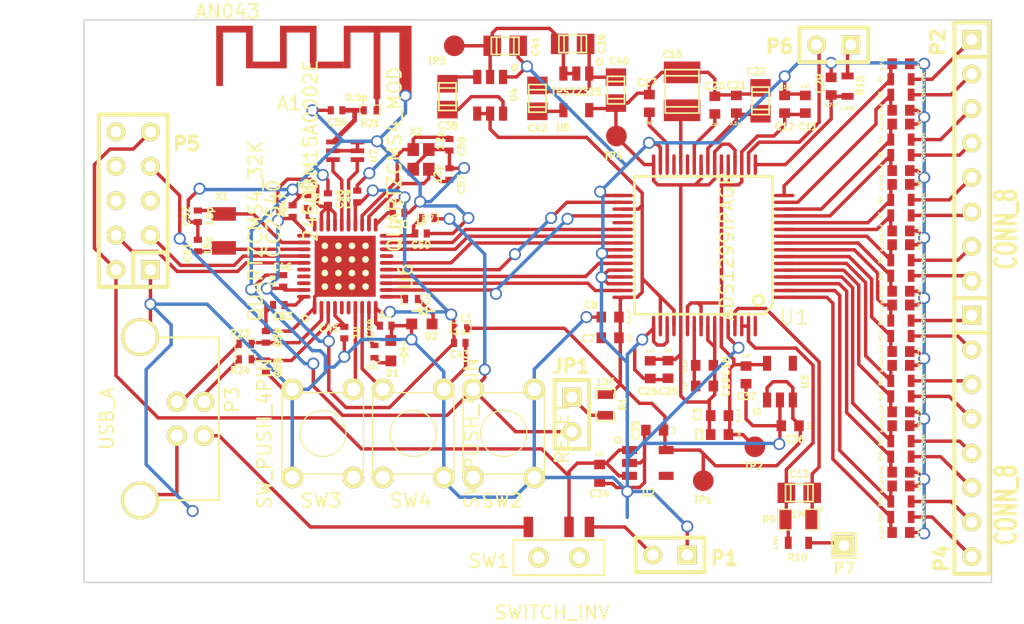
<source format=kicad_pcb>
(kicad_pcb (version 3) (host pcbnew "(2013-07-07 BZR 4022)-stable")
  (layers (15 F.Cu signal) (0 B.Cu signal) (18 B.Paste user) (19 F.Paste user) (20 B.SilkS user) (21 F.SilkS user) (22 B.Mask user) (23 F.Mask user) (28 Edge.Cuts user))
  (net 0 "")
  (net 1 +2.5V)
  (net 2 +3.3V)
  (net 3 -2.5V)
  (net 4 "/Analog Frontend/AIN1N")
  (net 5 "/Analog Frontend/AIN1P")
  (net 6 "/Analog Frontend/AIN2N")
  (net 7 "/Analog Frontend/AIN2P")
  (net 8 "/Analog Frontend/AIN3N")
  (net 9 "/Analog Frontend/AIN3P")
  (net 10 "/Analog Frontend/AIN4N")
  (net 11 "/Analog Frontend/AIN4P")
  (net 12 "/Analog Frontend/AIN5N")
  (net 13 "/Analog Frontend/AIN5P")
  (net 14 "/Analog Frontend/AIN6N")
  (net 15 "/Analog Frontend/AIN6P")
  (net 16 "/Analog Frontend/AIN7N")
  (net 17 "/Analog Frontend/AIN7P")
  (net 18 "/Analog Frontend/AIN8N")
  (net 19 "/Analog Frontend/AIN8P")
  (net 20 "/Analog Frontend/BIAS")
  (net 21 "/Analog Frontend/BIASINV")
  (net 22 "/Analog Frontend/BIASOUT_IN")
  (net 23 "/Analog Frontend/CS")
  (net 24 "/Analog Frontend/DIN")
  (net 25 "/Analog Frontend/DOUT")
  (net 26 "/Analog Frontend/DRDY")
  (net 27 "/Analog Frontend/RESET")
  (net 28 "/Analog Frontend/SRB1")
  (net 29 "/Analog Frontend/SRB2")
  (net 30 "/Analog Frontend/START")
  (net 31 "/Analog Frontend/VCAP1")
  (net 32 "/Analog Frontend/VCAP2")
  (net 33 "/Analog Frontend/VCAP3")
  (net 34 "/Analog Frontend/VCAP4")
  (net 35 "/Analog Frontend/VREFP")
  (net 36 /BATT_+)
  (net 37 /Microcontroller/ANTENNA)
  (net 38 /Microcontroller/DC)
  (net 39 /Microcontroller/DD)
  (net 40 /Microcontroller/LED1)
  (net 41 /Microcontroller/LED2)
  (net 42 /Microcontroller/RESET_INTR)
  (net 43 /Microcontroller/RESET_N)
  (net 44 /Microcontroller/RF_N)
  (net 45 /Microcontroller/RF_P)
  (net 46 /Microcontroller/SCK)
  (net 47 /Microcontroller/SW3)
  (net 48 /Microcontroller/SW4)
  (net 49 /Microcontroller/TX_LINE)
  (net 50 /Microcontroller/USB_N)
  (net 51 /Microcontroller/USB_N_Intr)
  (net 52 /Microcontroller/USB_P)
  (net 53 /Microcontroller/USB_P_Intr)
  (net 54 /Microcontroller/VDD_FILT)
  (net 55 /Microcontroller/X1_1)
  (net 56 /Microcontroller/X1_2)
  (net 57 /Microcontroller/X2_1)
  (net 58 /Microcontroller/X2_3)
  (net 59 /Power/N3.3V)
  (net 60 /VBUS)
  (net 61 AGND)
  (net 62 N-00000100)
  (net 63 N-00000101)
  (net 64 N-00000102)
  (net 65 N-00000103)
  (net 66 N-0000033)
  (net 67 N-0000044)
  (net 68 N-0000051)
  (net 69 N-0000054)
  (net 70 N-0000055)
  (net 71 N-0000071)
  (net 72 N-0000074)
  (net 73 N-0000077)
  (net 74 N-0000080)
  (net 75 N-0000081)
  (net 76 N-0000082)
  (net 77 N-0000083)
  (net 78 N-0000091)
  (net 79 N-0000092)
  (net 80 N-0000093)
  (net 81 N-0000094)
  (net 82 N-0000095)
  (net 83 N-0000096)
  (net 84 N-0000097)
  (net 85 N-0000098)
  (net 86 N-0000099)
  (net 87 VIN_RAW)
  (module TQFP_64 (layer F.Cu) (at 309.6895 157.0355 90)
    (fp_text reference U1 (at -5.207 6.604 180) (layer F.SilkS) (effects (font (size 1.09982 1.09982) (thickness 0.127))))
    (fp_text value ADS1299IPAGR (at 0 1.651 90) (layer F.SilkS) (effects (font (size 1.00076 1.00076) (thickness 0.1524))))
    (pad 1 smd rect (at -3.74904 5.86994 90) (size 0.24892 1.524) (layers F.Cu F.Paste F.Mask) (net 79 N-0000092))
    (pad 2 smd oval (at -3.24866 5.86994 90) (size 0.24892 1.524) (layers F.Cu F.Paste F.Mask) (net 78 N-0000091))
    (pad 3 smd oval (at -2.74828 5.86994 90) (size 0.24892 1.524) (layers F.Cu F.Paste F.Mask) (net 83 N-0000096))
    (pad 4 smd oval (at -2.2479 5.86994 90) (size 0.24892 1.524) (layers F.Cu F.Paste F.Mask) (net 82 N-0000095))
    (pad 5 smd oval (at -1.74752 5.86994 90) (size 0.24892 1.524) (layers F.Cu F.Paste F.Mask) (net 81 N-0000094))
    (pad 6 smd oval (at -1.24968 5.86994 90) (size 0.24892 1.524) (layers F.Cu F.Paste F.Mask) (net 80 N-0000093))
    (pad 7 smd oval (at -0.7493 5.86994 90) (size 0.24892 1.524) (layers F.Cu F.Paste F.Mask) (net 62 N-00000100))
    (pad 8 smd oval (at -0.24892 5.86994 90) (size 0.24892 1.524) (layers F.Cu F.Paste F.Mask) (net 86 N-0000099))
    (pad 9 smd oval (at 0.25146 5.86994 90) (size 0.24892 1.524) (layers F.Cu F.Paste F.Mask) (net 84 N-0000097))
    (pad 10 smd oval (at 0.75184 5.86994 90) (size 0.24892 1.524) (layers F.Cu F.Paste F.Mask) (net 85 N-0000098))
    (pad 11 smd oval (at 1.25222 5.86994 90) (size 0.24892 1.524) (layers F.Cu F.Paste F.Mask) (net 74 N-0000080))
    (pad 12 smd oval (at 1.75006 5.86994 90) (size 0.24892 1.524) (layers F.Cu F.Paste F.Mask) (net 71 N-0000071))
    (pad 13 smd oval (at 2.25044 5.86994 90) (size 0.24892 1.524) (layers F.Cu F.Paste F.Mask) (net 76 N-0000082))
    (pad 14 smd oval (at 2.75082 5.86994 90) (size 0.24892 1.524) (layers F.Cu F.Paste F.Mask) (net 75 N-0000081))
    (pad 15 smd oval (at 3.2512 5.86994 90) (size 0.24892 1.524) (layers F.Cu F.Paste F.Mask) (net 73 N-0000077))
    (pad 16 smd oval (at 3.75158 5.86994 90) (size 0.24892 1.524) (layers F.Cu F.Paste F.Mask) (net 72 N-0000074))
    (pad 17 smd oval (at 6.0325 3.74904 90) (size 1.524 0.24892) (layers F.Cu F.Paste F.Mask) (net 77 N-0000083))
    (pad 18 smd oval (at 6.0325 3.24866 90) (size 1.524 0.24892) (layers F.Cu F.Paste F.Mask) (net 29 "/Analog Frontend/SRB2"))
    (pad 19 smd oval (at 6.0325 2.74828 90) (size 1.524 0.24892) (layers F.Cu F.Paste F.Mask) (net 1 +2.5V))
    (pad 20 smd oval (at 6.0325 2.2479 90) (size 1.524 0.24892) (layers F.Cu F.Paste F.Mask) (net 3 -2.5V))
    (pad 21 smd oval (at 6.0325 1.74752 90) (size 1.524 0.24892) (layers F.Cu F.Paste F.Mask) (net 1 +2.5V))
    (pad 22 smd oval (at 6.0325 1.24968 90) (size 1.524 0.24892) (layers F.Cu F.Paste F.Mask) (net 1 +2.5V))
    (pad 23 smd oval (at 6.0325 0.7493 90) (size 1.524 0.24892) (layers F.Cu F.Paste F.Mask) (net 3 -2.5V))
    (pad 24 smd oval (at 6.0325 0.24892 90) (size 1.524 0.24892) (layers F.Cu F.Paste F.Mask) (net 35 "/Analog Frontend/VREFP"))
    (pad 25 smd oval (at 6.0325 -0.25146 90) (size 1.524 0.24892) (layers F.Cu F.Paste F.Mask) (net 3 -2.5V))
    (pad 26 smd oval (at 6.0325 -0.75184 90) (size 1.524 0.24892) (layers F.Cu F.Paste F.Mask) (net 34 "/Analog Frontend/VCAP4"))
    (pad 27 smd oval (at 6.0325 -1.25222 90) (size 1.524 0.24892) (layers F.Cu F.Paste F.Mask))
    (pad 28 smd oval (at 6.0325 -1.75006 90) (size 1.524 0.24892) (layers F.Cu F.Paste F.Mask) (net 31 "/Analog Frontend/VCAP1"))
    (pad 29 smd oval (at 6.0325 -2.25044 90) (size 1.524 0.24892) (layers F.Cu F.Paste F.Mask))
    (pad 30 smd oval (at 6.0325 -2.75082 90) (size 1.524 0.24892) (layers F.Cu F.Paste F.Mask) (net 32 "/Analog Frontend/VCAP2"))
    (pad 31 smd oval (at 6.0325 -3.2512 90) (size 1.524 0.24892) (layers F.Cu F.Paste F.Mask) (net 61 AGND))
    (pad 32 smd oval (at 6.0325 -3.75158 90) (size 1.524 0.24892) (layers F.Cu F.Paste F.Mask) (net 3 -2.5V))
    (pad 33 smd oval (at 3.75158 -6.0325 90) (size 0.24892 1.524) (layers F.Cu F.Paste F.Mask) (net 61 AGND))
    (pad 34 smd oval (at 3.2512 -6.0325 90) (size 0.24892 1.524) (layers F.Cu F.Paste F.Mask) (net 24 "/Analog Frontend/DIN"))
    (pad 35 smd oval (at 2.75082 -6.0325 90) (size 0.24892 1.524) (layers F.Cu F.Paste F.Mask) (net 2 +3.3V))
    (pad 36 smd oval (at 2.25044 -6.0325 90) (size 0.24892 1.524) (layers F.Cu F.Paste F.Mask) (net 27 "/Analog Frontend/RESET"))
    (pad 37 smd oval (at 1.75006 -6.0325 90) (size 0.24892 1.524) (layers F.Cu F.Paste F.Mask))
    (pad 38 smd oval (at 1.25222 -6.0325 90) (size 0.24892 1.524) (layers F.Cu F.Paste F.Mask) (net 30 "/Analog Frontend/START"))
    (pad 39 smd oval (at 0.75184 -6.0325 90) (size 0.24892 1.524) (layers F.Cu F.Paste F.Mask) (net 23 "/Analog Frontend/CS"))
    (pad 40 smd oval (at 0.25146 -6.0325 90) (size 0.24892 1.524) (layers F.Cu F.Paste F.Mask) (net 46 /Microcontroller/SCK))
    (pad 41 smd oval (at -0.24892 -6.0325 90) (size 0.24892 1.524) (layers F.Cu F.Paste F.Mask) (net 61 AGND))
    (pad 42 smd oval (at -0.7493 -6.0325 90) (size 0.24892 1.524) (layers F.Cu F.Paste F.Mask) (net 61 AGND))
    (pad 43 smd oval (at -1.24968 -6.0325 90) (size 0.24892 1.524) (layers F.Cu F.Paste F.Mask) (net 25 "/Analog Frontend/DOUT"))
    (pad 44 smd oval (at -1.74752 -6.0325 90) (size 0.24892 1.524) (layers F.Cu F.Paste F.Mask) (net 61 AGND))
    (pad 45 smd oval (at -2.2479 -6.0325 90) (size 0.24892 1.524) (layers F.Cu F.Paste F.Mask) (net 61 AGND))
    (pad 46 smd oval (at -2.74828 -6.0325 90) (size 0.24892 1.524) (layers F.Cu F.Paste F.Mask) (net 61 AGND))
    (pad 47 smd oval (at -3.24866 -6.0325 90) (size 0.24892 1.524) (layers F.Cu F.Paste F.Mask) (net 26 "/Analog Frontend/DRDY"))
    (pad 48 smd oval (at -3.74904 -6.0325 90) (size 0.24892 1.524) (layers F.Cu F.Paste F.Mask) (net 2 +3.3V))
    (pad 49 smd oval (at -5.86994 -3.75158 90) (size 1.524 0.24892) (layers F.Cu F.Paste F.Mask) (net 61 AGND))
    (pad 50 smd oval (at -5.86994 -3.2512 90) (size 1.524 0.24892) (layers F.Cu F.Paste F.Mask) (net 2 +3.3V))
    (pad 52 smd oval (at -5.86994 -2.25044 90) (size 1.524 0.24892) (layers F.Cu F.Paste F.Mask) (net 2 +3.3V))
    (pad 51 smd oval (at -5.88772 -2.75082 90) (size 1.524 0.24892) (layers F.Cu F.Paste F.Mask) (net 61 AGND))
    (pad 53 smd oval (at -5.86994 -1.75006 90) (size 1.524 0.24892) (layers F.Cu F.Paste F.Mask) (net 3 -2.5V))
    (pad 54 smd oval (at -5.86994 -1.25222 90) (size 1.524 0.24892) (layers F.Cu F.Paste F.Mask) (net 1 +2.5V))
    (pad 55 smd oval (at -5.86994 -0.75184 90) (size 1.524 0.24892) (layers F.Cu F.Paste F.Mask) (net 33 "/Analog Frontend/VCAP3"))
    (pad 56 smd oval (at -5.86994 -0.25146 90) (size 1.524 0.24892) (layers F.Cu F.Paste F.Mask) (net 1 +2.5V))
    (pad 57 smd oval (at -5.86994 0.24892 90) (size 1.524 0.24892) (layers F.Cu F.Paste F.Mask) (net 3 -2.5V))
    (pad 58 smd oval (at -5.86994 0.7493 90) (size 1.524 0.24892) (layers F.Cu F.Paste F.Mask) (net 3 -2.5V))
    (pad 59 smd oval (at -5.86994 1.24206 90) (size 1.524 0.24892) (layers F.Cu F.Paste F.Mask) (net 1 +2.5V))
    (pad 60 smd oval (at -5.86994 1.74244 90) (size 1.524 0.24892) (layers F.Cu F.Paste F.Mask) (net 61 AGND))
    (pad 61 smd oval (at -5.86994 2.24282 90) (size 1.524 0.24892) (layers F.Cu F.Paste F.Mask) (net 21 "/Analog Frontend/BIASINV"))
    (pad 62 smd oval (at -5.86994 2.7432 90) (size 1.524 0.24892) (layers F.Cu F.Paste F.Mask) (net 22 "/Analog Frontend/BIASOUT_IN"))
    (pad 63 smd oval (at -5.86994 3.24104 90) (size 1.524 0.24892) (layers F.Cu F.Paste F.Mask) (net 22 "/Analog Frontend/BIASOUT_IN"))
    (pad 64 smd oval (at -5.86994 3.74142 90) (size 1.524 0.24892) (layers F.Cu F.Paste F.Mask))
  )
  (module SM0805 (layer F.Cu) (at 316.611 177.165 180)
    (fp_text reference R9 (at 2.159 0 180) (layer F.SilkS) (effects (font (size 0.50038 0.50038) (thickness 0.10922))))
    (fp_text value 1M (at 0 0.381 180) (layer F.SilkS) (effects (font (size 0.50038 0.50038) (thickness 0.10922))))
    (pad 1 smd rect (at -0.9525 0 180) (size 0.889 1.397) (layers F.Cu F.Paste F.Mask) (net 21 "/Analog Frontend/BIASINV"))
    (pad 2 smd rect (at 0.9525 0 180) (size 0.889 1.397) (layers F.Cu F.Paste F.Mask) (net 22 "/Analog Frontend/BIASOUT_IN"))
  )
  (module SM0603_Resistor (layer F.Cu) (at 302.387 168.7195 270)
    (fp_text reference R1 (at -0.0635 -1.27 270) (layer F.SilkS) (effects (font (size 0.5 0.5) (thickness 0.125))))
    (fp_text value 10K (at -1.69926 0 360) (layer F.SilkS) (effects (font (size 0.508 0.4572) (thickness 0.1143))))
    (pad 1 smd rect (at -0.762 0 270) (size 0.635 1.143) (layers F.Cu F.Paste F.Mask) (net 2 +3.3V))
    (pad 2 smd rect (at 0.762 0 270) (size 0.635 1.143) (layers F.Cu F.Paste F.Mask) (net 66 N-0000033))
  )
  (module SM0402_r (layer F.Cu) (at 280.416 153.7335 90)
    (fp_text reference R22 (at 1.143 0 180) (layer F.SilkS) (effects (font (size 0.5 0.5) (thickness 0.125))))
    (fp_text value 56k hide)
    (pad 1 smd rect (at -0.44958 0 90) (size 0.39878 0.59944) (layers F.Cu F.Paste F.Mask) (net 67 N-0000044))
    (pad 2 smd rect (at 0.44958 0 90) (size 0.39878 0.59944) (layers F.Cu F.Paste F.Mask) (net 61 AGND))
  )
  (module SM0402_r (layer F.Cu) (at 275.844 164.211)
    (fp_text reference R23 (at -0.381 -0.762) (layer F.SilkS) (effects (font (size 0.5 0.5) (thickness 0.125))))
    (fp_text value 33 hide)
    (pad 1 smd rect (at -0.44958 0) (size 0.39878 0.59944) (layers F.Cu F.Paste F.Mask) (net 52 /Microcontroller/USB_P))
    (pad 2 smd rect (at 0.44958 0) (size 0.39878 0.59944) (layers F.Cu F.Paste F.Mask) (net 53 /Microcontroller/USB_P_Intr))
  )
  (module SM0402_r (layer F.Cu) (at 275.844 165.354)
    (fp_text reference R24 (at -0.381 0.8255) (layer F.SilkS) (effects (font (size 0.5 0.5) (thickness 0.125))))
    (fp_text value 33 hide)
    (pad 1 smd rect (at -0.44958 0) (size 0.39878 0.59944) (layers F.Cu F.Paste F.Mask) (net 50 /Microcontroller/USB_N))
    (pad 2 smd rect (at 0.44958 0) (size 0.39878 0.59944) (layers F.Cu F.Paste F.Mask) (net 51 /Microcontroller/USB_N_Intr))
  )
  (module SM0402_r (layer F.Cu) (at 289.306 154.94)
    (fp_text reference R27 (at 0 0) (layer F.SilkS) (effects (font (size 0.35052 0.3048) (thickness 0.07112))))
    (fp_text value 2.2k hide)
    (pad 1 smd rect (at -0.44958 0) (size 0.39878 0.59944) (layers F.Cu F.Paste F.Mask) (net 42 /Microcontroller/RESET_INTR))
    (pad 2 smd rect (at 0.44958 0) (size 0.39878 0.59944) (layers F.Cu F.Paste F.Mask) (net 43 /Microcontroller/RESET_N))
  )
  (module SM0402_r (layer F.Cu) (at 285.369 164.7825 90)
    (fp_text reference R25 (at -1.143 -0.1905 180) (layer F.SilkS) (effects (font (size 0.35052 0.3048) (thickness 0.07112))))
    (fp_text value 270 hide)
    (pad 1 smd rect (at -0.44958 0 90) (size 0.39878 0.59944) (layers F.Cu F.Paste F.Mask) (net 69 N-0000054))
    (pad 2 smd rect (at 0.44958 0 90) (size 0.39878 0.59944) (layers F.Cu F.Paste F.Mask) (net 40 /Microcontroller/LED1))
  )
  (module SM0402_r (layer F.Cu) (at 288.0995 160.909 180)
    (fp_text reference R26 (at -1.2065 0 270) (layer F.SilkS) (effects (font (size 0.35052 0.3048) (thickness 0.07112))))
    (fp_text value 270 hide)
    (pad 1 smd rect (at -0.44958 0 180) (size 0.39878 0.59944) (layers F.Cu F.Paste F.Mask) (net 70 N-0000055))
    (pad 2 smd rect (at 0.44958 0 180) (size 0.39878 0.59944) (layers F.Cu F.Paste F.Mask) (net 41 /Microcontroller/LED2))
  )
  (module SM0402 (layer F.Cu) (at 291.719 163.068)
    (fp_text reference L1 (at 0.4445 -0.762) (layer F.SilkS) (effects (font (size 0.5 0.5) (thickness 0.125))))
    (fp_text value EMI hide)
    (pad 1 smd rect (at -0.44958 0) (size 0.39878 0.59944) (layers F.Cu F.Paste F.Mask) (net 54 /Microcontroller/VDD_FILT))
    (pad 2 smd rect (at 0.44958 0) (size 0.39878 0.59944) (layers F.Cu F.Paste F.Mask) (net 2 +3.3V))
  )
  (module SM0402 (layer F.Cu) (at 285.0515 147.0025)
    (fp_text reference R21 (at 0 0.9525) (layer F.SilkS) (effects (font (size 0.5 0.5) (thickness 0.125))))
    (fp_text value 0 hide)
    (pad 1 smd rect (at -0.44958 0) (size 0.39878 0.59944) (layers F.Cu F.Paste F.Mask) (net 49 /Microcontroller/TX_LINE))
    (pad 2 smd rect (at 0.44958 0) (size 0.39878 0.59944) (layers F.Cu F.Paste F.Mask) (net 37 /Microcontroller/ANTENNA))
  )
  (module SIL-8 (layer F.Cu) (at 329.3745 171.0055 270)
    (fp_text reference P4 (at 9.017 2.2225 270) (layer F.SilkS) (effects (font (thickness 0.25))))
    (fp_text value CONN_8 (at 5.08 -2.54 270) (layer F.SilkS) (effects (font (size 1.524 1.016) (thickness 0.3048))))
    (pad 1 thru_hole rect (at -8.89 0 270) (size 1.397 1.397) (drill 0.8128) (layers *.Cu *.Mask F.SilkS) (net 13 "/Analog Frontend/AIN5P"))
    (pad 2 thru_hole circle (at -6.35 0 270) (size 1.397 1.397) (drill 0.8128) (layers *.Cu *.Mask F.SilkS) (net 12 "/Analog Frontend/AIN5N"))
    (pad 3 thru_hole circle (at -3.81 0 270) (size 1.397 1.397) (drill 0.8128) (layers *.Cu *.Mask F.SilkS) (net 15 "/Analog Frontend/AIN6P"))
    (pad 4 thru_hole circle (at -1.27 0 270) (size 1.397 1.397) (drill 0.8128) (layers *.Cu *.Mask F.SilkS) (net 14 "/Analog Frontend/AIN6N"))
    (pad 5 thru_hole circle (at 1.27 0 270) (size 1.397 1.397) (drill 0.8128) (layers *.Cu *.Mask F.SilkS) (net 17 "/Analog Frontend/AIN7P"))
    (pad 6 thru_hole circle (at 3.81 0 270) (size 1.397 1.397) (drill 0.8128) (layers *.Cu *.Mask F.SilkS) (net 16 "/Analog Frontend/AIN7N"))
    (pad 7 thru_hole circle (at 6.35 0 270) (size 1.397 1.397) (drill 0.8128) (layers *.Cu *.Mask F.SilkS) (net 19 "/Analog Frontend/AIN8P"))
    (pad 8 thru_hole circle (at 8.89 0 270) (size 1.397 1.397) (drill 0.8128) (layers *.Cu *.Mask F.SilkS) (net 18 "/Analog Frontend/AIN8N"))
  )
  (module SIL-8 (layer F.Cu) (at 329.3745 150.6855 270)
    (fp_text reference P2 (at -8.6995 2.4765 270) (layer F.SilkS) (effects (font (thickness 0.25))))
    (fp_text value CONN_8 (at 5.08 -2.54 270) (layer F.SilkS) (effects (font (size 1.524 1.016) (thickness 0.3048))))
    (pad 1 thru_hole rect (at -8.89 0 270) (size 1.397 1.397) (drill 0.8128) (layers *.Cu *.Mask F.SilkS) (net 5 "/Analog Frontend/AIN1P"))
    (pad 2 thru_hole circle (at -6.35 0 270) (size 1.397 1.397) (drill 0.8128) (layers *.Cu *.Mask F.SilkS) (net 4 "/Analog Frontend/AIN1N"))
    (pad 3 thru_hole circle (at -3.81 0 270) (size 1.397 1.397) (drill 0.8128) (layers *.Cu *.Mask F.SilkS) (net 7 "/Analog Frontend/AIN2P"))
    (pad 4 thru_hole circle (at -1.27 0 270) (size 1.397 1.397) (drill 0.8128) (layers *.Cu *.Mask F.SilkS) (net 6 "/Analog Frontend/AIN2N"))
    (pad 5 thru_hole circle (at 1.27 0 270) (size 1.397 1.397) (drill 0.8128) (layers *.Cu *.Mask F.SilkS) (net 9 "/Analog Frontend/AIN3P"))
    (pad 6 thru_hole circle (at 3.81 0 270) (size 1.397 1.397) (drill 0.8128) (layers *.Cu *.Mask F.SilkS) (net 8 "/Analog Frontend/AIN3N"))
    (pad 7 thru_hole circle (at 6.35 0 270) (size 1.397 1.397) (drill 0.8128) (layers *.Cu *.Mask F.SilkS) (net 11 "/Analog Frontend/AIN4P"))
    (pad 8 thru_hole circle (at 8.89 0 270) (size 1.397 1.397) (drill 0.8128) (layers *.Cu *.Mask F.SilkS) (net 10 "/Analog Frontend/AIN4N"))
  )
  (module SIL-5x2 (layer F.Cu) (at 267.589 153.67 90)
    (fp_text reference P5 (at 4.191 3.937 180) (layer F.SilkS) (effects (font (thickness 0.25))))
    (fp_text value CONN_5X2 hide)
    (pad 5 thru_hole circle (at 0 1.27 90) (size 1.397 1.397) (drill 0.8128) (layers *.Cu *.Mask F.SilkS))
    (pad 7 thru_hole circle (at 2.54 1.27 90) (size 1.397 1.397) (drill 0.8128) (layers *.Cu *.Mask F.SilkS) (net 43 /Microcontroller/RESET_N))
    (pad 6 thru_hole circle (at 0 -1.27 90) (size 1.397 1.397) (drill 0.8128) (layers *.Cu *.Mask F.SilkS))
    (pad 2 thru_hole circle (at -5.08 -1.27 90) (size 1.397 1.397) (drill 0.8128) (layers *.Cu *.Mask F.SilkS) (net 87 VIN_RAW))
    (pad 1 thru_hole rect (at -5.08 1.27 90) (size 1.397 1.397) (drill 0.8128) (layers *.Cu *.Mask F.SilkS) (net 61 AGND))
    (pad 4 thru_hole circle (at -2.54 -1.27 90) (size 1.397 1.397) (drill 0.8128) (layers *.Cu *.Mask F.SilkS) (net 39 /Microcontroller/DD))
    (pad 3 thru_hole circle (at -2.54 1.27 90) (size 1.397 1.397) (drill 0.8128) (layers *.Cu *.Mask F.SilkS) (net 38 /Microcontroller/DC))
    (pad 8 thru_hole circle (at 2.54 -1.27 90) (size 1.397 1.397) (drill 0.8128) (layers *.Cu *.Mask F.SilkS))
    (pad 10 thru_hole circle (at 5.08 -1.27 90) (size 1.397 1.397) (drill 0.8128) (layers *.Cu *.Mask F.SilkS))
    (pad 9 thru_hole circle (at 5.08 1.27 90) (size 1.397 1.397) (drill 0.8128) (layers *.Cu *.Mask F.SilkS) (net 87 VIN_RAW))
  )
  (module SIL-2 (layer F.Cu) (at 307.1495 179.7685 180)
    (fp_text reference P1 (at -4.0005 -0.254 180) (layer F.SilkS) (effects (font (thickness 0.25))))
    (fp_text value CONN_2 hide)
    (pad 1 thru_hole rect (at -1.27 0 180) (size 1.397 1.397) (drill 0.8128) (layers *.Cu *.Mask F.SilkS) (net 61 AGND))
    (pad 2 thru_hole circle (at 1.27 0 180) (size 1.397 1.397) (drill 0.8128) (layers *.Cu *.Mask F.SilkS) (net 36 /BATT_+))
  )
  (module SIL-2 (layer F.Cu) (at 299.9105 169.418 270)
    (fp_text reference JP1 (at -3.556 0.0635 360) (layer F.SilkS) (effects (font (thickness 0.25))))
    (fp_text value JUMPER hide)
    (pad 1 thru_hole rect (at -1.27 0 270) (size 1.397 1.397) (drill 0.8128) (layers *.Cu *.Mask F.SilkS) (net 66 N-0000033))
    (pad 2 thru_hole circle (at 1.27 0 270) (size 1.397 1.397) (drill 0.8128) (layers *.Cu *.Mask F.SilkS) (net 43 /Microcontroller/RESET_N))
  )
  (module FC-135R_EPSON (layer F.Cu) (at 274.2565 155.8925 90)
    (fp_text reference X1 (at 2.54 -0.127 180) (layer F.SilkS) (effects (font (size 0.5 0.5) (thickness 0.125))))
    (fp_text value QUARTZCMS4_32K (at 0 2.35 90) (layer F.SilkS))
    (pad 1 smd rect (at -1.25 0 90) (size 1 1.8) (layers F.Cu F.Paste F.Mask) (net 55 /Microcontroller/X1_1))
    (pad 2 smd rect (at 1.25 0 90) (size 1 1.8) (layers F.Cu F.Paste F.Mask) (net 56 /Microcontroller/X1_2))
  )
  (module FA-128_EPSON (layer F.Cu) (at 288.798 150.622 90)
    (fp_text reference X2 (at 2.032 -0.381 180) (layer F.SilkS) (effects (font (size 0.5 0.5) (thickness 0.125))))
    (fp_text value QUARTZCMS4_MOD (at 0 -1.95 90) (layer F.SilkS))
    (pad 3 smd rect (at 0.725 -0.575 90) (size 0.95 0.85) (layers F.Cu F.Paste F.Mask) (net 58 /Microcontroller/X2_3) (clearance 0.07))
    (pad 4 smd rect (at -0.725 -0.575 90) (size 0.95 0.85) (layers F.Cu F.Paste F.Mask) (net 61 AGND) (clearance 0.07))
    (pad 2 smd rect (at 0.725 0.575 90) (size 0.95 0.85) (layers F.Cu F.Paste F.Mask) (net 61 AGND) (clearance 0.07))
    (pad 1 smd rect (at -0.725 0.575 90) (size 0.95 0.85) (layers F.Cu F.Paste F.Mask) (net 57 /Microcontroller/X2_1) (clearance 0.07))
  )
  (module c_1210 (layer F.Cu) (at 308.0385 145.6055 270)
    (fp_text reference C16 (at -2.7305 0.6985 360) (layer F.SilkS) (effects (font (size 0.5 0.5) (thickness 0.125))))
    (fp_text value 100uF hide)
    (pad 1 smd rect (at 1.397 0 270) (size 1.6002 2.6924) (layers F.Cu F.Paste F.Mask) (net 31 "/Analog Frontend/VCAP1"))
    (pad 2 smd rect (at -1.397 0 270) (size 1.6002 2.6924) (layers F.Cu F.Paste F.Mask) (net 3 -2.5V))
  )
  (module c_0805 (layer F.Cu) (at 290.75 146 270)
    (fp_text reference C38 (at 2.1455 -0.0165 360) (layer F.SilkS) (effects (font (size 0.5 0.5) (thickness 0.125))))
    (fp_text value 1uF hide)
    (pad 1 smd rect (at 0.9525 0 270) (size 1.30048 1.4986) (layers F.Cu F.Paste F.Mask) (net 64 N-00000102))
    (pad 2 smd rect (at -0.9525 0 270) (size 1.30048 1.4986) (layers F.Cu F.Paste F.Mask) (net 65 N-00000103))
  )
  (module c_0805 (layer F.Cu) (at 295 142.25 180)
    (fp_text reference C41 (at -2.2435 -0.0535 270) (layer F.SilkS) (effects (font (size 0.5 0.5) (thickness 0.125))))
    (fp_text value 1uF hide)
    (pad 1 smd rect (at 0.9525 0 180) (size 1.30048 1.4986) (layers F.Cu F.Paste F.Mask) (net 59 /Power/N3.3V))
    (pad 2 smd rect (at -0.9525 0 180) (size 1.30048 1.4986) (layers F.Cu F.Paste F.Mask) (net 61 AGND))
  )
  (module c_0805 (layer F.Cu) (at 299.974 142.113 180)
    (fp_text reference C39 (at -2.159 0 270) (layer F.SilkS) (effects (font (size 0.5 0.5) (thickness 0.125))))
    (fp_text value 2.2uF hide)
    (pad 1 smd rect (at 0.9525 0 180) (size 1.30048 1.4986) (layers F.Cu F.Paste F.Mask) (net 59 /Power/N3.3V))
    (pad 2 smd rect (at -0.9525 0 180) (size 1.30048 1.4986) (layers F.Cu F.Paste F.Mask) (net 61 AGND))
  )
  (module c_0805 (layer F.Cu) (at 303.1625 145.5165 270)
    (fp_text reference C40 (at -2.1335 -0.2405 360) (layer F.SilkS) (effects (font (size 0.5 0.5) (thickness 0.125))))
    (fp_text value 2.2uF hide)
    (pad 1 smd rect (at 0.9525 0 270) (size 1.30048 1.4986) (layers F.Cu F.Paste F.Mask) (net 3 -2.5V))
    (pad 2 smd rect (at -0.9525 0 270) (size 1.30048 1.4986) (layers F.Cu F.Paste F.Mask) (net 61 AGND))
  )
  (module c_0805 (layer F.Cu) (at 297.375 146.125 270)
    (fp_text reference C42 (at 2.211 0.0045 360) (layer F.SilkS) (effects (font (size 0.5 0.5) (thickness 0.125))))
    (fp_text value 0.01uF hide)
    (pad 1 smd rect (at 0.9525 0 270) (size 1.30048 1.4986) (layers F.Cu F.Paste F.Mask) (net 63 N-00000101))
    (pad 2 smd rect (at -0.9525 0 270) (size 1.30048 1.4986) (layers F.Cu F.Paste F.Mask) (net 61 AGND))
  )
  (module c_0805 (layer F.Cu) (at 316.6745 175.1965)
    (fp_text reference C13 (at 0 -1.397) (layer F.SilkS) (effects (font (size 0.5 0.5) (thickness 0.125))))
    (fp_text value 1.5nF hide)
    (pad 1 smd rect (at 0.9525 0) (size 1.30048 1.4986) (layers F.Cu F.Paste F.Mask) (net 21 "/Analog Frontend/BIASINV"))
    (pad 2 smd rect (at -0.9525 0) (size 1.30048 1.4986) (layers F.Cu F.Paste F.Mask) (net 22 "/Analog Frontend/BIASOUT_IN"))
  )
  (module c_0805 (layer F.Cu) (at 313.817 146.304 270)
    (fp_text reference C22 (at -2.159 0.3175 360) (layer F.SilkS) (effects (font (size 0.5 0.5) (thickness 0.125))))
    (fp_text value 10uF hide)
    (pad 1 smd rect (at 0.9525 0 270) (size 1.30048 1.4986) (layers F.Cu F.Paste F.Mask) (net 35 "/Analog Frontend/VREFP"))
    (pad 2 smd rect (at -0.9525 0 270) (size 1.30048 1.4986) (layers F.Cu F.Paste F.Mask) (net 3 -2.5V))
  )
  (module 2450BM15A0002 (layer F.Cu) (at 283.21 149.987 90)
    (fp_text reference U7 (at -0.381 2.0955 90) (layer F.SilkS) (effects (font (size 0.5 0.5) (thickness 0.125))))
    (fp_text value 2450BM15A0002E (at 0 -2.55 90) (layer F.SilkS))
    (pad 1 smd rect (at 0.65 -0.9 90) (size 0.35 1) (layers F.Cu F.Paste F.Mask) (net 49 /Microcontroller/TX_LINE) (clearance 0.07))
    (pad 2 smd rect (at 0 -0.9 90) (size 0.35 1) (layers F.Cu F.Paste F.Mask) (net 61 AGND) (clearance 0.07))
    (pad 3 smd rect (at -0.65 -0.9 90) (size 0.35 1) (layers F.Cu F.Paste F.Mask) (net 44 /Microcontroller/RF_N) (clearance 0.07))
    (pad 4 smd rect (at -0.65 0.9 90) (size 0.35 1) (layers F.Cu F.Paste F.Mask) (net 45 /Microcontroller/RF_P) (clearance 0.07))
    (pad 5 smd rect (at 0 0.9 90) (size 0.35 1) (layers F.Cu F.Paste F.Mask) (net 61 AGND) (clearance 0.07))
    (pad 6 smd rect (at 0.65 0.9 90) (size 0.35 1) (layers F.Cu F.Paste F.Mask) (net 61 AGND) (clearance 0.07))
  )
  (module 2-1825910-7 (layer F.Cu) (at 281.559 170.815 270)
    (fp_text reference SW3 (at 4.953 0.127 360) (layer F.SilkS))
    (fp_text value SW_PUSH_4PIN (at 0 4.3 270) (layer F.SilkS))
    (pad 4 thru_hole circle (at -3.25 -2.25 270) (size 1.6 1.6) (drill 0.99) (layers *.Cu *.Mask F.SilkS) (net 47 /Microcontroller/SW3))
    (pad 2 thru_hole circle (at -3.25 2.25 270) (size 1.6 1.6) (drill 0.99) (layers *.Cu *.Mask F.SilkS) (net 61 AGND))
    (pad 1 thru_hole circle (at 3.25 2.25 270) (size 1.6 1.6) (drill 0.99) (layers *.Cu *.Mask F.SilkS) (net 61 AGND))
    (pad 3 thru_hole circle (at 3.25 -2.25 270) (size 1.6 1.6) (drill 0.99) (layers *.Cu *.Mask F.SilkS))
  )
  (module 2-1825910-7 (layer F.Cu) (at 288.2265 170.815 90)
    (fp_text reference SW4 (at -4.953 -0.1905 180) (layer F.SilkS))
    (fp_text value SW_PUSH_4PIN (at 0 4.3 90) (layer F.SilkS))
    (pad 4 thru_hole circle (at -3.25 -2.25 90) (size 1.6 1.6) (drill 0.99) (layers *.Cu *.Mask F.SilkS))
    (pad 2 thru_hole circle (at -3.25 2.25 90) (size 1.6 1.6) (drill 0.99) (layers *.Cu *.Mask F.SilkS) (net 61 AGND))
    (pad 1 thru_hole circle (at 3.25 2.25 90) (size 1.6 1.6) (drill 0.99) (layers *.Cu *.Mask F.SilkS) (net 61 AGND))
    (pad 3 thru_hole circle (at 3.25 -2.25 90) (size 1.6 1.6) (drill 0.99) (layers *.Cu *.Mask F.SilkS) (net 48 /Microcontroller/SW4))
  )
  (module 2-1825910-7 (layer F.Cu) (at 294.894 170.815 90)
    (fp_text reference SW2 (at -4.953 -0.127 180) (layer F.SilkS))
    (fp_text value RESET (at 0 4.3 90) (layer F.SilkS))
    (pad 4 thru_hole circle (at -3.25 -2.25 90) (size 1.6 1.6) (drill 0.99) (layers *.Cu *.Mask F.SilkS))
    (pad 2 thru_hole circle (at -3.25 2.25 90) (size 1.6 1.6) (drill 0.99) (layers *.Cu *.Mask F.SilkS) (net 61 AGND))
    (pad 1 thru_hole circle (at 3.25 2.25 90) (size 1.6 1.6) (drill 0.99) (layers *.Cu *.Mask F.SilkS) (net 61 AGND))
    (pad 3 thru_hole circle (at 3.25 -2.25 90) (size 1.6 1.6) (drill 0.99) (layers *.Cu *.Mask F.SilkS) (net 43 /Microcontroller/RESET_N))
  )
  (module "DBV(R-PDSO-G6)" (layer F.Cu) (at 293.8915 145.8955 180)
    (fp_text reference U4 (at -1.7645 0.036 270) (layer F.SilkS) (effects (font (size 0.5 0.5) (thickness 0.125))))
    (fp_text value LM2664 hide)
    (pad 4 smd rect (at 0.95 -1.35 180) (size 0.6 1.05) (layers F.Cu F.Paste F.Mask) (net 2 +3.3V))
    (pad 5 smd rect (at 0 -1.35 180) (size 0.6 1.05) (layers F.Cu F.Paste F.Mask) (net 2 +3.3V))
    (pad 6 smd rect (at -0.95 -1.35 180) (size 0.6 1.05) (layers F.Cu F.Paste F.Mask) (net 64 N-00000102))
    (pad 1 smd rect (at -0.95 1.35 180) (size 0.6 1.05) (layers F.Cu F.Paste F.Mask) (net 61 AGND))
    (pad 2 smd rect (at 0 1.35 180) (size 0.6 1.05) (layers F.Cu F.Paste F.Mask) (net 59 /Power/N3.3V))
    (pad 3 smd rect (at 0.95 1.35 180) (size 0.6 1.05) (layers F.Cu F.Paste F.Mask) (net 65 N-00000103))
  )
  (module "DDC(R-PDSO-G5)" (layer F.Cu) (at 305.515 172.993 270)
    (fp_text reference U2 (at 2.2035 -0.047 360) (layer F.SilkS) (effects (font (size 0.5 0.5) (thickness 0.125))))
    (fp_text value TLV70033 hide)
    (pad 4 smd rect (at 0.95 -1.35 270) (size 0.6 1.1) (layers F.Cu F.Paste F.Mask))
    (pad 5 smd rect (at -0.95 -1.35 270) (size 0.6 1.1) (layers F.Cu F.Paste F.Mask) (net 2 +3.3V))
    (pad 1 smd rect (at -0.95 1.35 270) (size 0.6 1.1) (layers F.Cu F.Paste F.Mask) (net 87 VIN_RAW))
    (pad 2 smd rect (at 0 1.35 270) (size 0.6 1.1) (layers F.Cu F.Paste F.Mask) (net 61 AGND))
    (pad 3 smd rect (at 0.95 1.35 270) (size 0.6 1.1) (layers F.Cu F.Paste F.Mask) (net 87 VIN_RAW))
  )
  (module "DDC(R-PDSO-G5)" (layer F.Cu) (at 315.25 167)
    (fp_text reference U3 (at 1.869 0.005 90) (layer F.SilkS) (effects (font (size 0.5 0.5) (thickness 0.125))))
    (fp_text value TLV70025 hide)
    (pad 4 smd rect (at 0.95 -1.35) (size 0.6 1.1) (layers F.Cu F.Paste F.Mask))
    (pad 5 smd rect (at -0.95 -1.35) (size 0.6 1.1) (layers F.Cu F.Paste F.Mask) (net 1 +2.5V))
    (pad 1 smd rect (at -0.95 1.35) (size 0.6 1.1) (layers F.Cu F.Paste F.Mask) (net 2 +3.3V))
    (pad 2 smd rect (at 0 1.35) (size 0.6 1.1) (layers F.Cu F.Paste F.Mask) (net 61 AGND))
    (pad 3 smd rect (at 0.95 1.35) (size 0.6 1.1) (layers F.Cu F.Paste F.Mask) (net 2 +3.3V))
  )
  (module "DBV(R-PDSO-G5)" (layer F.Cu) (at 300.2415 145.6435 180)
    (fp_text reference U5 (at 0.966 -2.629 180) (layer F.SilkS) (effects (font (size 0.5 0.5) (thickness 0.125))))
    (fp_text value TPS72325 (at 0 0 180) (layer F.SilkS) (effects (font (size 0.5 0.5) (thickness 0.125))))
    (pad 4 smd rect (at 0.95 -1.35 180) (size 0.6 1.05) (layers F.Cu F.Paste F.Mask) (net 63 N-00000101))
    (pad 5 smd rect (at -0.95 -1.35 180) (size 0.6 1.05) (layers F.Cu F.Paste F.Mask) (net 3 -2.5V))
    (pad 1 smd rect (at -0.95 1.35 180) (size 0.6 1.05) (layers F.Cu F.Paste F.Mask) (net 61 AGND))
    (pad 2 smd rect (at 0 1.35 180) (size 0.6 1.05) (layers F.Cu F.Paste F.Mask) (net 59 /Power/N3.3V))
    (pad 3 smd rect (at 0.95 1.35 180) (size 0.6 1.05) (layers F.Cu F.Paste F.Mask) (net 59 /Power/N3.3V))
  )
  (module Vishay_CRCW_0603 (layer F.Cu) (at 324.1675 175.8315)
    (fp_text reference R19 (at -1.5 0 90) (layer F.SilkS) (effects (font (size 0.25 0.25) (thickness 0.0625))))
    (fp_text value 4.99K (at 1.65 0 90) (layer F.SilkS) (effects (font (size 0.25 0.25) (thickness 0.0625))))
    (pad 1 smd rect (at -0.75 0) (size 0.5 0.9) (layers F.Cu F.Paste F.Mask) (net 78 N-0000091))
    (pad 2 smd rect (at 0.75 0) (size 0.5 0.9) (layers F.Cu F.Paste F.Mask) (net 19 "/Analog Frontend/AIN8P"))
  )
  (module Vishay_CRCW_0603 (layer F.Cu) (at 324.1675 176.9745)
    (fp_text reference R20 (at -1.5 0 90) (layer F.SilkS) (effects (font (size 0.25 0.25) (thickness 0.0625))))
    (fp_text value 4.99K (at 1.65 0 90) (layer F.SilkS) (effects (font (size 0.25 0.25) (thickness 0.0625))))
    (pad 1 smd rect (at -0.75 0) (size 0.5 0.9) (layers F.Cu F.Paste F.Mask) (net 79 N-0000092))
    (pad 2 smd rect (at 0.75 0) (size 0.5 0.9) (layers F.Cu F.Paste F.Mask) (net 18 "/Analog Frontend/AIN8N"))
  )
  (module Vishay_CRCW_0603 (layer F.Cu) (at 324.1675 171.3865)
    (fp_text reference R17 (at -1.5 0 90) (layer F.SilkS) (effects (font (size 0.25 0.25) (thickness 0.0625))))
    (fp_text value 4.99K (at 1.65 0 90) (layer F.SilkS) (effects (font (size 0.25 0.25) (thickness 0.0625))))
    (pad 1 smd rect (at -0.75 0) (size 0.5 0.9) (layers F.Cu F.Paste F.Mask) (net 82 N-0000095))
    (pad 2 smd rect (at 0.75 0) (size 0.5 0.9) (layers F.Cu F.Paste F.Mask) (net 17 "/Analog Frontend/AIN7P"))
  )
  (module Vishay_CRCW_0603 (layer F.Cu) (at 324.1675 172.5295)
    (fp_text reference R18 (at -1.5 0 90) (layer F.SilkS) (effects (font (size 0.25 0.25) (thickness 0.0625))))
    (fp_text value 4.99K (at 1.65 0 90) (layer F.SilkS) (effects (font (size 0.25 0.25) (thickness 0.0625))))
    (pad 1 smd rect (at -0.75 0) (size 0.5 0.9) (layers F.Cu F.Paste F.Mask) (net 83 N-0000096))
    (pad 2 smd rect (at 0.75 0) (size 0.5 0.9) (layers F.Cu F.Paste F.Mask) (net 16 "/Analog Frontend/AIN7N"))
  )
  (module Vishay_CRCW_0603 (layer F.Cu) (at 324.1675 154.7495)
    (fp_text reference R7 (at -1.5 0 90) (layer F.SilkS) (effects (font (size 0.25 0.25) (thickness 0.0625))))
    (fp_text value 4.99K (at 1.65 0 90) (layer F.SilkS) (effects (font (size 0.25 0.25) (thickness 0.0625))))
    (pad 1 smd rect (at -0.75 0) (size 0.5 0.9) (layers F.Cu F.Paste F.Mask) (net 74 N-0000080))
    (pad 2 smd rect (at 0.75 0) (size 0.5 0.9) (layers F.Cu F.Paste F.Mask) (net 8 "/Analog Frontend/AIN3N"))
  )
  (module Vishay_CRCW_0603 (layer F.Cu) (at 324.1675 153.6065)
    (fp_text reference R6 (at -1.5 0 90) (layer F.SilkS) (effects (font (size 0.25 0.25) (thickness 0.0625))))
    (fp_text value 4.99K (at 1.65 0 90) (layer F.SilkS) (effects (font (size 0.25 0.25) (thickness 0.0625))))
    (pad 1 smd rect (at -0.75 0) (size 0.5 0.9) (layers F.Cu F.Paste F.Mask) (net 71 N-0000071))
    (pad 2 smd rect (at 0.75 0) (size 0.5 0.9) (layers F.Cu F.Paste F.Mask) (net 9 "/Analog Frontend/AIN3P"))
  )
  (module Vishay_CRCW_0603 (layer F.Cu) (at 324.1675 163.6395)
    (fp_text reference R13 (at -1.5 0 90) (layer F.SilkS) (effects (font (size 0.25 0.25) (thickness 0.0625))))
    (fp_text value 4.99K (at 1.65 0 90) (layer F.SilkS) (effects (font (size 0.25 0.25) (thickness 0.0625))))
    (pad 1 smd rect (at -0.75 0) (size 0.5 0.9) (layers F.Cu F.Paste F.Mask) (net 62 N-00000100))
    (pad 2 smd rect (at 0.75 0) (size 0.5 0.9) (layers F.Cu F.Paste F.Mask) (net 12 "/Analog Frontend/AIN5N"))
  )
  (module Vishay_CRCW_0603 (layer F.Cu) (at 324.1675 144.7165)
    (fp_text reference R2 (at -1.5 0 90) (layer F.SilkS) (effects (font (size 0.25 0.25) (thickness 0.0625))))
    (fp_text value 4.99K (at 1.65 0 90) (layer F.SilkS) (effects (font (size 0.25 0.25) (thickness 0.0625))))
    (pad 1 smd rect (at -0.75 0) (size 0.5 0.9) (layers F.Cu F.Paste F.Mask) (net 72 N-0000074))
    (pad 2 smd rect (at 0.75 0) (size 0.5 0.9) (layers F.Cu F.Paste F.Mask) (net 5 "/Analog Frontend/AIN1P"))
  )
  (module Vishay_CRCW_0603 (layer F.Cu) (at 324.1675 145.8595)
    (fp_text reference R3 (at -1.5 0 90) (layer F.SilkS) (effects (font (size 0.25 0.25) (thickness 0.0625))))
    (fp_text value 4.99K (at 1.65 0 90) (layer F.SilkS) (effects (font (size 0.25 0.25) (thickness 0.0625))))
    (pad 1 smd rect (at -0.75 0) (size 0.5 0.9) (layers F.Cu F.Paste F.Mask) (net 73 N-0000077))
    (pad 2 smd rect (at 0.75 0) (size 0.5 0.9) (layers F.Cu F.Paste F.Mask) (net 4 "/Analog Frontend/AIN1N"))
  )
  (module Vishay_CRCW_0603 (layer F.Cu) (at 320.2305 145.2245 270)
    (fp_text reference R15 (at -0.0635 -0.9525 270) (layer F.SilkS) (effects (font (size 0.5 0.5) (thickness 0.125))))
    (fp_text value 4.99K (at 1.65 0 360) (layer F.SilkS) (effects (font (size 0.25 0.25) (thickness 0.0625))))
    (pad 1 smd rect (at -0.75 0 270) (size 0.5 0.9) (layers F.Cu F.Paste F.Mask) (net 28 "/Analog Frontend/SRB1"))
    (pad 2 smd rect (at 0.75 0 270) (size 0.5 0.9) (layers F.Cu F.Paste F.Mask) (net 77 N-0000083))
  )
  (module Vishay_CRCW_0603 (layer F.Cu) (at 316.611 178.8795 180)
    (fp_text reference R10 (at 0.0635 -1.0795 180) (layer F.SilkS) (effects (font (size 0.5 0.5) (thickness 0.125))))
    (fp_text value 4.99K (at 1.65 0 270) (layer F.SilkS) (effects (font (size 0.25 0.25) (thickness 0.0625))))
    (pad 1 smd rect (at -0.75 0 180) (size 0.5 0.9) (layers F.Cu F.Paste F.Mask) (net 20 "/Analog Frontend/BIAS"))
    (pad 2 smd rect (at 0.75 0 180) (size 0.5 0.9) (layers F.Cu F.Paste F.Mask) (net 22 "/Analog Frontend/BIASOUT_IN"))
  )
  (module Vishay_CRCW_0603 (layer F.Cu) (at 324.1675 149.1615)
    (fp_text reference R4 (at -1.5 0 90) (layer F.SilkS) (effects (font (size 0.25 0.25) (thickness 0.0625))))
    (fp_text value 4.99K (at 1.65 0 90) (layer F.SilkS) (effects (font (size 0.25 0.25) (thickness 0.0625))))
    (pad 1 smd rect (at -0.75 0) (size 0.5 0.9) (layers F.Cu F.Paste F.Mask) (net 75 N-0000081))
    (pad 2 smd rect (at 0.75 0) (size 0.5 0.9) (layers F.Cu F.Paste F.Mask) (net 7 "/Analog Frontend/AIN2P"))
  )
  (module Vishay_CRCW_0603 (layer F.Cu) (at 324.1675 150.3045)
    (fp_text reference R5 (at -1.5 0 90) (layer F.SilkS) (effects (font (size 0.25 0.25) (thickness 0.0625))))
    (fp_text value 4.99K (at 1.65 0 90) (layer F.SilkS) (effects (font (size 0.25 0.25) (thickness 0.0625))))
    (pad 1 smd rect (at -0.75 0) (size 0.5 0.9) (layers F.Cu F.Paste F.Mask) (net 76 N-0000082))
    (pad 2 smd rect (at 0.75 0) (size 0.5 0.9) (layers F.Cu F.Paste F.Mask) (net 6 "/Analog Frontend/AIN2N"))
  )
  (module Vishay_CRCW_0603 (layer F.Cu) (at 324.1675 162.4965)
    (fp_text reference R12 (at -1.5 0 90) (layer F.SilkS) (effects (font (size 0.25 0.25) (thickness 0.0625))))
    (fp_text value 4.99K (at 1.65 0 90) (layer F.SilkS) (effects (font (size 0.25 0.25) (thickness 0.0625))))
    (pad 1 smd rect (at -0.75 0) (size 0.5 0.9) (layers F.Cu F.Paste F.Mask) (net 86 N-0000099))
    (pad 2 smd rect (at 0.75 0) (size 0.5 0.9) (layers F.Cu F.Paste F.Mask) (net 13 "/Analog Frontend/AIN5P"))
  )
  (module Vishay_CRCW_0603 (layer F.Cu) (at 324.1675 158.0515)
    (fp_text reference R8 (at -1.5 0 90) (layer F.SilkS) (effects (font (size 0.25 0.25) (thickness 0.0625))))
    (fp_text value 4.99K (at 1.65 0 90) (layer F.SilkS) (effects (font (size 0.25 0.25) (thickness 0.0625))))
    (pad 1 smd rect (at -0.75 0) (size 0.5 0.9) (layers F.Cu F.Paste F.Mask) (net 85 N-0000098))
    (pad 2 smd rect (at 0.75 0) (size 0.5 0.9) (layers F.Cu F.Paste F.Mask) (net 11 "/Analog Frontend/AIN4P"))
  )
  (module Vishay_CRCW_0603 (layer F.Cu) (at 324.1675 159.1945)
    (fp_text reference R11 (at -1.5 0 90) (layer F.SilkS) (effects (font (size 0.25 0.25) (thickness 0.0625))))
    (fp_text value 4.99K (at 1.65 0 90) (layer F.SilkS) (effects (font (size 0.25 0.25) (thickness 0.0625))))
    (pad 1 smd rect (at -0.75 0) (size 0.5 0.9) (layers F.Cu F.Paste F.Mask) (net 84 N-0000097))
    (pad 2 smd rect (at 0.75 0) (size 0.5 0.9) (layers F.Cu F.Paste F.Mask) (net 10 "/Analog Frontend/AIN4N"))
  )
  (module Vishay_CRCW_0603 (layer F.Cu) (at 324.1675 168.0845)
    (fp_text reference R16 (at -1.5 0 90) (layer F.SilkS) (effects (font (size 0.25 0.25) (thickness 0.0625))))
    (fp_text value 4.99K (at 1.65 0 90) (layer F.SilkS) (effects (font (size 0.25 0.25) (thickness 0.0625))))
    (pad 1 smd rect (at -0.75 0) (size 0.5 0.9) (layers F.Cu F.Paste F.Mask) (net 81 N-0000094))
    (pad 2 smd rect (at 0.75 0) (size 0.5 0.9) (layers F.Cu F.Paste F.Mask) (net 14 "/Analog Frontend/AIN6N"))
  )
  (module Vishay_CRCW_0603 (layer F.Cu) (at 324.1675 166.9415)
    (fp_text reference R14 (at -1.5 0 90) (layer F.SilkS) (effects (font (size 0.25 0.25) (thickness 0.0625))))
    (fp_text value 4.99K (at 1.65 0 90) (layer F.SilkS) (effects (font (size 0.25 0.25) (thickness 0.0625))))
    (pad 1 smd rect (at -0.75 0) (size 0.5 0.9) (layers F.Cu F.Paste F.Mask) (net 80 N-0000093))
    (pad 2 smd rect (at 0.75 0) (size 0.5 0.9) (layers F.Cu F.Paste F.Mask) (net 15 "/Analog Frontend/AIN6P"))
  )
  (module Murata_GRM_0603 (layer F.Cu) (at 324.1675 169.2275)
    (fp_text reference C28 (at 1.4 0 90) (layer F.SilkS) (effects (font (size 0.25 0.25) (thickness 0.0625))))
    (fp_text value 4.7nF (at -1.4 0 90) (layer F.SilkS) (effects (font (size 0.25 0.25) (thickness 0.0625))))
    (pad 1 smd rect (at -0.65 0) (size 0.7 0.8) (layers F.Cu F.Paste F.Mask) (net 81 N-0000094))
    (pad 2 smd rect (at 0.65 0) (size 0.7 0.8) (layers F.Cu F.Paste F.Mask) (net 61 AGND))
  )
  (module Murata_GRM_0603 (layer F.Cu) (at 324.1675 165.7985)
    (fp_text reference C27 (at 1.4 0 90) (layer F.SilkS) (effects (font (size 0.25 0.25) (thickness 0.0625))))
    (fp_text value 4.7nF (at -1.4 0 90) (layer F.SilkS) (effects (font (size 0.25 0.25) (thickness 0.0625))))
    (pad 1 smd rect (at -0.65 0) (size 0.7 0.8) (layers F.Cu F.Paste F.Mask) (net 80 N-0000093))
    (pad 2 smd rect (at 0.65 0) (size 0.7 0.8) (layers F.Cu F.Paste F.Mask) (net 61 AGND))
  )
  (module Murata_GRM_0603 (layer F.Cu) (at 324.1675 164.7825)
    (fp_text reference C24 (at 1.4 0 90) (layer F.SilkS) (effects (font (size 0.25 0.25) (thickness 0.0625))))
    (fp_text value 4.7nF (at -1.4 0 90) (layer F.SilkS) (effects (font (size 0.25 0.25) (thickness 0.0625))))
    (pad 1 smd rect (at -0.65 0) (size 0.7 0.8) (layers F.Cu F.Paste F.Mask) (net 62 N-00000100))
    (pad 2 smd rect (at 0.65 0) (size 0.7 0.8) (layers F.Cu F.Paste F.Mask) (net 61 AGND))
  )
  (module Murata_GRM_0603 (layer F.Cu) (at 324.1675 161.3535)
    (fp_text reference C23 (at 1.4 0 90) (layer F.SilkS) (effects (font (size 0.25 0.25) (thickness 0.0625))))
    (fp_text value 4.7nF (at -1.4 0 90) (layer F.SilkS) (effects (font (size 0.25 0.25) (thickness 0.0625))))
    (pad 1 smd rect (at -0.65 0) (size 0.7 0.8) (layers F.Cu F.Paste F.Mask) (net 86 N-0000099))
    (pad 2 smd rect (at 0.65 0) (size 0.7 0.8) (layers F.Cu F.Paste F.Mask) (net 61 AGND))
  )
  (module Murata_GRM_0603 (layer F.Cu) (at 324.1675 170.2435)
    (fp_text reference C30 (at 1.4 0 90) (layer F.SilkS) (effects (font (size 0.25 0.25) (thickness 0.0625))))
    (fp_text value 4.7nF (at -1.4 0 90) (layer F.SilkS) (effects (font (size 0.25 0.25) (thickness 0.0625))))
    (pad 1 smd rect (at -0.65 0) (size 0.7 0.8) (layers F.Cu F.Paste F.Mask) (net 82 N-0000095))
    (pad 2 smd rect (at 0.65 0) (size 0.7 0.8) (layers F.Cu F.Paste F.Mask) (net 61 AGND))
  )
  (module Murata_GRM_0603 (layer F.Cu) (at 324.1675 173.6725)
    (fp_text reference C31 (at 1.4 0 90) (layer F.SilkS) (effects (font (size 0.25 0.25) (thickness 0.0625))))
    (fp_text value 4.7nF (at -1.4 0 90) (layer F.SilkS) (effects (font (size 0.25 0.25) (thickness 0.0625))))
    (pad 1 smd rect (at -0.65 0) (size 0.7 0.8) (layers F.Cu F.Paste F.Mask) (net 83 N-0000096))
    (pad 2 smd rect (at 0.65 0) (size 0.7 0.8) (layers F.Cu F.Paste F.Mask) (net 61 AGND))
  )
  (module Murata_GRM_0603 (layer F.Cu) (at 324.1675 160.3375)
    (fp_text reference C15 (at 1.4 0 90) (layer F.SilkS) (effects (font (size 0.25 0.25) (thickness 0.0625))))
    (fp_text value 4.7nF (at -1.4 0 90) (layer F.SilkS) (effects (font (size 0.25 0.25) (thickness 0.0625))))
    (pad 1 smd rect (at -0.65 0) (size 0.7 0.8) (layers F.Cu F.Paste F.Mask) (net 84 N-0000097))
    (pad 2 smd rect (at 0.65 0) (size 0.7 0.8) (layers F.Cu F.Paste F.Mask) (net 61 AGND))
  )
  (module Murata_GRM_0603 (layer F.Cu) (at 324.1675 156.9085)
    (fp_text reference C14 (at 1.4 0 90) (layer F.SilkS) (effects (font (size 0.25 0.25) (thickness 0.0625))))
    (fp_text value 4.7nF (at -1.4 0 90) (layer F.SilkS) (effects (font (size 0.25 0.25) (thickness 0.0625))))
    (pad 1 smd rect (at -0.65 0) (size 0.7 0.8) (layers F.Cu F.Paste F.Mask) (net 85 N-0000098))
    (pad 2 smd rect (at 0.65 0) (size 0.7 0.8) (layers F.Cu F.Paste F.Mask) (net 61 AGND))
  )
  (module Murata_GRM_0603 (layer F.Cu) (at 324.1675 174.6885)
    (fp_text reference C32 (at 1.4 0 90) (layer F.SilkS) (effects (font (size 0.25 0.25) (thickness 0.0625))))
    (fp_text value 4.7nF (at -1.4 0 90) (layer F.SilkS) (effects (font (size 0.25 0.25) (thickness 0.0625))))
    (pad 1 smd rect (at -0.65 0) (size 0.7 0.8) (layers F.Cu F.Paste F.Mask) (net 78 N-0000091))
    (pad 2 smd rect (at 0.65 0) (size 0.7 0.8) (layers F.Cu F.Paste F.Mask) (net 61 AGND))
  )
  (module Murata_GRM_0603 (layer F.Cu) (at 324.1675 178.1175)
    (fp_text reference C33 (at 1.4 0 90) (layer F.SilkS) (effects (font (size 0.25 0.25) (thickness 0.0625))))
    (fp_text value 4.7nF (at -1.4 0 90) (layer F.SilkS) (effects (font (size 0.25 0.25) (thickness 0.0625))))
    (pad 1 smd rect (at -0.65 0) (size 0.7 0.8) (layers F.Cu F.Paste F.Mask) (net 79 N-0000092))
    (pad 2 smd rect (at 0.65 0) (size 0.7 0.8) (layers F.Cu F.Paste F.Mask) (net 61 AGND))
  )
  (module Murata_GRM_0603 (layer F.Cu) (at 324.1675 155.8925)
    (fp_text reference C10 (at 1.4 0 90) (layer F.SilkS) (effects (font (size 0.25 0.25) (thickness 0.0625))))
    (fp_text value 4.7nF (at -1.4 0 90) (layer F.SilkS) (effects (font (size 0.25 0.25) (thickness 0.0625))))
    (pad 1 smd rect (at -0.65 0) (size 0.7 0.8) (layers F.Cu F.Paste F.Mask) (net 74 N-0000080))
    (pad 2 smd rect (at 0.65 0) (size 0.7 0.8) (layers F.Cu F.Paste F.Mask) (net 61 AGND))
  )
  (module Murata_GRM_0603 (layer F.Cu) (at 324.1675 152.4635)
    (fp_text reference C9 (at 1.4 0 90) (layer F.SilkS) (effects (font (size 0.25 0.25) (thickness 0.0625))))
    (fp_text value 4.7nF (at -1.4 0 90) (layer F.SilkS) (effects (font (size 0.25 0.25) (thickness 0.0625))))
    (pad 1 smd rect (at -0.65 0) (size 0.7 0.8) (layers F.Cu F.Paste F.Mask) (net 71 N-0000071))
    (pad 2 smd rect (at 0.65 0) (size 0.7 0.8) (layers F.Cu F.Paste F.Mask) (net 61 AGND))
  )
  (module Murata_GRM_0603 (layer F.Cu) (at 324.1675 147.0025)
    (fp_text reference C4 (at 1.4 0 90) (layer F.SilkS) (effects (font (size 0.25 0.25) (thickness 0.0625))))
    (fp_text value 4.7nF (at -1.4 0 90) (layer F.SilkS) (effects (font (size 0.25 0.25) (thickness 0.0625))))
    (pad 1 smd rect (at -0.65 0) (size 0.7 0.8) (layers F.Cu F.Paste F.Mask) (net 73 N-0000077))
    (pad 2 smd rect (at 0.65 0) (size 0.7 0.8) (layers F.Cu F.Paste F.Mask) (net 61 AGND))
  )
  (module Murata_GRM_0603 (layer F.Cu) (at 324.1675 148.0185)
    (fp_text reference C5 (at 1.4 0 90) (layer F.SilkS) (effects (font (size 0.25 0.25) (thickness 0.0625))))
    (fp_text value 4.7nF (at -1.4 0 90) (layer F.SilkS) (effects (font (size 0.25 0.25) (thickness 0.0625))))
    (pad 1 smd rect (at -0.65 0) (size 0.7 0.8) (layers F.Cu F.Paste F.Mask) (net 75 N-0000081))
    (pad 2 smd rect (at 0.65 0) (size 0.7 0.8) (layers F.Cu F.Paste F.Mask) (net 61 AGND))
  )
  (module Murata_GRM_0603 (layer F.Cu) (at 319.024 145.2245 90)
    (fp_text reference C29 (at 0.1905 -0.8255 90) (layer F.SilkS) (effects (font (size 0.5 0.5) (thickness 0.125))))
    (fp_text value 4.7nF (at -1.4 0 180) (layer F.SilkS) (effects (font (size 0.25 0.25) (thickness 0.0625))))
    (pad 1 smd rect (at -0.65 0 90) (size 0.7 0.8) (layers F.Cu F.Paste F.Mask) (net 77 N-0000083))
    (pad 2 smd rect (at 0.65 0 90) (size 0.7 0.8) (layers F.Cu F.Paste F.Mask) (net 61 AGND))
  )
  (module Murata_GRM_0603 (layer F.Cu) (at 324.1675 151.4475)
    (fp_text reference C6 (at 1.4 0 90) (layer F.SilkS) (effects (font (size 0.25 0.25) (thickness 0.0625))))
    (fp_text value 4.7nF (at -1.4 0 90) (layer F.SilkS) (effects (font (size 0.25 0.25) (thickness 0.0625))))
    (pad 1 smd rect (at -0.65 0) (size 0.7 0.8) (layers F.Cu F.Paste F.Mask) (net 76 N-0000082))
    (pad 2 smd rect (at 0.65 0) (size 0.7 0.8) (layers F.Cu F.Paste F.Mask) (net 61 AGND))
  )
  (module SIL-1 (layer F.Cu) (at 319.9765 179.07 180)
    (fp_text reference P7 (at 0 -1.7 180) (layer F.SilkS) (effects (font (size 0.8 0.8))))
    (fp_text value CONN_1 hide)
    (pad 1 thru_hole rect (at 0 0 180) (size 1.5 1.5) (drill 0.8) (layers *.Cu *.Mask F.SilkS) (net 20 "/Analog Frontend/BIAS"))
  )
  (module SIL-2 (layer F.Cu) (at 319.2145 142.1765 180)
    (fp_text reference P6 (at 4.0005 -0.127 180) (layer F.SilkS) (effects (font (thickness 0.25))))
    (fp_text value CONN_2 hide)
    (pad 1 thru_hole rect (at -1.27 0 180) (size 1.397 1.397) (drill 0.8128) (layers *.Cu *.Mask F.SilkS) (net 28 "/Analog Frontend/SRB1"))
    (pad 2 thru_hole circle (at 1.27 0 180) (size 1.397 1.397) (drill 0.8128) (layers *.Cu *.Mask F.SilkS) (net 29 "/Analog Frontend/SRB2"))
  )
  (module Murata_GRM_0603 (layer F.Cu) (at 324.1675 143.5735)
    (fp_text reference C1 (at 1.4 0 90) (layer F.SilkS) (effects (font (size 0.25 0.25) (thickness 0.0625))))
    (fp_text value 4.7nF (at -1.4 0 90) (layer F.SilkS) (effects (font (size 0.25 0.25) (thickness 0.0625))))
    (pad 1 smd rect (at -0.65 0) (size 0.7 0.8) (layers F.Cu F.Paste F.Mask) (net 72 N-0000074))
    (pad 2 smd rect (at 0.65 0) (size 0.7 0.8) (layers F.Cu F.Paste F.Mask) (net 61 AGND))
  )
  (module Measurement_Point_Round-SMD-Pad_Small (layer F.Cu) (at 309.6 174.3 270)
    (fp_text reference TP1 (at 1.4045 0.0375 360) (layer F.SilkS) (effects (font (size 0.5 0.5) (thickness 0.125))))
    (fp_text value 3.3V hide)
    (pad 1 smd circle (at 0 0 270) (size 1.524 1.524) (layers F.Cu F.Paste F.Mask) (net 2 +3.3V))
  )
  (module Measurement_Point_Round-SMD-Pad_Small (layer F.Cu) (at 313.4 171.8 180)
    (fp_text reference TP2 (at 0.091 -1.428 180) (layer F.SilkS) (effects (font (size 0.5 0.5) (thickness 0.125))))
    (fp_text value 2.5V hide)
    (pad 1 smd circle (at 0 0 180) (size 1.524 1.524) (layers F.Cu F.Paste F.Mask) (net 1 +2.5V))
  )
  (module Measurement_Point_Round-SMD-Pad_Small (layer F.Cu) (at 291.25 142.25 180)
    (fp_text reference TP3 (at 1.309 -1.133 180) (layer F.SilkS) (effects (font (size 0.5 0.5) (thickness 0.125))))
    (fp_text value -3.3V hide)
    (pad 1 smd circle (at 0 0 180) (size 1.524 1.524) (layers F.Cu F.Paste F.Mask) (net 59 /Power/N3.3V))
  )
  (module Measurement_Point_Round-SMD-Pad_Small (layer F.Cu) (at 303.2 148.9 90)
    (fp_text reference TP4 (at -1.468 -0.2415 180) (layer F.SilkS) (effects (font (size 0.5 0.5) (thickness 0.125))))
    (fp_text value -2.5V hide)
    (pad 1 smd circle (at 0 0 90) (size 1.524 1.524) (layers F.Cu F.Paste F.Mask) (net 3 -2.5V))
  )
  (module VQFN40 (layer F.Cu) (at 283.21 158.496 90)
    (fp_text reference U6 (at -0.762 4.445 90) (layer F.SilkS))
    (fp_text value CC2540 (at 3.5 -5.3 90) (layer F.SilkS))
    (pad 1 smd oval (at -3.05 -2.25 90) (size 1 0.28) (layers F.Cu F.Paste F.Mask) (net 61 AGND))
    (pad 2 smd oval (at -3.05 -1.75 90) (size 1 0.28) (layers F.Cu F.Paste F.Mask) (net 53 /Microcontroller/USB_P_Intr))
    (pad 3 smd oval (at -3.05 -1.25 90) (size 1 0.28) (layers F.Cu F.Paste F.Mask) (net 51 /Microcontroller/USB_N_Intr))
    (pad 4 smd oval (at -3.05 -0.75 90) (size 1 0.28) (layers F.Cu F.Paste F.Mask) (net 54 /Microcontroller/VDD_FILT))
    (pad 5 smd oval (at -3.05 -0.25 90) (size 1 0.28) (layers F.Cu F.Paste F.Mask))
    (pad 6 smd oval (at -3.05 0.25 90) (size 1 0.28) (layers F.Cu F.Paste F.Mask))
    (pad 7 smd oval (at -3.05 0.75 90) (size 1 0.28) (layers F.Cu F.Paste F.Mask) (net 47 /Microcontroller/SW3))
    (pad 8 smd oval (at -3.05 1.25 90) (size 1 0.28) (layers F.Cu F.Paste F.Mask) (net 48 /Microcontroller/SW4))
    (pad 9 smd oval (at -3.05 1.75 90) (size 1 0.28) (layers F.Cu F.Paste F.Mask) (net 40 /Microcontroller/LED1))
    (pad 10 smd oval (at -3.05 2.25 90) (size 1 0.28) (layers F.Cu F.Paste F.Mask) (net 54 /Microcontroller/VDD_FILT))
    (pad 11 smd oval (at -2.25 3.05 90) (size 0.28 1) (layers F.Cu F.Paste F.Mask) (net 41 /Microcontroller/LED2))
    (pad 12 smd oval (at -1.75 3.05 90) (size 0.28 1) (layers F.Cu F.Paste F.Mask) (net 27 "/Analog Frontend/RESET"))
    (pad 13 smd oval (at -1.25 3.05 90) (size 0.28 1) (layers F.Cu F.Paste F.Mask) (net 26 "/Analog Frontend/DRDY"))
    (pad 14 smd oval (at -0.75 3.05 90) (size 0.28 1) (layers F.Cu F.Paste F.Mask) (net 25 "/Analog Frontend/DOUT"))
    (pad 15 smd oval (at -0.25 3.05 90) (size 0.28 1) (layers F.Cu F.Paste F.Mask) (net 24 "/Analog Frontend/DIN"))
    (pad 16 smd oval (at 0.25 3.05 90) (size 0.28 1) (layers F.Cu F.Paste F.Mask) (net 46 /Microcontroller/SCK))
    (pad 17 smd oval (at 0.75 3.05 90) (size 0.28 1) (layers F.Cu F.Paste F.Mask))
    (pad 18 smd oval (at 1.25 3.05 90) (size 0.28 1) (layers F.Cu F.Paste F.Mask) (net 23 "/Analog Frontend/CS"))
    (pad 19 smd oval (at 1.75 3.05 90) (size 0.28 1) (layers F.Cu F.Paste F.Mask) (net 30 "/Analog Frontend/START"))
    (pad 20 smd oval (at 2.25 3.05 90) (size 0.28 1) (layers F.Cu F.Paste F.Mask) (net 42 /Microcontroller/RESET_INTR))
    (pad 21 smd oval (at 3.05 2.25 90) (size 1 0.28) (layers F.Cu F.Paste F.Mask) (net 54 /Microcontroller/VDD_FILT))
    (pad 22 smd oval (at 3.05 1.75 90) (size 1 0.28) (layers F.Cu F.Paste F.Mask) (net 57 /Microcontroller/X2_1))
    (pad 23 smd oval (at 3.05 1.25 90) (size 1 0.28) (layers F.Cu F.Paste F.Mask) (net 58 /Microcontroller/X2_3))
    (pad 24 smd oval (at 3.05 0.75 90) (size 1 0.28) (layers F.Cu F.Paste F.Mask) (net 54 /Microcontroller/VDD_FILT))
    (pad 25 smd oval (at 3.05 0.25 90) (size 1 0.28) (layers F.Cu F.Paste F.Mask) (net 45 /Microcontroller/RF_P))
    (pad 26 smd oval (at 3.05 -0.25 90) (size 1 0.28) (layers F.Cu F.Paste F.Mask) (net 44 /Microcontroller/RF_N))
    (pad 27 smd oval (at 3.05 -0.75 90) (size 1 0.28) (layers F.Cu F.Paste F.Mask) (net 54 /Microcontroller/VDD_FILT))
    (pad 28 smd oval (at 3.05 -1.25 90) (size 1 0.28) (layers F.Cu F.Paste F.Mask) (net 54 /Microcontroller/VDD_FILT))
    (pad 29 smd oval (at 3.05 -1.75 90) (size 1 0.28) (layers F.Cu F.Paste F.Mask) (net 54 /Microcontroller/VDD_FILT))
    (pad 30 smd oval (at 3.05 -2.25 90) (size 1 0.28) (layers F.Cu F.Paste F.Mask) (net 67 N-0000044))
    (pad 31 smd oval (at 2.25 -3.05 90) (size 0.28 1) (layers F.Cu F.Paste F.Mask) (net 54 /Microcontroller/VDD_FILT))
    (pad 32 smd oval (at 1.75 -3.05 90) (size 0.28 1) (layers F.Cu F.Paste F.Mask) (net 56 /Microcontroller/X1_2))
    (pad 33 smd oval (at 1.25 -3.05 90) (size 0.28 1) (layers F.Cu F.Paste F.Mask) (net 55 /Microcontroller/X1_1))
    (pad 34 smd oval (at 0.75 -3.05 90) (size 0.28 1) (layers F.Cu F.Paste F.Mask) (net 38 /Microcontroller/DC))
    (pad 35 smd oval (at 0.25 -3.05 90) (size 0.28 1) (layers F.Cu F.Paste F.Mask) (net 39 /Microcontroller/DD))
    (pad 36 smd oval (at -0.25 -3.05 90) (size 0.28 1) (layers F.Cu F.Paste F.Mask))
    (pad 37 smd oval (at -0.75 -3.05 90) (size 0.28 1) (layers F.Cu F.Paste F.Mask))
    (pad 38 smd oval (at -1.25 -3.05 90) (size 0.28 1) (layers F.Cu F.Paste F.Mask))
    (pad 39 smd oval (at -1.75 -3.05 90) (size 0.28 1) (layers F.Cu F.Paste F.Mask) (net 54 /Microcontroller/VDD_FILT))
    (pad 40 smd oval (at -2.25 -3.05 90) (size 0.28 1) (layers F.Cu F.Paste F.Mask) (net 68 N-0000051))
    (pad 41 smd rect (at 0 0 90) (size 4.5 4.5) (layers F.Cu F.Mask) (net 61 AGND))
    (pad 41 thru_hole circle (at -0.5 -0.5 90) (size 0.5 0.5) (drill 0.3) (layers *.Cu F.SilkS B.Mask) (net 61 AGND))
    (pad 41 thru_hole circle (at 0.5 -0.5 90) (size 0.5 0.5) (drill 0.3) (layers *.Cu F.SilkS B.Mask) (net 61 AGND))
    (pad 41 thru_hole circle (at 0.5 0.5 90) (size 0.5 0.5) (drill 0.3) (layers *.Cu F.SilkS B.Mask) (net 61 AGND))
    (pad 41 thru_hole circle (at -0.5 0.5 90) (size 0.5 0.5) (drill 0.3) (layers *.Cu F.SilkS B.Mask) (net 61 AGND))
    (pad 41 thru_hole circle (at -1.5 0.5 90) (size 0.5 0.5) (drill 0.3) (layers *.Cu F.SilkS B.Mask) (net 61 AGND))
    (pad 41 thru_hole circle (at -1.5 -0.5 90) (size 0.5 0.5) (drill 0.3) (layers *.Cu F.SilkS B.Mask) (net 61 AGND))
    (pad 41 thru_hole circle (at -1.5 -1.5 90) (size 0.5 0.5) (drill 0.3) (layers *.Cu F.SilkS B.Mask) (net 61 AGND))
    (pad 41 thru_hole circle (at -0.5 -1.5 90) (size 0.5 0.5) (drill 0.3) (layers *.Cu F.SilkS B.Mask) (net 61 AGND))
    (pad 41 thru_hole circle (at 0.5 -1.5 90) (size 0.5 0.5) (drill 0.3) (layers *.Cu F.SilkS B.Mask) (net 61 AGND))
    (pad 41 thru_hole circle (at 1.5 -1.5 90) (size 0.5 0.5) (drill 0.3) (layers *.Cu F.SilkS B.Mask) (net 61 AGND))
    (pad 41 thru_hole circle (at 1.5 -0.5 90) (size 0.5 0.5) (drill 0.3) (layers *.Cu F.SilkS B.Mask) (net 61 AGND))
    (pad 41 thru_hole circle (at 1.5 0.5 90) (size 0.5 0.5) (drill 0.3) (layers *.Cu F.SilkS B.Mask) (net 61 AGND))
    (pad 41 thru_hole circle (at 1.5 1.5 90) (size 0.5 0.5) (drill 0.3) (layers *.Cu F.SilkS B.Mask) (net 61 AGND))
    (pad 41 thru_hole circle (at 0.5 1.5 90) (size 0.5 0.5) (drill 0.3) (layers *.Cu F.SilkS B.Mask) (net 61 AGND))
    (pad 41 thru_hole circle (at -0.5 1.5 90) (size 0.5 0.5) (drill 0.3) (layers *.Cu F.SilkS B.Mask) (net 61 AGND))
    (pad 41 thru_hole circle (at -1.5 1.5 90) (size 0.5 0.5) (drill 0.3) (layers *.Cu F.SilkS B.Mask) (net 61 AGND))
  )
  (module 61729-0010BLF (layer F.Cu) (at 268.097 169.7355 270)
    (fp_text reference P3 (at -1.397 -6.7945 270) (layer F.SilkS))
    (fp_text value USB_A (at 0 2.45 270) (layer F.SilkS))
    (pad 1 thru_hole circle (at 1.25 -4.71 270) (size 1.5 1.5) (drill 0.92) (layers *.Cu *.Mask F.SilkS) (net 60 /VBUS))
    (pad 2 thru_hole circle (at -1.25 -4.71 270) (size 1.5 1.5) (drill 0.92) (layers *.Cu *.Mask F.SilkS) (net 50 /Microcontroller/USB_N))
    (pad 3 thru_hole circle (at -1.25 -2.71 270) (size 1.5 1.5) (drill 0.92) (layers *.Cu *.Mask F.SilkS) (net 52 /Microcontroller/USB_P))
    (pad 4 thru_hole circle (at 1.25 -2.71 270) (size 1.5 1.5) (drill 0.92) (layers *.Cu *.Mask F.SilkS) (net 61 AGND))
    (pad 5 thru_hole circle (at -6.02 0 270) (size 2.8 2.8) (drill 2.3) (layers *.Cu *.Mask F.SilkS) (net 61 AGND))
    (pad 6 thru_hole circle (at 6.02 0 270) (size 2.8 2.8) (drill 2.3) (layers *.Cu *.Mask F.SilkS) (net 61 AGND))
  )
  (module SSSS810701 (layer F.Cu) (at 298.958 179.959)
    (fp_text reference SW1 (at -5.1435 0.254) (layer F.SilkS))
    (fp_text value SWITCH_INV (at -0.508 4.064) (layer F.SilkS))
    (pad "" thru_hole circle (at 1.5 0) (size 1.5 1.5) (drill 0.9) (layers *.Cu *.Mask F.SilkS))
    (pad "" thru_hole circle (at -1.5 0) (size 1.5 1.5) (drill 0.9) (layers *.Cu *.Mask F.SilkS))
    (pad 1 smd rect (at -2.25 -2.25) (size 0.7 1.5) (layers F.Cu F.Paste F.Mask) (net 60 /VBUS))
    (pad 2 smd rect (at 0.75 -2.25) (size 0.7 1.5) (layers F.Cu F.Paste F.Mask) (net 87 VIN_RAW))
    (pad 3 smd rect (at 2.25 -2.25) (size 0.7 1.5) (layers F.Cu F.Paste F.Mask) (net 36 /BATT_+))
  )
  (module Everlight_LED (layer F.Cu) (at 286.5755 164.719 270)
    (fp_text reference D1 (at 1.651 -0.127 360) (layer F.SilkS) (effects (font (size 0.5 0.5) (thickness 0.125))))
    (fp_text value LED_EL19-21SURC hide)
    (pad 1 smd rect (at 0.75 0 270) (size 0.8 0.8) (layers F.Cu F.Paste F.Mask) (net 69 N-0000054))
    (pad 2 smd rect (at -0.75 0 270) (size 0.8 0.8) (layers F.Cu F.Paste F.Mask) (net 61 AGND))
  )
  (module Everlight_LED (layer F.Cu) (at 288.8615 162.7505)
    (fp_text reference D2 (at 0.6985 0.889) (layer F.SilkS) (effects (font (size 0.5 0.5) (thickness 0.125))))
    (fp_text value LED_EL19-21SYGC hide)
    (pad 1 smd rect (at 0.75 0) (size 0.8 0.8) (layers F.Cu F.Paste F.Mask) (net 70 N-0000055))
    (pad 2 smd rect (at -0.75 0) (size 0.8 0.8) (layers F.Cu F.Paste F.Mask) (net 61 AGND))
  )
  (module Murata_GRM_0603 (layer F.Cu) (at 312.039 146.558 90)
    (fp_text reference C21 (at 1.4 0 180) (layer F.SilkS) (effects (font (size 0.5 0.5) (thickness 0.125))))
    (fp_text value 0.1uF (at -1.4 0 180) (layer F.SilkS) (effects (font (size 0.25 0.25) (thickness 0.0625))))
    (pad 1 smd rect (at -0.65 0 90) (size 0.7 0.8) (layers F.Cu F.Paste F.Mask) (net 35 "/Analog Frontend/VREFP"))
    (pad 2 smd rect (at 0.65 0 90) (size 0.7 0.8) (layers F.Cu F.Paste F.Mask) (net 3 -2.5V))
  )
  (module Murata_GRM_0603 (layer F.Cu) (at 312.75 166.5 270)
    (fp_text reference C37 (at 1.5845 -0.051 360) (layer F.SilkS) (effects (font (size 0.5 0.5) (thickness 0.125))))
    (fp_text value 1uF (at -1.4 0 360) (layer F.SilkS) (effects (font (size 0.25 0.25) (thickness 0.0625))))
    (pad 1 smd rect (at -0.65 0 270) (size 0.7 0.8) (layers F.Cu F.Paste F.Mask) (net 1 +2.5V))
    (pad 2 smd rect (at 0.65 0 270) (size 0.7 0.8) (layers F.Cu F.Paste F.Mask) (net 61 AGND))
  )
  (module Murata_GRM_0603 (layer F.Cu) (at 305.689 166.116 270)
    (fp_text reference C26 (at 1.5875 0.1905 360) (layer F.SilkS) (effects (font (size 0.5 0.5) (thickness 0.125))))
    (fp_text value 1uF (at -1.4 0 360) (layer F.SilkS) (effects (font (size 0.25 0.25) (thickness 0.0625))))
    (pad 1 smd rect (at -0.65 0 270) (size 0.7 0.8) (layers F.Cu F.Paste F.Mask) (net 3 -2.5V))
    (pad 2 smd rect (at 0.65 0 270) (size 0.7 0.8) (layers F.Cu F.Paste F.Mask) (net 61 AGND))
  )
  (module Murata_GRM_0603 (layer F.Cu) (at 307 166.1 270)
    (fp_text reference C25 (at 1.6035 -0.0225 360) (layer F.SilkS) (effects (font (size 0.5 0.5) (thickness 0.125))))
    (fp_text value 1uF (at -1.4 0 360) (layer F.SilkS) (effects (font (size 0.25 0.25) (thickness 0.0625))))
    (pad 1 smd rect (at -0.65 0 270) (size 0.7 0.8) (layers F.Cu F.Paste F.Mask) (net 3 -2.5V))
    (pad 2 smd rect (at 0.65 0 270) (size 0.7 0.8) (layers F.Cu F.Paste F.Mask) (net 61 AGND))
  )
  (module Murata_GRM_0603 (layer F.Cu) (at 310.4515 146.6215 90)
    (fp_text reference C20 (at 1.4 0 180) (layer F.SilkS) (effects (font (size 0.5 0.5) (thickness 0.125))))
    (fp_text value 1uF (at -1.4 0 180) (layer F.SilkS) (effects (font (size 0.25 0.25) (thickness 0.0625))))
    (pad 1 smd rect (at -0.65 0 90) (size 0.7 0.8) (layers F.Cu F.Paste F.Mask) (net 34 "/Analog Frontend/VCAP4"))
    (pad 2 smd rect (at 0.65 0 90) (size 0.7 0.8) (layers F.Cu F.Paste F.Mask) (net 3 -2.5V))
  )
  (module Murata_GRM_0603 (layer F.Cu) (at 309.6895 167.3225)
    (fp_text reference C19 (at 1.5875 0.0635 90) (layer F.SilkS) (effects (font (size 0.5 0.5) (thickness 0.125))))
    (fp_text value 1uF (at -1.4 0 90) (layer F.SilkS) (effects (font (size 0.25 0.25) (thickness 0.0625))))
    (pad 1 smd rect (at -0.65 0) (size 0.7 0.8) (layers F.Cu F.Paste F.Mask) (net 33 "/Analog Frontend/VCAP3"))
    (pad 2 smd rect (at 0.65 0) (size 0.7 0.8) (layers F.Cu F.Paste F.Mask) (net 3 -2.5V))
  )
  (module Murata_GRM_0603 (layer F.Cu) (at 309.6895 165.7985)
    (fp_text reference C18 (at 1.5875 0.0635 90) (layer F.SilkS) (effects (font (size 0.5 0.5) (thickness 0.125))))
    (fp_text value 0.1uF (at -1.4 0 90) (layer F.SilkS) (effects (font (size 0.25 0.25) (thickness 0.0625))))
    (pad 1 smd rect (at -0.65 0) (size 0.7 0.8) (layers F.Cu F.Paste F.Mask) (net 33 "/Analog Frontend/VCAP3"))
    (pad 2 smd rect (at 0.65 0) (size 0.7 0.8) (layers F.Cu F.Paste F.Mask) (net 3 -2.5V))
  )
  (module Murata_GRM_0603 (layer F.Cu) (at 305.6255 146.4945 90)
    (fp_text reference C17 (at 1.524 -0.1905 180) (layer F.SilkS) (effects (font (size 0.5 0.5) (thickness 0.125))))
    (fp_text value 1uF (at -1.4 0 180) (layer F.SilkS) (effects (font (size 0.25 0.25) (thickness 0.0625))))
    (pad 1 smd rect (at -0.65 0 90) (size 0.7 0.8) (layers F.Cu F.Paste F.Mask) (net 32 "/Analog Frontend/VCAP2"))
    (pad 2 smd rect (at 0.65 0 90) (size 0.7 0.8) (layers F.Cu F.Paste F.Mask) (net 3 -2.5V))
  )
  (module Murata_GRM_0603 (layer F.Cu) (at 317.119 146.558 90)
    (fp_text reference C11 (at -1.651 0.1905 180) (layer F.SilkS) (effects (font (size 0.5 0.5) (thickness 0.125))))
    (fp_text value 1uF (at 1.3335 0 180) (layer F.SilkS) (effects (font (size 0.25 0.25) (thickness 0.0625))))
    (pad 1 smd rect (at -0.65 0 90) (size 0.7 0.8) (layers F.Cu F.Paste F.Mask) (net 1 +2.5V))
    (pad 2 smd rect (at 0.65 0 90) (size 0.7 0.8) (layers F.Cu F.Paste F.Mask) (net 61 AGND))
  )
  (module Murata_GRM_0603 (layer F.Cu) (at 315.595 146.558 90)
    (fp_text reference C12 (at -1.651 0 180) (layer F.SilkS) (effects (font (size 0.5 0.5) (thickness 0.125))))
    (fp_text value 0.1uF (at 1.27 0.0635 180) (layer F.SilkS) (effects (font (size 0.25 0.25) (thickness 0.0625))))
    (pad 1 smd rect (at -0.65 0 90) (size 0.7 0.8) (layers F.Cu F.Paste F.Mask) (net 1 +2.5V))
    (pad 2 smd rect (at 0.65 0 90) (size 0.7 0.8) (layers F.Cu F.Paste F.Mask) (net 61 AGND))
  )
  (module Murata_GRM_0603 (layer F.Cu) (at 302.733 163.765 180)
    (fp_text reference C7 (at 1.616 -0.065 180) (layer F.SilkS) (effects (font (size 0.5 0.5) (thickness 0.125))))
    (fp_text value 1uF (at -1.4 0 270) (layer F.SilkS) (effects (font (size 0.25 0.25) (thickness 0.0625))))
    (pad 1 smd rect (at -0.65 0 180) (size 0.7 0.8) (layers F.Cu F.Paste F.Mask) (net 2 +3.3V))
    (pad 2 smd rect (at 0.65 0 180) (size 0.7 0.8) (layers F.Cu F.Paste F.Mask) (net 61 AGND))
  )
  (module Murata_GRM_0603 (layer F.Cu) (at 302.733 162.241 180)
    (fp_text reference C8 (at 1.4255 0.8875 180) (layer F.SilkS) (effects (font (size 0.5 0.5) (thickness 0.125))))
    (fp_text value 0.1uF (at -1.4 0 270) (layer F.SilkS) (effects (font (size 0.25 0.25) (thickness 0.0625))))
    (pad 1 smd rect (at -0.65 0 180) (size 0.7 0.8) (layers F.Cu F.Paste F.Mask) (net 2 +3.3V))
    (pad 2 smd rect (at 0.65 0 180) (size 0.7 0.8) (layers F.Cu F.Paste F.Mask) (net 61 AGND))
  )
  (module Murata_GRM_0603 (layer F.Cu) (at 306.023 170.58 180)
    (fp_text reference C35 (at 1.4 0 270) (layer F.SilkS) (effects (font (size 0.5 0.5) (thickness 0.125))))
    (fp_text value 1uF (at -1.4 0 270) (layer F.SilkS) (effects (font (size 0.25 0.25) (thickness 0.0625))))
    (pad 1 smd rect (at -0.65 0 180) (size 0.7 0.8) (layers F.Cu F.Paste F.Mask) (net 2 +3.3V))
    (pad 2 smd rect (at 0.65 0 180) (size 0.7 0.8) (layers F.Cu F.Paste F.Mask) (net 61 AGND))
  )
  (module Murata_GRM_0603 (layer F.Cu) (at 310.8 170.9 180)
    (fp_text reference C2 (at 1.4915 0.0215 270) (layer F.SilkS) (effects (font (size 0.5 0.5) (thickness 0.125))))
    (fp_text value 1uF (at -1.4 0 270) (layer F.SilkS) (effects (font (size 0.25 0.25) (thickness 0.0625))))
    (pad 1 smd rect (at -0.65 0 180) (size 0.7 0.8) (layers F.Cu F.Paste F.Mask) (net 1 +2.5V))
    (pad 2 smd rect (at 0.65 0 180) (size 0.7 0.8) (layers F.Cu F.Paste F.Mask) (net 3 -2.5V))
  )
  (module Murata_GRM_0603 (layer F.Cu) (at 310.8 169.5 180)
    (fp_text reference C3 (at 1.6185 0.082 270) (layer F.SilkS) (effects (font (size 0.5 0.5) (thickness 0.125))))
    (fp_text value 0.1uF (at -1.4 0 270) (layer F.SilkS) (effects (font (size 0.25 0.25) (thickness 0.0625))))
    (pad 1 smd rect (at -0.65 0 180) (size 0.7 0.8) (layers F.Cu F.Paste F.Mask) (net 1 +2.5V))
    (pad 2 smd rect (at 0.65 0 180) (size 0.7 0.8) (layers F.Cu F.Paste F.Mask) (net 3 -2.5V))
  )
  (module Murata_GRM_0603 (layer F.Cu) (at 301.959 173.755 270)
    (fp_text reference C34 (at 1.505 0.0165 360) (layer F.SilkS) (effects (font (size 0.5 0.5) (thickness 0.125))))
    (fp_text value 1uF (at -1.4 0 360) (layer F.SilkS) (effects (font (size 0.25 0.25) (thickness 0.0625))))
    (pad 1 smd rect (at -0.65 0 270) (size 0.7 0.8) (layers F.Cu F.Paste F.Mask) (net 87 VIN_RAW))
    (pad 2 smd rect (at 0.65 0 270) (size 0.7 0.8) (layers F.Cu F.Paste F.Mask) (net 61 AGND))
  )
  (module Murata_GRM_0603 (layer F.Cu) (at 316 170.25 180)
    (fp_text reference C36 (at -0.357 -1.0095 180) (layer F.SilkS) (effects (font (size 0.5 0.5) (thickness 0.125))))
    (fp_text value 1uF (at -1.4 0 270) (layer F.SilkS) (effects (font (size 0.25 0.25) (thickness 0.0625))))
    (pad 1 smd rect (at -0.65 0 180) (size 0.7 0.8) (layers F.Cu F.Paste F.Mask) (net 2 +3.3V))
    (pad 2 smd rect (at 0.65 0 180) (size 0.7 0.8) (layers F.Cu F.Paste F.Mask) (net 61 AGND))
  )
  (module Murata_GRM_0402 (layer F.Cu) (at 279.3365 154.432 270)
    (fp_text reference C47 (at -0.5715 0.6985 270) (layer F.SilkS) (effects (font (size 0.5 0.5) (thickness 0.125))))
    (fp_text value 1u (at 0 0.85 270) (layer F.SilkS) (effects (font (size 0.5 0.5) (thickness 0.125))))
    (pad 1 smd rect (at 0.425 0 270) (size 0.45 0.6) (layers F.Cu F.Paste F.Mask) (net 54 /Microcontroller/VDD_FILT))
    (pad 2 smd rect (at -0.425 0 270) (size 0.45 0.6) (layers F.Cu F.Paste F.Mask) (net 61 AGND))
  )
  (module Murata_GRM_0402 (layer F.Cu) (at 286.1945 162.8775 180)
    (fp_text reference C44 (at 1.143 -0.1905 270) (layer F.SilkS) (effects (font (size 0.5 0.5) (thickness 0.125))))
    (fp_text value 1u (at 0 0.85 180) (layer F.SilkS) (effects (font (size 0.5 0.5) (thickness 0.125))))
    (pad 1 smd rect (at 0.425 0 180) (size 0.45 0.6) (layers F.Cu F.Paste F.Mask) (net 54 /Microcontroller/VDD_FILT))
    (pad 2 smd rect (at -0.425 0 180) (size 0.45 0.6) (layers F.Cu F.Paste F.Mask) (net 61 AGND))
  )
  (module Murata_GRM_0402 (layer F.Cu) (at 281.94 153.543 270)
    (fp_text reference C48 (at 0 -0.85 270) (layer F.SilkS) (effects (font (size 0.5 0.5) (thickness 0.125))))
    (fp_text value 1u (at 0 0.85 270) (layer F.SilkS) (effects (font (size 0.5 0.5) (thickness 0.125))))
    (pad 1 smd rect (at 0.425 0 270) (size 0.45 0.6) (layers F.Cu F.Paste F.Mask) (net 54 /Microcontroller/VDD_FILT))
    (pad 2 smd rect (at -0.425 0 270) (size 0.45 0.6) (layers F.Cu F.Paste F.Mask) (net 61 AGND))
  )
  (module Murata_GRM_0402 (layer F.Cu) (at 283.1465 163.3855 90)
    (fp_text reference C45 (at 0.3175 -1.143 180) (layer F.SilkS) (effects (font (size 0.5 0.5) (thickness 0.125))))
    (fp_text value 1u (at 0 0.85 90) (layer F.SilkS) (effects (font (size 0.5 0.5) (thickness 0.125))))
    (pad 1 smd rect (at 0.425 0 90) (size 0.45 0.6) (layers F.Cu F.Paste F.Mask) (net 54 /Microcontroller/VDD_FILT))
    (pad 2 smd rect (at -0.425 0 90) (size 0.45 0.6) (layers F.Cu F.Paste F.Mask) (net 61 AGND))
  )
  (module Murata_GRM_0402 (layer F.Cu) (at 291.6555 164.1475 180)
    (fp_text reference C43 (at 0 -0.85 180) (layer F.SilkS) (effects (font (size 0.5 0.5) (thickness 0.125))))
    (fp_text value 1u (at 0 0.85 180) (layer F.SilkS) (effects (font (size 0.5 0.5) (thickness 0.125))))
    (pad 1 smd rect (at 0.425 0 180) (size 0.45 0.6) (layers F.Cu F.Paste F.Mask) (net 54 /Microcontroller/VDD_FILT))
    (pad 2 smd rect (at -0.425 0 180) (size 0.45 0.6) (layers F.Cu F.Paste F.Mask) (net 61 AGND))
  )
  (module Murata_GRM_0402 (layer F.Cu) (at 284.099 153.3525 270)
    (fp_text reference C49 (at 0.1905 0.6985 270) (layer F.SilkS) (effects (font (size 0.5 0.5) (thickness 0.125))))
    (fp_text value 1u (at 0 0.85 270) (layer F.SilkS) (effects (font (size 0.5 0.5) (thickness 0.125))))
    (pad 1 smd rect (at 0.425 0 270) (size 0.45 0.6) (layers F.Cu F.Paste F.Mask) (net 54 /Microcontroller/VDD_FILT))
    (pad 2 smd rect (at -0.425 0 270) (size 0.45 0.6) (layers F.Cu F.Paste F.Mask) (net 61 AGND))
  )
  (module Murata_GRM_0402 (layer F.Cu) (at 287.147 154.559 180)
    (fp_text reference C50 (at 0 -0.85 180) (layer F.SilkS) (effects (font (size 0.5 0.5) (thickness 0.125))))
    (fp_text value 1u (at 0 0.85 180) (layer F.SilkS) (effects (font (size 0.5 0.5) (thickness 0.125))))
    (pad 1 smd rect (at 0.425 0 180) (size 0.45 0.6) (layers F.Cu F.Paste F.Mask) (net 54 /Microcontroller/VDD_FILT))
    (pad 2 smd rect (at -0.425 0 180) (size 0.45 0.6) (layers F.Cu F.Paste F.Mask) (net 61 AGND))
  )
  (module Murata_GRM_0402 (layer F.Cu) (at 282.575 147.0025)
    (fp_text reference C56 (at 0.0635 0.889) (layer F.SilkS) (effects (font (size 0.5 0.5) (thickness 0.125))))
    (fp_text value 0.5p (at 1.4605 -0.9525) (layer F.SilkS) (effects (font (size 0.5 0.5) (thickness 0.125))))
    (pad 1 smd rect (at 0.425 0) (size 0.45 0.6) (layers F.Cu F.Paste F.Mask) (net 49 /Microcontroller/TX_LINE))
    (pad 2 smd rect (at -0.425 0) (size 0.45 0.6) (layers F.Cu F.Paste F.Mask) (net 61 AGND))
  )
  (module Murata_GRM_0402 (layer F.Cu) (at 278.3205 161.3535)
    (fp_text reference C53 (at 0.3175 0.8255) (layer F.SilkS) (effects (font (size 0.5 0.5) (thickness 0.125))))
    (fp_text value 1u (at 0 0.85) (layer F.SilkS) (effects (font (size 0.5 0.5) (thickness 0.125))))
    (pad 1 smd rect (at 0.425 0) (size 0.45 0.6) (layers F.Cu F.Paste F.Mask) (net 68 N-0000051))
    (pad 2 smd rect (at -0.425 0) (size 0.45 0.6) (layers F.Cu F.Paste F.Mask) (net 61 AGND))
  )
  (module Murata_GRM_0402 (layer F.Cu) (at 288.798 156.083 180)
    (fp_text reference C59 (at 0 -0.85 180) (layer F.SilkS) (effects (font (size 0.5 0.5) (thickness 0.125))))
    (fp_text value 1n (at 0 0.85 180) (layer F.SilkS) (effects (font (size 0.5 0.5) (thickness 0.125))))
    (pad 1 smd rect (at 0.425 0 180) (size 0.45 0.6) (layers F.Cu F.Paste F.Mask) (net 42 /Microcontroller/RESET_INTR))
    (pad 2 smd rect (at -0.425 0 180) (size 0.45 0.6) (layers F.Cu F.Paste F.Mask) (net 61 AGND))
  )
  (module Murata_GRM_0402 (layer F.Cu) (at 277.368 163.703 90)
    (fp_text reference C54 (at -0.0635 0.889 90) (layer F.SilkS) (effects (font (size 0.5 0.5) (thickness 0.125))))
    (fp_text value 47p (at 0 0.85 90) (layer F.SilkS) (effects (font (size 0.5 0.5) (thickness 0.125))))
    (pad 1 smd rect (at 0.425 0 90) (size 0.45 0.6) (layers F.Cu F.Paste F.Mask) (net 61 AGND))
    (pad 2 smd rect (at -0.425 0 90) (size 0.45 0.6) (layers F.Cu F.Paste F.Mask) (net 53 /Microcontroller/USB_P_Intr))
  )
  (module Murata_GRM_0402 (layer F.Cu) (at 277.368 165.862 90)
    (fp_text reference C55 (at -0.127 0.889 90) (layer F.SilkS) (effects (font (size 0.5 0.5) (thickness 0.125))))
    (fp_text value 47p (at 0 0.85 90) (layer F.SilkS) (effects (font (size 0.5 0.5) (thickness 0.125))))
    (pad 1 smd rect (at 0.425 0 90) (size 0.45 0.6) (layers F.Cu F.Paste F.Mask) (net 51 /Microcontroller/USB_N_Intr))
    (pad 2 smd rect (at -0.425 0 90) (size 0.45 0.6) (layers F.Cu F.Paste F.Mask) (net 61 AGND))
  )
  (module Murata_GRM_0402 (layer F.Cu) (at 278.638 159.5755 270)
    (fp_text reference C46 (at -1.016 0.0635 360) (layer F.SilkS) (effects (font (size 0.5 0.5) (thickness 0.125))))
    (fp_text value 1u (at 0 0.85 270) (layer F.SilkS) (effects (font (size 0.5 0.5) (thickness 0.125))))
    (pad 1 smd rect (at 0.425 0 270) (size 0.45 0.6) (layers F.Cu F.Paste F.Mask) (net 54 /Microcontroller/VDD_FILT))
    (pad 2 smd rect (at -0.425 0 270) (size 0.45 0.6) (layers F.Cu F.Paste F.Mask) (net 61 AGND))
  )
  (module Murata_GRM_0402 (layer F.Cu) (at 272.3515 156.972 270)
    (fp_text reference C51 (at 0.508 0.762 270) (layer F.SilkS) (effects (font (size 0.5 0.5) (thickness 0.125))))
    (fp_text value 15p (at 0 -0.762 270) (layer F.SilkS) (effects (font (size 0.5 0.5) (thickness 0.125))))
    (pad 1 smd rect (at 0.425 0 270) (size 0.45 0.6) (layers F.Cu F.Paste F.Mask) (net 55 /Microcontroller/X1_1))
    (pad 2 smd rect (at -0.425 0 270) (size 0.45 0.6) (layers F.Cu F.Paste F.Mask) (net 61 AGND))
  )
  (module Murata_GRM_0402 (layer F.Cu) (at 272.3515 154.813 90)
    (fp_text reference C52 (at 0 -0.85 90) (layer F.SilkS) (effects (font (size 0.5 0.5) (thickness 0.125))))
    (fp_text value 15p (at 0 0.85 90) (layer F.SilkS) (effects (font (size 0.5 0.5) (thickness 0.125))))
    (pad 1 smd rect (at 0.425 0 90) (size 0.45 0.6) (layers F.Cu F.Paste F.Mask) (net 56 /Microcontroller/X1_2))
    (pad 2 smd rect (at -0.425 0 90) (size 0.45 0.6) (layers F.Cu F.Paste F.Mask) (net 61 AGND))
  )
  (module Murata_GRM_0402 (layer F.Cu) (at 290.8935 149.5425 90)
    (fp_text reference C58 (at -0.127 0.889 90) (layer F.SilkS) (effects (font (size 0.5 0.5) (thickness 0.125))))
    (fp_text value 12p (at 0.3175 -0.6985 90) (layer F.SilkS) (effects (font (size 0.5 0.5) (thickness 0.125))))
    (pad 1 smd rect (at 0.425 0 90) (size 0.45 0.6) (layers F.Cu F.Paste F.Mask) (net 58 /Microcontroller/X2_3))
    (pad 2 smd rect (at -0.425 0 90) (size 0.45 0.6) (layers F.Cu F.Paste F.Mask) (net 61 AGND))
  )
  (module Murata_GRM_0402 (layer F.Cu) (at 290.8935 151.7015 270)
    (fp_text reference C57 (at 0.762 -0.889 270) (layer F.SilkS) (effects (font (size 0.5 0.5) (thickness 0.125))))
    (fp_text value 12p (at 0 0.85 270) (layer F.SilkS) (effects (font (size 0.5 0.5) (thickness 0.125))))
    (pad 1 smd rect (at 0.425 0 270) (size 0.45 0.6) (layers F.Cu F.Paste F.Mask) (net 57 /Microcontroller/X2_1))
    (pad 2 smd rect (at -0.425 0 270) (size 0.45 0.6) (layers F.Cu F.Paste F.Mask) (net 61 AGND))
  )
  (module AN043 (layer F.Cu) (at 275.6535 145.923)
    (fp_text reference A1 (at 3.429 0.5715) (layer F.SilkS))
    (fp_text value AN043 (at -1.1 -6.2) (layer F.SilkS))
    (pad 1 smd rect (at 9.9 0 180) (size 0.5 0.5) (layers F.Cu F.Paste F.Mask) (net 37 /Microcontroller/ANTENNA))
    (pad 1 smd rect (at 9.9 -2.45 180) (size 0.5 4.4) (layers F.Cu F.Paste F.Mask) (net 37 /Microcontroller/ANTENNA))
    (pad 2 smd rect (at 12 0 180) (size 0.9 0.5) (layers F.Cu F.Paste F.Mask) (net 61 AGND))
    (pad 2 smd rect (at 12 -2.45 180) (size 0.9 4.4) (layers F.Cu F.Paste F.Mask) (net 61 AGND))
    (pad "" smd rect (at 9.95 -4.9 180) (size 5 0.5) (layers F.Cu F.Paste F.Mask))
    (pad "" smd rect (at 7.7 -3.33 180) (size 0.5 2.64) (layers F.Cu F.Paste F.Mask))
    (pad "" smd rect (at 6.45 -2.26 180) (size 2 0.5) (layers F.Cu F.Paste F.Mask))
    (pad "" smd rect (at 5.2 -3.33 180) (size 0.5 2.64) (layers F.Cu F.Paste F.Mask))
    (pad "" smd rect (at 3 -3.33 180) (size 0.5 2.64) (layers F.Cu F.Paste F.Mask))
    (pad "" smd rect (at 0.5 -3.33 180) (size 0.5 2.64) (layers F.Cu F.Paste F.Mask))
    (pad "" smd rect (at 4.1 -4.9 180) (size 2.7 0.5) (layers F.Cu F.Paste F.Mask))
    (pad "" smd rect (at -0.6 -4.9 180) (size 2.7 0.5) (layers F.Cu F.Paste F.Mask))
    (pad "" smd rect (at 1.75 -2.26 180) (size 2 0.5) (layers F.Cu F.Paste F.Mask))
    (pad "" smd rect (at -1.7 -2.68 180) (size 0.5 3.94) (layers F.Cu F.Paste F.Mask))
  )
  (gr_line (start 330.835 181.8005) (end 330.835 140.335) (angle 90) (layer Edge.Cuts) (width 0.1))
  (gr_line (start 263.9695 181.8005) (end 330.835 181.8005) (angle 90) (layer Edge.Cuts) (width 0.1))
  (gr_line (start 263.9695 140.335) (end 263.9695 181.8005) (angle 90) (layer Edge.Cuts) (width 0.1))
  (gr_line (start 330.835 140.335) (end 263.9695 140.335) (angle 90) (layer Edge.Cuts) (width 0.1))
  (segment (start 310.93156 164.43156) (end 310.93156 162.90544) (width 0.254) (layer F.Cu) (net 1))
  (segment (start 312.5 170.9) (end 313.4 171.8) (width 0.254) (layer F.Cu) (net 1))
  (segment (start 309.2 161.2) (end 310.93918 161.2) (width 0.254) (layer F.Cu) (net 1))
  (segment (start 308.43728 162.90544) (end 308.43728 161.46272) (width 0.254) (layer F.Cu) (net 1))
  (segment (start 309.43804 161.43804) (end 309.43804 162.90544) (width 0.254) (layer F.Cu) (net 1))
  (segment (start 309.2 161.2) (end 309.43804 161.43804) (width 0.254) (layer F.Cu) (net 1))
  (segment (start 308.7 161.2) (end 309.2 161.2) (width 0.254) (layer F.Cu) (net 1))
  (segment (start 308.43728 161.46272) (end 308.7 161.2) (width 0.254) (layer F.Cu) (net 1))
  (segment (start 312.43778 151.003) (end 312.43778 150.06222) (width 0.254) (layer F.Cu) (net 1))
  (segment (start 312.43778 150.06222) (end 313.6 148.9) (width 0.254) (layer F.Cu) (net 1))
  (segment (start 311.2 152.5) (end 312.2 152.5) (width 0.254) (layer F.Cu) (net 1))
  (segment (start 312.43778 152.26222) (end 312.43778 151.003) (width 0.254) (layer F.Cu) (net 1))
  (segment (start 312.2 152.5) (end 312.43778 152.26222) (width 0.254) (layer F.Cu) (net 1))
  (segment (start 310.93918 152.5) (end 311.2 152.5) (width 0.254) (layer F.Cu) (net 1))
  (segment (start 311.43702 152.26298) (end 311.43702 151.003) (width 0.254) (layer F.Cu) (net 1))
  (segment (start 311.2 152.5) (end 311.43702 152.26298) (width 0.254) (layer F.Cu) (net 1))
  (segment (start 310.93918 151.003) (end 310.93918 152.5) (width 0.254) (layer F.Cu) (net 1))
  (segment (start 310.93918 152.5) (end 310.93918 161.2) (width 0.254) (layer F.Cu) (net 1))
  (segment (start 310.93918 161.2) (end 310.93918 162.89782) (width 0.254) (layer F.Cu) (net 1))
  (segment (start 310.93918 162.89782) (end 310.93156 162.90544) (width 0.254) (layer F.Cu) (net 1))
  (segment (start 314.20184 165.74816) (end 314.3 165.65) (width 0.254) (layer F.Cu) (net 1))
  (segment (start 311.85184 165.35184) (end 310.93156 164.43156) (width 0.254) (layer F.Cu) (net 1))
  (segment (start 313.6 148.9) (end 314.8 148.9) (width 0.254) (layer F.Cu) (net 1))
  (segment (start 311.85184 165.74816) (end 311.85184 165.35184) (width 0.254) (layer F.Cu) (net 1))
  (segment (start 314.8 148.9) (end 315.595 148.105) (width 0.254) (layer F.Cu) (net 1))
  (segment (start 311.55184 166.04816) (end 311.85184 165.74816) (width 0.254) (layer F.Cu) (net 1))
  (segment (start 315.595 148.105) (end 315.595 147.30984) (width 0.254) (layer F.Cu) (net 1))
  (segment (start 315.595 147.30984) (end 317.119 147.30984) (width 0.254) (layer F.Cu) (net 1))
  (segment (start 311.55184 170.9) (end 312.5 170.9) (width 0.254) (layer F.Cu) (net 1))
  (segment (start 311.55184 170.9) (end 311.55184 169.5) (width 0.254) (layer F.Cu) (net 1))
  (segment (start 311.55184 169.5) (end 311.55184 166.04816) (width 0.254) (layer F.Cu) (net 1))
  (segment (start 311.85184 165.74816) (end 312.75 165.74816) (width 0.254) (layer F.Cu) (net 1))
  (segment (start 312.75 165.74816) (end 314.20184 165.74816) (width 0.254) (layer F.Cu) (net 1))
  (segment (start 302.387 167.9575) (end 302.72284 167.9575) (width 0.254) (layer F.Cu) (net 2))
  (segment (start 302.72284 167.9575) (end 303.48484 167.1955) (width 0.254) (layer F.Cu) (net 2))
  (segment (start 303.48484 167.1955) (end 299.35734 163.068) (width 0.254) (layer F.Cu) (net 2))
  (segment (start 299.35734 163.068) (end 292.16858 163.068) (width 0.254) (layer F.Cu) (net 2))
  (segment (start 309.6 174.3) (end 309.6 172.3) (width 0.254) (layer F.Cu) (net 2))
  (segment (start 303.48484 167.18484) (end 303.48484 167.1955) (width 0.254) (layer F.Cu) (net 2))
  (segment (start 304.9 168.6) (end 303.48484 167.18484) (width 0.254) (layer F.Cu) (net 2))
  (segment (start 305.8 168.6) (end 304.9 168.6) (width 0.254) (layer F.Cu) (net 2))
  (segment (start 306.865 172.043) (end 309.343 172.043) (width 0.254) (layer F.Cu) (net 2))
  (segment (start 309.343 172.043) (end 309.6 172.3) (width 0.254) (layer F.Cu) (net 2))
  (segment (start 309.6 172.3) (end 310.5 173.2) (width 0.254) (layer F.Cu) (net 2))
  (segment (start 303.48484 160.9567) (end 303.657 160.78454) (width 0.254) (layer F.Cu) (net 2))
  (segment (start 306.4383 162.90544) (end 306.4383 160.7383) (width 0.254) (layer F.Cu) (net 2))
  (segment (start 306.4383 160.7383) (end 306.2 160.5) (width 0.254) (layer F.Cu) (net 2))
  (segment (start 307.43906 162.90544) (end 307.43906 161.73906) (width 0.254) (layer F.Cu) (net 2))
  (segment (start 307.43906 161.73906) (end 306.2 160.5) (width 0.254) (layer F.Cu) (net 2))
  (segment (start 306.2 160.5) (end 305.1 159.4) (width 0.254) (layer F.Cu) (net 2))
  (segment (start 305.1 153.9) (end 305.1 159.4) (width 0.254) (layer F.Cu) (net 2))
  (segment (start 305.1 159.4) (end 305.1 160.4) (width 0.254) (layer F.Cu) (net 2))
  (segment (start 304.71546 160.78454) (end 303.657 160.78454) (width 0.254) (layer F.Cu) (net 2))
  (segment (start 305.1 160.4) (end 304.71546 160.78454) (width 0.254) (layer F.Cu) (net 2))
  (segment (start 303.657 154.28468) (end 304.81532 154.28468) (width 0.254) (layer F.Cu) (net 2))
  (segment (start 293.8915 148.3915) (end 293.8915 147.2455) (width 0.254) (layer F.Cu) (net 2))
  (segment (start 294.5 149) (end 293.8915 148.3915) (width 0.254) (layer F.Cu) (net 2))
  (segment (start 301 149) (end 294.5 149) (width 0.254) (layer F.Cu) (net 2))
  (segment (start 305.1 153.1) (end 301 149) (width 0.254) (layer F.Cu) (net 2))
  (segment (start 305.1 154) (end 305.1 153.9) (width 0.254) (layer F.Cu) (net 2))
  (segment (start 305.1 153.9) (end 305.1 153.1) (width 0.254) (layer F.Cu) (net 2))
  (segment (start 304.81532 154.28468) (end 305.1 154) (width 0.254) (layer F.Cu) (net 2))
  (segment (start 314.3 168.35) (end 314.3 167.45) (width 0.254) (layer F.Cu) (net 2))
  (segment (start 316.2 167.45) (end 316.2 168.35) (width 0.254) (layer F.Cu) (net 2))
  (segment (start 315.75 167) (end 316.2 167.45) (width 0.254) (layer F.Cu) (net 2))
  (segment (start 314.75 167) (end 315.75 167) (width 0.254) (layer F.Cu) (net 2))
  (segment (start 314.3 167.45) (end 314.75 167) (width 0.254) (layer F.Cu) (net 2))
  (segment (start 293.8915 147.2455) (end 292.9415 147.2455) (width 0.254) (layer F.Cu) (net 2))
  (segment (start 306.77484 171.95284) (end 306.865 172.043) (width 0.254) (layer F.Cu) (net 2))
  (segment (start 306.77484 169.57484) (end 305.8 168.6) (width 0.254) (layer F.Cu) (net 2))
  (segment (start 310.5 173.2) (end 315 173.2) (width 0.254) (layer F.Cu) (net 2))
  (segment (start 315 173.2) (end 316.75184 171.44816) (width 0.254) (layer F.Cu) (net 2))
  (segment (start 303.48484 162.241) (end 303.48484 160.9567) (width 0.254) (layer F.Cu) (net 2))
  (segment (start 303.48484 162.241) (end 303.48484 163.765) (width 0.254) (layer F.Cu) (net 2))
  (segment (start 303.48484 167.1955) (end 303.48484 163.765) (width 0.254) (layer F.Cu) (net 2))
  (segment (start 316.75184 171.44816) (end 316.75184 170.25) (width 0.254) (layer F.Cu) (net 2))
  (segment (start 316.2 169.69816) (end 316.2 168.35) (width 0.254) (layer F.Cu) (net 2))
  (segment (start 316.75184 170.25) (end 316.2 169.69816) (width 0.254) (layer F.Cu) (net 2))
  (segment (start 306.77484 170.58) (end 306.77484 169.57484) (width 0.254) (layer F.Cu) (net 2))
  (segment (start 306.77484 170.58) (end 306.77484 171.95284) (width 0.254) (layer F.Cu) (net 2))
  (segment (start 310.04816 169.5) (end 310.04816 170.9) (width 0.254) (layer F.Cu) (net 3))
  (segment (start 310.04816 169.5) (end 310.04816 168.35184) (width 0.254) (layer F.Cu) (net 3))
  (segment (start 309.9 168.5) (end 310.04816 168.35184) (width 0.254) (layer F.Cu) (net 3))
  (segment (start 310.04816 168.35184) (end 310.44134 167.95866) (width 0.254) (layer F.Cu) (net 3))
  (segment (start 308.4 168.5) (end 309.9 168.5) (width 0.254) (layer F.Cu) (net 3))
  (segment (start 307.93944 168.03944) (end 308.4 168.5) (width 0.254) (layer F.Cu) (net 3))
  (segment (start 307.93944 164.96056) (end 307.93944 168.03944) (width 0.254) (layer F.Cu) (net 3))
  (segment (start 307.55184 165.34816) (end 307.93944 164.96056) (width 0.254) (layer F.Cu) (net 3))
  (segment (start 310.44134 167.95866) (end 310.44134 167.3225) (width 0.254) (layer F.Cu) (net 3))
  (segment (start 307 165.34816) (end 307.55184 165.34816) (width 0.254) (layer F.Cu) (net 3))
  (segment (start 303.1625 146.469) (end 304.031 146.469) (width 0.254) (layer F.Cu) (net 3))
  (segment (start 304.031 146.469) (end 304.75734 145.74266) (width 0.254) (layer F.Cu) (net 3))
  (segment (start 307.93944 162.90544) (end 307.93944 164.96056) (width 0.254) (layer F.Cu) (net 3))
  (segment (start 307.93944 162.90544) (end 307.93944 152.5) (width 0.254) (layer F.Cu) (net 3))
  (segment (start 309.93842 162.90544) (end 309.93842 163.93842) (width 0.254) (layer F.Cu) (net 3))
  (segment (start 309.93842 163.93842) (end 310.44134 164.44134) (width 0.254) (layer F.Cu) (net 3))
  (segment (start 310.44134 164.44134) (end 310.44134 162.90798) (width 0.254) (layer F.Cu) (net 3))
  (segment (start 310.44134 162.90798) (end 310.4388 162.90544) (width 0.254) (layer F.Cu) (net 3))
  (segment (start 310.4388 151.003) (end 310.4388 150.0612) (width 0.254) (layer F.Cu) (net 3))
  (segment (start 311.9374 149.9374) (end 311.9374 151.003) (width 0.254) (layer F.Cu) (net 3))
  (segment (start 311.5 149.5) (end 311.9374 149.9374) (width 0.254) (layer F.Cu) (net 3))
  (segment (start 311 149.5) (end 311.5 149.5) (width 0.254) (layer F.Cu) (net 3))
  (segment (start 310.4388 150.0612) (end 311 149.5) (width 0.254) (layer F.Cu) (net 3))
  (segment (start 309 152.5) (end 310 152.5) (width 0.254) (layer F.Cu) (net 3))
  (segment (start 310.4388 152.0612) (end 310.4388 151.003) (width 0.254) (layer F.Cu) (net 3))
  (segment (start 310 152.5) (end 310.4388 152.0612) (width 0.254) (layer F.Cu) (net 3))
  (segment (start 305.93792 151.003) (end 305.93792 152.18792) (width 0.254) (layer F.Cu) (net 3))
  (segment (start 309.43804 152.06196) (end 309.43804 151.003) (width 0.254) (layer F.Cu) (net 3))
  (segment (start 309 152.5) (end 309.43804 152.06196) (width 0.254) (layer F.Cu) (net 3))
  (segment (start 306.25 152.5) (end 307.93944 152.5) (width 0.254) (layer F.Cu) (net 3))
  (segment (start 307.93944 152.5) (end 309 152.5) (width 0.254) (layer F.Cu) (net 3))
  (segment (start 305.93792 152.18792) (end 306.25 152.5) (width 0.254) (layer F.Cu) (net 3))
  (segment (start 303.1625 146.469) (end 303.1625 148.9125) (width 0.254) (layer F.Cu) (net 3))
  (segment (start 305.93492 151) (end 305.93792 151.003) (width 0.254) (layer F.Cu) (net 3))
  (segment (start 305.25 151) (end 305.93492 151) (width 0.254) (layer F.Cu) (net 3))
  (segment (start 303.1625 148.9125) (end 305.25 151) (width 0.254) (layer F.Cu) (net 3))
  (segment (start 313.36234 145.80616) (end 313.817 145.3515) (width 0.254) (layer F.Cu) (net 3))
  (segment (start 308.0385 144.2085) (end 309.9585 144.2085) (width 0.254) (layer F.Cu) (net 3))
  (segment (start 309.9585 144.2085) (end 310.4515 144.7015) (width 0.254) (layer F.Cu) (net 3))
  (segment (start 306.5415 144.2085) (end 308.0385 144.2085) (width 0.254) (layer F.Cu) (net 3))
  (segment (start 301.1915 146.9935) (end 301.31 146.875) (width 0.254) (layer F.Cu) (net 3))
  (segment (start 302.7565 146.875) (end 303.1625 146.469) (width 0.254) (layer F.Cu) (net 3))
  (segment (start 301.31 146.875) (end 302.7565 146.875) (width 0.254) (layer F.Cu) (net 3))
  (segment (start 305.6255 145.1245) (end 306.5415 144.2085) (width 0.254) (layer F.Cu) (net 3))
  (segment (start 304.75734 145.74266) (end 305.6255 145.74266) (width 0.254) (layer F.Cu) (net 3))
  (segment (start 305.6255 145.74266) (end 305.6255 145.1245) (width 0.254) (layer F.Cu) (net 3))
  (segment (start 312.039 145.80616) (end 313.36234 145.80616) (width 0.254) (layer F.Cu) (net 3))
  (segment (start 311.9755 145.86966) (end 312.039 145.80616) (width 0.254) (layer F.Cu) (net 3))
  (segment (start 310.4515 145.86966) (end 311.9755 145.86966) (width 0.254) (layer F.Cu) (net 3))
  (segment (start 310.4515 144.7015) (end 310.4515 145.86966) (width 0.254) (layer F.Cu) (net 3))
  (segment (start 307 165.34816) (end 305.705 165.34816) (width 0.254) (layer F.Cu) (net 3))
  (segment (start 305.705 165.34816) (end 305.689 165.36416) (width 0.254) (layer F.Cu) (net 3))
  (segment (start 310.44134 165.7985) (end 310.44134 164.44134) (width 0.254) (layer F.Cu) (net 3))
  (segment (start 310.44134 165.7985) (end 310.44134 167.3225) (width 0.254) (layer F.Cu) (net 3))
  (segment (start 324.9175 145.8595) (end 327.8505 145.8595) (width 0.254) (layer F.Cu) (net 4))
  (segment (start 327.8505 145.8595) (end 329.3745 144.3355) (width 0.254) (layer F.Cu) (net 4))
  (segment (start 324.9175 144.7165) (end 326.4535 144.7165) (width 0.254) (layer F.Cu) (net 5))
  (segment (start 326.4535 144.7165) (end 329.3745 141.7955) (width 0.254) (layer F.Cu) (net 5))
  (segment (start 324.9175 150.3045) (end 328.4855 150.3045) (width 0.254) (layer F.Cu) (net 6))
  (segment (start 328.4855 150.3045) (end 329.3745 149.4155) (width 0.254) (layer F.Cu) (net 6))
  (segment (start 324.9175 149.1615) (end 327.0885 149.1615) (width 0.254) (layer F.Cu) (net 7))
  (segment (start 327.0885 149.1615) (end 329.3745 146.8755) (width 0.254) (layer F.Cu) (net 7))
  (segment (start 324.9175 154.7495) (end 329.1205 154.7495) (width 0.254) (layer F.Cu) (net 8))
  (segment (start 329.1205 154.7495) (end 329.3745 154.4955) (width 0.254) (layer F.Cu) (net 8))
  (segment (start 324.9175 153.6065) (end 327.7235 153.6065) (width 0.254) (layer F.Cu) (net 9))
  (segment (start 327.7235 153.6065) (end 329.3745 151.9555) (width 0.254) (layer F.Cu) (net 9))
  (segment (start 324.9175 159.1945) (end 328.9935 159.1945) (width 0.254) (layer F.Cu) (net 10))
  (segment (start 328.9935 159.1945) (end 329.3745 159.5755) (width 0.254) (layer F.Cu) (net 10))
  (segment (start 324.9175 158.0515) (end 328.3585 158.0515) (width 0.254) (layer F.Cu) (net 11))
  (segment (start 328.3585 158.0515) (end 329.3745 157.0355) (width 0.254) (layer F.Cu) (net 11))
  (segment (start 324.9175 163.6395) (end 328.3585 163.6395) (width 0.254) (layer F.Cu) (net 12))
  (segment (start 328.3585 163.6395) (end 329.3745 164.6555) (width 0.254) (layer F.Cu) (net 12))
  (segment (start 324.9175 162.4965) (end 328.9935 162.4965) (width 0.254) (layer F.Cu) (net 13))
  (segment (start 328.9935 162.4965) (end 329.3745 162.1155) (width 0.254) (layer F.Cu) (net 13))
  (segment (start 324.9175 168.0845) (end 327.7235 168.0845) (width 0.254) (layer F.Cu) (net 14))
  (segment (start 327.7235 168.0845) (end 329.3745 169.7355) (width 0.254) (layer F.Cu) (net 14))
  (segment (start 324.9175 166.9415) (end 329.1205 166.9415) (width 0.254) (layer F.Cu) (net 15))
  (segment (start 329.1205 166.9415) (end 329.3745 167.1955) (width 0.254) (layer F.Cu) (net 15))
  (segment (start 324.9175 172.5295) (end 327.0885 172.5295) (width 0.254) (layer F.Cu) (net 16))
  (segment (start 327.0885 172.5295) (end 329.3745 174.8155) (width 0.254) (layer F.Cu) (net 16))
  (segment (start 324.9175 171.3865) (end 328.4855 171.3865) (width 0.254) (layer F.Cu) (net 17))
  (segment (start 328.4855 171.3865) (end 329.3745 172.2755) (width 0.254) (layer F.Cu) (net 17))
  (segment (start 324.9175 176.9745) (end 326.4535 176.9745) (width 0.254) (layer F.Cu) (net 18))
  (segment (start 326.4535 176.9745) (end 329.3745 179.8955) (width 0.254) (layer F.Cu) (net 18))
  (segment (start 324.9175 175.8315) (end 327.8505 175.8315) (width 0.254) (layer F.Cu) (net 19))
  (segment (start 327.8505 175.8315) (end 329.3745 177.3555) (width 0.254) (layer F.Cu) (net 19))
  (segment (start 317.361 178.8795) (end 319.786 178.8795) (width 0.254) (layer F.Cu) (net 20))
  (segment (start 319.786 178.8795) (end 319.9765 179.07) (width 0.254) (layer F.Cu) (net 20))
  (segment (start 311.93232 162.90544) (end 311.93232 161.84118) (width 0.254) (layer F.Cu) (net 21))
  (segment (start 317.627 173.7995) (end 317.627 175.1965) (width 0.254) (layer F.Cu) (net 21))
  (segment (start 318.135 173.2915) (end 317.627 173.7995) (width 0.254) (layer F.Cu) (net 21))
  (segment (start 318.135 165.5445) (end 318.135 173.2915) (width 0.254) (layer F.Cu) (net 21))
  (segment (start 314.198 161.6075) (end 318.135 165.5445) (width 0.254) (layer F.Cu) (net 21))
  (segment (start 312.166 161.6075) (end 314.198 161.6075) (width 0.254) (layer F.Cu) (net 21))
  (segment (start 311.93232 161.84118) (end 312.166 161.6075) (width 0.254) (layer F.Cu) (net 21))
  (segment (start 317.627 175.1965) (end 317.627 177.1015) (width 0.254) (layer F.Cu) (net 21))
  (segment (start 317.627 177.1015) (end 317.5635 177.165) (width 0.254) (layer F.Cu) (net 21))
  (segment (start 315.861 178.8795) (end 315.861 177.3675) (width 0.254) (layer F.Cu) (net 22))
  (segment (start 315.861 177.3675) (end 315.6585 177.165) (width 0.254) (layer F.Cu) (net 22))
  (segment (start 315.722 175.1965) (end 315.722 177.1015) (width 0.254) (layer F.Cu) (net 22))
  (segment (start 315.722 177.1015) (end 315.6585 177.165) (width 0.254) (layer F.Cu) (net 22))
  (segment (start 312.93054 162.90544) (end 312.93054 164.02304) (width 0.254) (layer F.Cu) (net 22))
  (segment (start 315.722 173.482) (end 315.722 175.1965) (width 0.254) (layer F.Cu) (net 22))
  (segment (start 317.6905 171.5135) (end 315.722 173.482) (width 0.254) (layer F.Cu) (net 22))
  (segment (start 317.6905 165.7985) (end 317.6905 171.5135) (width 0.254) (layer F.Cu) (net 22))
  (segment (start 316.4205 164.5285) (end 317.6905 165.7985) (width 0.254) (layer F.Cu) (net 22))
  (segment (start 313.436 164.5285) (end 316.4205 164.5285) (width 0.254) (layer F.Cu) (net 22))
  (segment (start 312.93054 164.02304) (end 313.436 164.5285) (width 0.254) (layer F.Cu) (net 22))
  (segment (start 312.4327 162.90544) (end 312.93054 162.90544) (width 0.254) (layer F.Cu) (net 22))
  (segment (start 303.657 156.28366) (end 292.28034 156.28366) (width 0.254) (layer F.Cu) (net 23))
  (segment (start 291.318 157.246) (end 286.26 157.246) (width 0.254) (layer F.Cu) (net 23))
  (segment (start 292.28034 156.28366) (end 291.318 157.246) (width 0.254) (layer F.Cu) (net 23))
  (segment (start 303.657 153.7843) (end 299.5422 153.7843) (width 0.254) (layer F.Cu) (net 24))
  (segment (start 294.5805 158.746) (end 286.26 158.746) (width 0.254) (layer F.Cu) (net 24))
  (segment (start 295.7195 157.607) (end 294.5805 158.746) (width 0.254) (layer F.Cu) (net 24))
  (via (at 295.7195 157.607) (size 0.889) (layers F.Cu B.Cu) (net 24))
  (segment (start 298.3865 154.94) (end 295.7195 157.607) (width 0.254) (layer B.Cu) (net 24))
  (via (at 298.3865 154.94) (size 0.889) (layers F.Cu B.Cu) (net 24))
  (segment (start 299.5422 153.7843) (end 298.3865 154.94) (width 0.254) (layer F.Cu) (net 24))
  (segment (start 303.657 158.28518) (end 301.89932 158.28518) (width 0.254) (layer F.Cu) (net 25))
  (segment (start 300.9385 159.246) (end 286.26 159.246) (width 0.254) (layer F.Cu) (net 25))
  (segment (start 301.89932 158.28518) (end 300.9385 159.246) (width 0.254) (layer F.Cu) (net 25))
  (segment (start 303.657 160.28416) (end 301.63516 160.28416) (width 0.254) (layer F.Cu) (net 26))
  (segment (start 301.097 159.746) (end 286.26 159.746) (width 0.254) (layer F.Cu) (net 26))
  (segment (start 301.63516 160.28416) (end 301.097 159.746) (width 0.254) (layer F.Cu) (net 26))
  (segment (start 303.657 154.78506) (end 299.81144 154.78506) (width 0.254) (layer F.Cu) (net 27))
  (segment (start 294.0405 160.246) (end 286.26 160.246) (width 0.254) (layer F.Cu) (net 27))
  (segment (start 294.3225 160.528) (end 294.0405 160.246) (width 0.254) (layer F.Cu) (net 27))
  (via (at 294.3225 160.528) (size 0.889) (layers F.Cu B.Cu) (net 27))
  (segment (start 294.3225 160.274) (end 294.3225 160.528) (width 0.254) (layer B.Cu) (net 27))
  (segment (start 299.593 155.0035) (end 294.3225 160.274) (width 0.254) (layer B.Cu) (net 27))
  (via (at 299.593 155.0035) (size 0.889) (layers F.Cu B.Cu) (net 27))
  (segment (start 299.81144 154.78506) (end 299.593 155.0035) (width 0.254) (layer F.Cu) (net 27))
  (segment (start 320.2305 144.4745) (end 320.2305 142.4305) (width 0.254) (layer F.Cu) (net 28))
  (segment (start 320.2305 142.4305) (end 320.4845 142.1765) (width 0.254) (layer F.Cu) (net 28))
  (segment (start 312.93816 151.003) (end 312.93816 150.13658) (width 0.254) (layer F.Cu) (net 29))
  (segment (start 318.135 142.367) (end 317.9445 142.1765) (width 0.254) (layer F.Cu) (net 29))
  (segment (start 318.135 147.8915) (end 318.135 142.367) (width 0.254) (layer F.Cu) (net 29))
  (segment (start 316.6745 149.352) (end 318.135 147.8915) (width 0.254) (layer F.Cu) (net 29))
  (segment (start 313.72274 149.352) (end 316.6745 149.352) (width 0.254) (layer F.Cu) (net 29))
  (segment (start 312.93816 150.13658) (end 313.72274 149.352) (width 0.254) (layer F.Cu) (net 29))
  (segment (start 303.657 155.78328) (end 292.08222 155.78328) (width 0.254) (layer F.Cu) (net 30))
  (segment (start 291.1195 156.746) (end 286.26 156.746) (width 0.254) (layer F.Cu) (net 30))
  (segment (start 292.08222 155.78328) (end 291.1195 156.746) (width 0.254) (layer F.Cu) (net 30))
  (segment (start 307.93944 151.003) (end 307.93944 147.10156) (width 0.254) (layer F.Cu) (net 31))
  (segment (start 307.93944 147.10156) (end 308.0385 147.0025) (width 0.254) (layer F.Cu) (net 31))
  (segment (start 305.6255 148.1255) (end 305.6255 147.24634) (width 0.254) (layer F.Cu) (net 32))
  (segment (start 306.93868 149.43868) (end 305.6255 148.1255) (width 0.254) (layer F.Cu) (net 32))
  (segment (start 306.93868 151.003) (end 306.93868 149.43868) (width 0.254) (layer F.Cu) (net 32))
  (segment (start 308.93766 167.3225) (end 308.93766 165.7985) (width 0.254) (layer F.Cu) (net 33))
  (segment (start 308.93766 162.90544) (end 308.93766 165.7985) (width 0.254) (layer F.Cu) (net 33))
  (segment (start 310.4515 148.0485) (end 310.4515 147.37334) (width 0.254) (layer F.Cu) (net 34))
  (segment (start 308.93766 149.56234) (end 310.4515 148.0485) (width 0.254) (layer F.Cu) (net 34))
  (segment (start 308.93766 151.003) (end 308.93766 149.56234) (width 0.254) (layer F.Cu) (net 34))
  (segment (start 312.039 147.30984) (end 313.76366 147.30984) (width 0.254) (layer F.Cu) (net 35))
  (segment (start 312.039 147.711) (end 312.039 147.30984) (width 0.254) (layer F.Cu) (net 35))
  (segment (start 309.93842 149.81158) (end 312.039 147.711) (width 0.254) (layer F.Cu) (net 35))
  (segment (start 313.76366 147.30984) (end 313.817 147.2565) (width 0.254) (layer F.Cu) (net 35))
  (segment (start 309.93842 151.003) (end 309.93842 149.81158) (width 0.254) (layer F.Cu) (net 35))
  (segment (start 305.8795 179.7685) (end 303.82 177.709) (width 0.254) (layer F.Cu) (net 36))
  (segment (start 303.82 177.709) (end 301.208 177.709) (width 0.254) (layer F.Cu) (net 36))
  (segment (start 285.5535 145.923) (end 285.5535 143.473) (width 0.254) (layer F.Cu) (net 37))
  (segment (start 285.50108 147.0025) (end 285.5535 146.95008) (width 0.254) (layer F.Cu) (net 37))
  (segment (start 285.5535 146.95008) (end 285.5535 145.923) (width 0.254) (layer F.Cu) (net 37))
  (segment (start 268.859 156.21) (end 271.0815 158.4325) (width 0.254) (layer F.Cu) (net 38))
  (segment (start 275.705 157.746) (end 280.16 157.746) (width 0.254) (layer F.Cu) (net 38))
  (segment (start 275.0185 158.4325) (end 275.705 157.746) (width 0.254) (layer F.Cu) (net 38))
  (segment (start 271.0815 158.4325) (end 275.0185 158.4325) (width 0.254) (layer F.Cu) (net 38))
  (segment (start 280.16 158.246) (end 275.9115 158.246) (width 0.254) (layer F.Cu) (net 39))
  (segment (start 267.5255 157.4165) (end 266.319 156.21) (width 0.254) (layer F.Cu) (net 39))
  (segment (start 269.367 157.4165) (end 267.5255 157.4165) (width 0.254) (layer F.Cu) (net 39))
  (segment (start 270.8275 158.877) (end 269.367 157.4165) (width 0.254) (layer F.Cu) (net 39))
  (segment (start 275.2805 158.877) (end 270.8275 158.877) (width 0.254) (layer F.Cu) (net 39))
  (segment (start 275.9115 158.246) (end 275.2805 158.877) (width 0.254) (layer F.Cu) (net 39))
  (segment (start 284.96 161.546) (end 284.96 163.92392) (width 0.254) (layer F.Cu) (net 40))
  (segment (start 284.96 163.92392) (end 285.369 164.33292) (width 0.254) (layer F.Cu) (net 40))
  (segment (start 286.26 160.746) (end 287.48692 160.746) (width 0.254) (layer F.Cu) (net 41))
  (segment (start 287.48692 160.746) (end 287.64992 160.909) (width 0.254) (layer F.Cu) (net 41))
  (segment (start 288.24936 156.083) (end 288.24936 155.54706) (width 0.254) (layer F.Cu) (net 42))
  (segment (start 288.24936 155.54706) (end 288.85642 154.94) (width 0.254) (layer F.Cu) (net 42))
  (segment (start 286.26 156.246) (end 288.08636 156.246) (width 0.254) (layer F.Cu) (net 42))
  (segment (start 288.08636 156.246) (end 288.24936 156.083) (width 0.254) (layer F.Cu) (net 42))
  (segment (start 292.644 167.565) (end 295.767 170.688) (width 0.254) (layer F.Cu) (net 43))
  (segment (start 295.767 170.688) (end 299.9105 170.688) (width 0.254) (layer F.Cu) (net 43))
  (segment (start 292.644 167.565) (end 293.497 166.712) (width 0.254) (layer F.Cu) (net 43))
  (segment (start 289.81908 155.0035) (end 289.75558 154.94) (width 0.254) (layer F.Cu) (net 43))
  (segment (start 290.8935 155.0035) (end 289.81908 155.0035) (width 0.254) (layer F.Cu) (net 43))
  (via (at 290.8935 155.0035) (size 0.889) (layers F.Cu B.Cu) (net 43))
  (segment (start 293.497 157.607) (end 290.8935 155.0035) (width 0.254) (layer B.Cu) (net 43))
  (segment (start 293.497 166.116) (end 293.497 157.607) (width 0.254) (layer B.Cu) (net 43))
  (via (at 293.497 166.116) (size 0.889) (layers F.Cu B.Cu) (net 43))
  (segment (start 293.497 166.712) (end 293.497 166.116) (width 0.254) (layer F.Cu) (net 43))
  (segment (start 268.859 151.13) (end 271.018 153.289) (width 0.254) (layer F.Cu) (net 43))
  (segment (start 290.7275 169.4815) (end 292.644 167.565) (width 0.254) (layer F.Cu) (net 43))
  (segment (start 283.0195 169.4815) (end 290.7275 169.4815) (width 0.254) (layer F.Cu) (net 43))
  (segment (start 280.8605 167.3225) (end 283.0195 169.4815) (width 0.254) (layer F.Cu) (net 43))
  (segment (start 280.8605 165.6715) (end 280.8605 167.3225) (width 0.254) (layer F.Cu) (net 43))
  (via (at 280.8605 165.6715) (size 0.889) (layers F.Cu B.Cu) (net 43))
  (segment (start 280.2255 165.6715) (end 280.8605 165.6715) (width 0.254) (layer B.Cu) (net 43))
  (segment (start 271.018 156.464) (end 280.2255 165.6715) (width 0.254) (layer B.Cu) (net 43))
  (via (at 271.018 156.464) (size 0.889) (layers F.Cu B.Cu) (net 43))
  (segment (start 271.018 153.289) (end 271.018 156.464) (width 0.254) (layer F.Cu) (net 43))
  (segment (start 282.96 155.446) (end 282.96 152.15) (width 0.254) (layer F.Cu) (net 44))
  (segment (start 282.31 151.5) (end 282.31 150.637) (width 0.254) (layer F.Cu) (net 44))
  (segment (start 282.96 152.15) (end 282.31 151.5) (width 0.254) (layer F.Cu) (net 44))
  (segment (start 283.46 155.446) (end 283.46 152.15) (width 0.254) (layer F.Cu) (net 45))
  (segment (start 284.099 150.648) (end 284.11 150.637) (width 0.254) (layer F.Cu) (net 45))
  (segment (start 284.099 151.511) (end 284.099 150.648) (width 0.254) (layer F.Cu) (net 45))
  (segment (start 283.46 152.15) (end 284.099 151.511) (width 0.254) (layer F.Cu) (net 45))
  (segment (start 303.657 156.78404) (end 292.47846 156.78404) (width 0.254) (layer F.Cu) (net 46))
  (segment (start 291.0165 158.246) (end 286.26 158.246) (width 0.254) (layer F.Cu) (net 46))
  (segment (start 292.47846 156.78404) (end 291.0165 158.246) (width 0.254) (layer F.Cu) (net 46))
  (segment (start 283.96 161.546) (end 283.96 167.414) (width 0.254) (layer F.Cu) (net 47))
  (segment (start 283.96 167.414) (end 283.809 167.565) (width 0.254) (layer F.Cu) (net 47))
  (segment (start 284.46 161.546) (end 284.46 166.0485) (width 0.254) (layer F.Cu) (net 48))
  (segment (start 284.46 166.0485) (end 285.9765 167.565) (width 0.254) (layer F.Cu) (net 48))
  (segment (start 282.31 149.337) (end 283.9085 147.7385) (width 0.35) (layer F.Cu) (net 49))
  (segment (start 283.9085 147.7385) (end 283.9085 147.0025) (width 0.35) (layer F.Cu) (net 49))
  (segment (start 284.47492 147.0025) (end 283.9085 147.0025) (width 0.35) (layer F.Cu) (net 49))
  (segment (start 283.9085 147.0025) (end 283.12364 147.0025) (width 0.35) (layer F.Cu) (net 49))
  (segment (start 275.39442 165.354) (end 272.807 167.94142) (width 0.254) (layer F.Cu) (net 50))
  (segment (start 272.807 167.94142) (end 272.807 168.4855) (width 0.254) (layer F.Cu) (net 50))
  (segment (start 281.96 161.546) (end 281.96 162.7305) (width 0.254) (layer F.Cu) (net 51))
  (segment (start 279.25014 165.44036) (end 277.368 165.44036) (width 0.254) (layer F.Cu) (net 51))
  (segment (start 281.96 162.7305) (end 279.25014 165.44036) (width 0.254) (layer F.Cu) (net 51))
  (segment (start 276.29358 165.354) (end 277.28164 165.354) (width 0.254) (layer F.Cu) (net 51))
  (segment (start 277.28164 165.354) (end 277.368 165.44036) (width 0.254) (layer F.Cu) (net 51))
  (segment (start 275.39442 164.211) (end 271.11992 168.4855) (width 0.254) (layer F.Cu) (net 52))
  (segment (start 271.11992 168.4855) (end 270.807 168.4855) (width 0.254) (layer F.Cu) (net 52))
  (segment (start 277.368 164.128) (end 276.37658 164.128) (width 0.254) (layer F.Cu) (net 53))
  (segment (start 276.37658 164.128) (end 276.29358 164.211) (width 0.254) (layer F.Cu) (net 53))
  (segment (start 277.368 164.128) (end 279.8005 164.128) (width 0.254) (layer F.Cu) (net 53))
  (segment (start 281.46 162.4685) (end 281.46 161.546) (width 0.254) (layer F.Cu) (net 53))
  (segment (start 279.8005 164.128) (end 281.46 162.4685) (width 0.254) (layer F.Cu) (net 53))
  (segment (start 291.2305 164.1475) (end 291.2305 163.10692) (width 0.254) (layer F.Cu) (net 54))
  (segment (start 291.2305 163.10692) (end 291.26942 163.068) (width 0.254) (layer F.Cu) (net 54))
  (segment (start 282.0035 164.0205) (end 282.0035 167.64) (width 0.254) (layer F.Cu) (net 54))
  (segment (start 286.468 168.91) (end 291.2305 164.1475) (width 0.254) (layer F.Cu) (net 54))
  (segment (start 283.2735 168.91) (end 286.468 168.91) (width 0.254) (layer F.Cu) (net 54))
  (segment (start 282.0035 167.64) (end 283.2735 168.91) (width 0.254) (layer F.Cu) (net 54))
  (segment (start 277.4315 160.147) (end 278.257 159.3215) (width 0.254) (layer B.Cu) (net 54))
  (via (at 278.257 155.1305) (size 0.889) (layers F.Cu B.Cu) (net 54))
  (segment (start 278.257 159.3215) (end 278.257 155.1305) (width 0.254) (layer B.Cu) (net 54))
  (segment (start 287.5915 153.416) (end 287.5915 158.623) (width 0.254) (layer B.Cu) (net 54))
  (segment (start 287.5915 158.623) (end 291.0205 162.052) (width 0.254) (layer B.Cu) (net 54))
  (segment (start 286.512 161.8615) (end 290.83 161.8615) (width 0.254) (layer B.Cu) (net 54))
  (segment (start 290.83 161.8615) (end 291.0205 162.052) (width 0.254) (layer B.Cu) (net 54))
  (segment (start 291.211 162.2425) (end 291.211 162.8775) (width 0.254) (layer F.Cu) (net 54))
  (via (at 291.0205 162.052) (size 0.889) (layers F.Cu B.Cu) (net 54))
  (segment (start 291.0205 162.052) (end 291.211 162.2425) (width 0.254) (layer F.Cu) (net 54))
  (segment (start 285.242 152.908) (end 287.0835 152.908) (width 0.254) (layer B.Cu) (net 54))
  (segment (start 286.59836 153.83764) (end 286.59836 154.559) (width 0.254) (layer F.Cu) (net 54))
  (segment (start 286.766 153.67) (end 286.59836 153.83764) (width 0.254) (layer F.Cu) (net 54))
  (segment (start 287.3375 153.67) (end 286.766 153.67) (width 0.254) (layer F.Cu) (net 54))
  (segment (start 287.5915 153.416) (end 287.3375 153.67) (width 0.254) (layer F.Cu) (net 54))
  (via (at 287.5915 153.416) (size 0.889) (layers F.Cu B.Cu) (net 54))
  (segment (start 287.0835 152.908) (end 287.5915 153.416) (width 0.254) (layer B.Cu) (net 54))
  (segment (start 284.099 153.90114) (end 284.24886 153.90114) (width 0.254) (layer F.Cu) (net 54))
  (via (at 285.242 152.908) (size 0.889) (layers F.Cu B.Cu) (net 54))
  (segment (start 284.24886 153.90114) (end 285.242 152.908) (width 0.254) (layer F.Cu) (net 54))
  (segment (start 285.46 161.546) (end 285.7755 161.8615) (width 0.254) (layer F.Cu) (net 54))
  (segment (start 285.7755 161.8615) (end 286.512 161.8615) (width 0.254) (layer F.Cu) (net 54))
  (via (at 286.512 161.8615) (size 0.889) (layers F.Cu B.Cu) (net 54))
  (segment (start 285.46 155.446) (end 286.347 154.559) (width 0.254) (layer F.Cu) (net 54))
  (segment (start 286.347 154.559) (end 286.59836 154.559) (width 0.254) (layer F.Cu) (net 54))
  (segment (start 277.4315 160.147) (end 281.305 164.0205) (width 0.254) (layer B.Cu) (net 54))
  (segment (start 281.305 164.0205) (end 282.0035 164.0205) (width 0.254) (layer B.Cu) (net 54))
  (segment (start 282.55214 162.83686) (end 283.1465 162.83686) (width 0.254) (layer F.Cu) (net 54))
  (via (at 282.0035 164.0205) (size 0.889) (layers F.Cu B.Cu) (net 54))
  (segment (start 282.0035 164.0205) (end 282.0035 163.3855) (width 0.254) (layer F.Cu) (net 54))
  (segment (start 282.0035 163.3855) (end 282.55214 162.83686) (width 0.254) (layer F.Cu) (net 54))
  (segment (start 282.46 161.546) (end 282.46 162.15036) (width 0.254) (layer F.Cu) (net 54))
  (segment (start 282.46 162.15036) (end 283.1465 162.83686) (width 0.254) (layer F.Cu) (net 54))
  (segment (start 281.94 154.09164) (end 281.40914 154.09164) (width 0.254) (layer F.Cu) (net 54))
  (segment (start 281.40914 154.09164) (end 281.178 153.8605) (width 0.254) (layer F.Cu) (net 54))
  (segment (start 281.178 153.8605) (end 281.178 152.5905) (width 0.254) (layer F.Cu) (net 54))
  (segment (start 281.178 152.5905) (end 280.67 152.0825) (width 0.254) (layer F.Cu) (net 54))
  (segment (start 280.67 152.0825) (end 278.9555 152.0825) (width 0.254) (layer F.Cu) (net 54))
  (segment (start 278.9555 152.0825) (end 278.257 152.781) (width 0.254) (layer F.Cu) (net 54))
  (segment (start 278.257 152.781) (end 278.257 155.1305) (width 0.254) (layer F.Cu) (net 54))
  (segment (start 278.638 160.12414) (end 277.45436 160.12414) (width 0.254) (layer F.Cu) (net 54))
  (segment (start 277.45436 160.12414) (end 277.4315 160.147) (width 0.254) (layer F.Cu) (net 54))
  (via (at 277.4315 160.147) (size 0.889) (layers F.Cu B.Cu) (net 54))
  (segment (start 278.40686 154.98064) (end 279.3365 154.98064) (width 0.254) (layer F.Cu) (net 54))
  (segment (start 278.257 155.1305) (end 278.40686 154.98064) (width 0.254) (layer F.Cu) (net 54))
  (segment (start 280.16 156.246) (end 280.16 155.80414) (width 0.254) (layer F.Cu) (net 54))
  (segment (start 280.16 155.80414) (end 279.3365 154.98064) (width 0.254) (layer F.Cu) (net 54))
  (segment (start 281.46 155.446) (end 281.46 154.57164) (width 0.254) (layer F.Cu) (net 54))
  (segment (start 281.46 154.57164) (end 281.94 154.09164) (width 0.254) (layer F.Cu) (net 54))
  (segment (start 281.96 155.446) (end 281.96 154.11164) (width 0.254) (layer F.Cu) (net 54))
  (segment (start 281.96 154.11164) (end 281.94 154.09164) (width 0.254) (layer F.Cu) (net 54))
  (segment (start 282.46 155.446) (end 282.46 154.61164) (width 0.254) (layer F.Cu) (net 54))
  (segment (start 282.46 154.61164) (end 281.94 154.09164) (width 0.254) (layer F.Cu) (net 54))
  (segment (start 283.96 155.446) (end 283.96 154.04014) (width 0.254) (layer F.Cu) (net 54))
  (segment (start 283.96 154.04014) (end 284.099 153.90114) (width 0.254) (layer F.Cu) (net 54))
  (segment (start 285.46 161.546) (end 285.46 162.69164) (width 0.254) (layer F.Cu) (net 54))
  (segment (start 285.46 162.69164) (end 285.64586 162.8775) (width 0.254) (layer F.Cu) (net 54))
  (segment (start 280.16 160.246) (end 278.75986 160.246) (width 0.254) (layer F.Cu) (net 54))
  (segment (start 278.75986 160.246) (end 278.638 160.12414) (width 0.254) (layer F.Cu) (net 54))
  (segment (start 272.3515 157.397) (end 274.002 157.397) (width 0.254) (layer F.Cu) (net 55))
  (segment (start 274.002 157.397) (end 274.2565 157.1425) (width 0.254) (layer F.Cu) (net 55))
  (segment (start 280.16 157.246) (end 274.36 157.246) (width 0.254) (layer F.Cu) (net 55))
  (segment (start 274.36 157.246) (end 274.2565 157.1425) (width 0.254) (layer F.Cu) (net 55))
  (segment (start 272.3515 154.388) (end 274.002 154.388) (width 0.254) (layer F.Cu) (net 56))
  (segment (start 274.002 154.388) (end 274.2565 154.6425) (width 0.254) (layer F.Cu) (net 56))
  (segment (start 280.16 156.746) (end 278.539 156.746) (width 0.254) (layer F.Cu) (net 56))
  (segment (start 276.4355 154.6425) (end 274.2565 154.6425) (width 0.254) (layer F.Cu) (net 56))
  (segment (start 278.539 156.746) (end 276.4355 154.6425) (width 0.254) (layer F.Cu) (net 56))
  (segment (start 287.401 152.40324) (end 288.99174 152.40324) (width 0.254) (layer F.Cu) (net 57))
  (segment (start 289.373 152.02198) (end 289.373 151.347) (width 0.254) (layer F.Cu) (net 57))
  (segment (start 288.99174 152.40324) (end 289.373 152.02198) (width 0.254) (layer F.Cu) (net 57))
  (segment (start 290.8935 152.25014) (end 290.27614 152.25014) (width 0.254) (layer F.Cu) (net 57))
  (segment (start 290.27614 152.25014) (end 289.373 151.347) (width 0.254) (layer F.Cu) (net 57))
  (segment (start 284.96 155.446) (end 284.96 154.84424) (width 0.254) (layer F.Cu) (net 57))
  (segment (start 284.96 154.84424) (end 287.401 152.40324) (width 0.254) (layer F.Cu) (net 57))
  (segment (start 287.401 152.40324) (end 287.37087 152.43337) (width 0.254) (layer F.Cu) (net 57))
  (segment (start 287.05175 152.17775) (end 287.05175 150.33625) (width 0.254) (layer F.Cu) (net 58))
  (segment (start 287.491 149.897) (end 288.223 149.897) (width 0.254) (layer F.Cu) (net 58))
  (segment (start 287.05175 150.33625) (end 287.491 149.897) (width 0.254) (layer F.Cu) (net 58))
  (segment (start 290.8935 148.99386) (end 288.37636 148.99386) (width 0.254) (layer F.Cu) (net 58))
  (segment (start 288.37636 148.99386) (end 288.223 149.14722) (width 0.254) (layer F.Cu) (net 58))
  (segment (start 288.223 149.14722) (end 288.223 149.897) (width 0.254) (layer F.Cu) (net 58))
  (segment (start 284.46 155.446) (end 284.46 154.7695) (width 0.254) (layer F.Cu) (net 58))
  (segment (start 284.46 154.7695) (end 287.05175 152.17775) (width 0.254) (layer F.Cu) (net 58))
  (segment (start 287.05175 152.17775) (end 287.0835 152.146) (width 0.254) (layer F.Cu) (net 58))
  (segment (start 299.4225 142.125) (end 298.2675 140.97) (width 0.254) (layer F.Cu) (net 59))
  (segment (start 294.0475 141.3085) (end 294.0475 142.25) (width 0.254) (layer F.Cu) (net 59))
  (segment (start 294.386 140.97) (end 294.0475 141.3085) (width 0.254) (layer F.Cu) (net 59))
  (segment (start 298.2675 140.97) (end 294.386 140.97) (width 0.254) (layer F.Cu) (net 59))
  (segment (start 294.0475 142.25) (end 291.25 142.25) (width 0.254) (layer F.Cu) (net 59))
  (segment (start 293.8915 144.5455) (end 293.8915 142.406) (width 0.254) (layer F.Cu) (net 59))
  (segment (start 293.8915 142.406) (end 294.0475 142.25) (width 0.254) (layer F.Cu) (net 59))
  (segment (start 299.2915 144.2935) (end 300.2415 144.2935) (width 0.254) (layer F.Cu) (net 59))
  (segment (start 299.2915 144.2935) (end 299.2915 142.256) (width 0.254) (layer F.Cu) (net 59))
  (segment (start 299.2915 142.256) (end 299.4225 142.125) (width 0.254) (layer F.Cu) (net 59))
  (segment (start 272.807 170.9855) (end 273.919 170.9855) (width 0.254) (layer F.Cu) (net 60))
  (segment (start 280.6425 177.709) (end 296.708 177.709) (width 0.254) (layer F.Cu) (net 60))
  (segment (start 273.919 170.9855) (end 280.6425 177.709) (width 0.254) (layer F.Cu) (net 60))
  (segment (start 295.9525 142.25) (end 295.9525 143.108) (width 0.254) (layer F.Cu) (net 61))
  (segment (start 295.9525 143.108) (end 296.6085 143.764) (width 0.254) (layer F.Cu) (net 61))
  (segment (start 297.375 145.1725) (end 297.375 144.5305) (width 0.254) (layer F.Cu) (net 61))
  (segment (start 297.375 144.5305) (end 296.6085 143.764) (width 0.254) (layer F.Cu) (net 61))
  (segment (start 294.8415 144.5455) (end 295.827 144.5455) (width 0.254) (layer F.Cu) (net 61))
  (segment (start 295.827 144.5455) (end 296.6085 143.764) (width 0.254) (layer F.Cu) (net 61))
  (segment (start 303.8905 151.046) (end 303.954 151.046) (width 0.254) (layer B.Cu) (net 61))
  (via (at 296.6085 143.764) (size 0.889) (layers F.Cu B.Cu) (net 61))
  (segment (start 296.6085 143.764) (end 303.8905 151.046) (width 0.254) (layer B.Cu) (net 61))
  (segment (start 290.4765 174.065) (end 290.4765 174.335) (width 0.254) (layer B.Cu) (net 61))
  (segment (start 295.695 175.514) (end 297.144 174.065) (width 0.254) (layer B.Cu) (net 61))
  (segment (start 291.6555 175.514) (end 295.695 175.514) (width 0.254) (layer B.Cu) (net 61))
  (segment (start 290.4765 174.335) (end 291.6555 175.514) (width 0.254) (layer B.Cu) (net 61))
  (segment (start 290.8935 151.2765) (end 291.9535 151.2765) (width 0.254) (layer F.Cu) (net 61))
  (segment (start 289.4965 153.7335) (end 288.7345 153.7335) (width 0.254) (layer B.Cu) (net 61))
  (segment (start 291.973 151.257) (end 289.4965 153.7335) (width 0.254) (layer B.Cu) (net 61))
  (via (at 291.973 151.257) (size 0.889) (layers F.Cu B.Cu) (net 61))
  (segment (start 291.9535 151.2765) (end 291.973 151.257) (width 0.254) (layer F.Cu) (net 61))
  (segment (start 288.223 151.347) (end 288.223 151.197) (width 0.254) (layer F.Cu) (net 61))
  (segment (start 289.373 150.047) (end 289.373 149.897) (width 0.254) (layer F.Cu) (net 61))
  (segment (start 288.223 151.197) (end 289.373 150.047) (width 0.254) (layer F.Cu) (net 61))
  (segment (start 290.8935 151.2765) (end 290.8935 149.9675) (width 0.254) (layer F.Cu) (net 61))
  (segment (start 289.373 149.897) (end 290.823 149.897) (width 0.254) (layer F.Cu) (net 61))
  (segment (start 290.823 149.897) (end 290.8935 149.9675) (width 0.254) (layer F.Cu) (net 61))
  (segment (start 287.572 154.559) (end 287.909 154.559) (width 0.254) (layer F.Cu) (net 61))
  (segment (start 287.909 154.559) (end 288.7345 153.7335) (width 0.254) (layer F.Cu) (net 61))
  (via (at 288.7345 153.7335) (size 0.889) (layers F.Cu B.Cu) (net 61))
  (segment (start 305.689 166.766) (end 305.196 166.766) (width 0.254) (layer F.Cu) (net 61))
  (segment (start 304.546 164.454) (end 305.1 163.9) (width 0.254) (layer F.Cu) (net 61))
  (segment (start 304.546 166.116) (end 304.546 164.454) (width 0.254) (layer F.Cu) (net 61))
  (segment (start 305.196 166.766) (end 304.546 166.116) (width 0.254) (layer F.Cu) (net 61))
  (segment (start 268.859 161.29) (end 273.034 161.29) (width 0.254) (layer B.Cu) (net 61))
  (segment (start 273.034 161.29) (end 279.309 167.565) (width 0.254) (layer B.Cu) (net 61))
  (segment (start 272.3515 156.547) (end 272.3515 155.238) (width 0.254) (layer F.Cu) (net 61))
  (segment (start 272.3515 155.238) (end 271.7605 155.238) (width 0.254) (layer F.Cu) (net 61))
  (segment (start 272.542 152.8445) (end 279.3365 152.8445) (width 0.254) (layer B.Cu) (net 61))
  (segment (start 272.4785 152.781) (end 272.542 152.8445) (width 0.254) (layer B.Cu) (net 61))
  (via (at 272.4785 152.781) (size 0.889) (layers F.Cu B.Cu) (net 61))
  (segment (start 271.653 153.6065) (end 272.4785 152.781) (width 0.254) (layer F.Cu) (net 61))
  (segment (start 271.653 155.1305) (end 271.653 153.6065) (width 0.254) (layer F.Cu) (net 61))
  (segment (start 271.7605 155.238) (end 271.653 155.1305) (width 0.254) (layer F.Cu) (net 61))
  (segment (start 292.0805 164.1475) (end 292.0805 165.961) (width 0.254) (layer F.Cu) (net 61))
  (segment (start 292.0805 165.961) (end 290.4765 167.565) (width 0.254) (layer F.Cu) (net 61))
  (segment (start 290.4765 167.565) (end 290.4765 166.2705) (width 0.254) (layer B.Cu) (net 61))
  (segment (start 290.4765 166.2705) (end 288.0995 163.8935) (width 0.254) (layer B.Cu) (net 61))
  (segment (start 305.27116 172.67884) (end 305.27116 170.58) (width 0.254) (layer F.Cu) (net 61))
  (segment (start 305.27116 174.42884) (end 305.27116 172.67884) (width 0.254) (layer F.Cu) (net 61))
  (segment (start 304.957 172.993) (end 305.27116 172.67884) (width 0.254) (layer F.Cu) (net 61))
  (segment (start 304.9 174.8) (end 305.27116 174.42884) (width 0.254) (layer F.Cu) (net 61))
  (segment (start 304 174.8) (end 304.9 174.8) (width 0.254) (layer F.Cu) (net 61))
  (segment (start 304 174.8) (end 304 175.1) (width 0.254) (layer F.Cu) (net 61))
  (segment (start 303.2 174.8) (end 304 174.8) (width 0.254) (layer F.Cu) (net 61))
  (segment (start 302.90684 174.50684) (end 303.2 174.8) (width 0.254) (layer F.Cu) (net 61))
  (via (at 304 175.1) (size 0.889) (layers F.Cu B.Cu) (net 61))
  (segment (start 315.24816 170.25) (end 315.24816 171.55184) (width 0.254) (layer F.Cu) (net 61))
  (segment (start 313.25 170.25) (end 315.24816 170.25) (width 0.254) (layer F.Cu) (net 61))
  (via (at 315.2 171.6) (size 0.889) (layers F.Cu B.Cu) (net 61))
  (segment (start 315.24816 171.55184) (end 315.2 171.6) (width 0.254) (layer F.Cu) (net 61))
  (segment (start 315.15 171.55) (end 305.15 171.55) (width 0.254) (layer B.Cu) (net 61))
  (segment (start 315.2 171.6) (end 315.15 171.55) (width 0.254) (layer B.Cu) (net 61))
  (segment (start 305.15 171.55) (end 304 172.7) (width 0.254) (layer B.Cu) (net 61))
  (segment (start 312.2 164.5) (end 305.15 171.55) (width 0.254) (layer B.Cu) (net 61))
  (via (at 312.2 164.5) (size 0.889) (layers F.Cu B.Cu) (net 61))
  (segment (start 311.43194 163.73194) (end 312.2 164.5) (width 0.254) (layer F.Cu) (net 61))
  (segment (start 304 165.6) (end 304 172.7) (width 0.254) (layer B.Cu) (net 61))
  (segment (start 304 172.7) (end 304 175.1) (width 0.254) (layer B.Cu) (net 61))
  (segment (start 302.965 174.065) (end 304 175.1) (width 0.254) (layer B.Cu) (net 61))
  (segment (start 297.144 174.065) (end 302.965 174.065) (width 0.254) (layer B.Cu) (net 61))
  (segment (start 305.8465 175.1) (end 304 175.1) (width 0.254) (layer B.Cu) (net 61))
  (segment (start 304 175.1) (end 304 177) (width 0.254) (layer B.Cu) (net 61))
  (segment (start 308.4195 177.673) (end 305.8465 175.1) (width 0.254) (layer B.Cu) (net 61))
  (via (at 308.4195 177.673) (size 0.889) (layers F.Cu B.Cu) (net 61))
  (segment (start 302.1 163.7) (end 304 165.6) (width 0.254) (layer B.Cu) (net 61))
  (segment (start 304 165) (end 304 165.6) (width 0.254) (layer B.Cu) (net 61))
  (segment (start 305.1 163.9) (end 304 165) (width 0.254) (layer B.Cu) (net 61))
  (via (at 305.1 163.9) (size 0.889) (layers F.Cu B.Cu) (net 61))
  (segment (start 302.1 159.3) (end 302.1 163.7) (width 0.254) (layer B.Cu) (net 61))
  (segment (start 302.1 157.6) (end 302.1 159.3) (width 0.254) (layer B.Cu) (net 61))
  (via (at 302.1 159.3) (size 0.889) (layers F.Cu B.Cu) (net 61))
  (segment (start 302.58378 159.78378) (end 302.1 159.3) (width 0.254) (layer F.Cu) (net 61))
  (segment (start 302.61698 158.78302) (end 302.1 159.3) (width 0.254) (layer F.Cu) (net 61))
  (segment (start 302.1 159.3) (end 302.1166 159.2834) (width 0.254) (layer F.Cu) (net 61))
  (segment (start 302.1765 157.5) (end 302.2 157.5) (width 0.254) (layer B.Cu) (net 61))
  (segment (start 302.133 157.5435) (end 302.1765 157.5) (width 0.254) (layer B.Cu) (net 61))
  (via (at 302.133 157.5435) (size 0.889) (layers F.Cu B.Cu) (net 61))
  (segment (start 302.1 157.6) (end 302.2 157.5) (width 0.254) (layer B.Cu) (net 61))
  (segment (start 302.3743 157.7848) (end 302.133 157.5435) (width 0.254) (layer F.Cu) (net 61))
  (segment (start 302.39208 157.28442) (end 302.133 157.5435) (width 0.254) (layer F.Cu) (net 61))
  (segment (start 302.2 153.2) (end 302.2 157.5) (width 0.254) (layer B.Cu) (net 61))
  (segment (start 302 153) (end 302.2 153.2) (width 0.254) (layer B.Cu) (net 61))
  (segment (start 303.6 151.4) (end 302 153) (width 0.254) (layer B.Cu) (net 61))
  (via (at 302 153) (size 0.889) (layers F.Cu B.Cu) (net 61))
  (segment (start 302.28392 153.28392) (end 302 153) (width 0.254) (layer F.Cu) (net 61))
  (segment (start 305.6 149.4) (end 303.954 151.046) (width 0.254) (layer B.Cu) (net 61))
  (segment (start 303.954 151.046) (end 303.6 151.4) (width 0.254) (layer B.Cu) (net 61))
  (segment (start 310.7 149.4) (end 305.6 149.4) (width 0.254) (layer B.Cu) (net 61))
  (via (at 305.6 149.4) (size 0.889) (layers F.Cu B.Cu) (net 61))
  (segment (start 306.2 149.5) (end 305.7 149.5) (width 0.254) (layer F.Cu) (net 61))
  (segment (start 305.7 149.5) (end 305.6 149.4) (width 0.254) (layer F.Cu) (net 61))
  (segment (start 306.4383 149.7383) (end 306.2 149.5) (width 0.254) (layer F.Cu) (net 61))
  (segment (start 315.6 144.5) (end 310.7 149.4) (width 0.254) (layer B.Cu) (net 61))
  (via (at 315.6 144.5) (size 0.889) (layers F.Cu B.Cu) (net 61))
  (segment (start 316.59 143.51) (end 315.6 144.5) (width 0.254) (layer B.Cu) (net 61))
  (segment (start 325.882 143.5735) (end 325.8185 143.51) (width 0.254) (layer B.Cu) (net 61))
  (segment (start 325.8185 143.51) (end 319.024 143.51) (width 0.254) (layer B.Cu) (net 61))
  (via (at 319.024 143.51) (size 0.889) (layers F.Cu B.Cu) (net 61))
  (segment (start 319.024 143.51) (end 316.59 143.51) (width 0.254) (layer B.Cu) (net 61))
  (segment (start 325.882 143.5735) (end 325.882 147.5105) (width 0.254) (layer B.Cu) (net 61))
  (via (at 325.882 143.5735) (size 0.889) (layers F.Cu B.Cu) (net 61))
  (segment (start 325.882 147.5105) (end 325.882 151.9555) (width 0.254) (layer B.Cu) (net 61))
  (via (at 325.882 147.5105) (size 0.889) (layers F.Cu B.Cu) (net 61))
  (segment (start 325.882 151.9555) (end 325.882 156.4005) (width 0.254) (layer B.Cu) (net 61))
  (via (at 325.882 151.9555) (size 0.889) (layers F.Cu B.Cu) (net 61))
  (segment (start 325.374 148.0185) (end 325.882 147.5105) (width 0.254) (layer F.Cu) (net 61))
  (segment (start 325.882 147.5105) (end 325.374 147.0025) (width 0.254) (layer F.Cu) (net 61))
  (segment (start 325.882 156.4005) (end 325.882 160.8455) (width 0.254) (layer B.Cu) (net 61))
  (via (at 325.882 156.4005) (size 0.889) (layers F.Cu B.Cu) (net 61))
  (segment (start 325.374 152.4635) (end 325.882 151.9555) (width 0.254) (layer F.Cu) (net 61))
  (segment (start 325.882 151.9555) (end 325.374 151.4475) (width 0.254) (layer F.Cu) (net 61))
  (segment (start 325.882 160.8455) (end 325.882 165.2905) (width 0.254) (layer B.Cu) (net 61))
  (via (at 325.882 160.8455) (size 0.889) (layers F.Cu B.Cu) (net 61))
  (segment (start 325.374 156.9085) (end 325.882 156.4005) (width 0.254) (layer F.Cu) (net 61))
  (segment (start 325.882 156.4005) (end 325.374 155.8925) (width 0.254) (layer F.Cu) (net 61))
  (segment (start 325.882 169.799) (end 325.882 174.1805) (width 0.254) (layer B.Cu) (net 61))
  (segment (start 325.882 165.2905) (end 325.882 169.799) (width 0.254) (layer B.Cu) (net 61))
  (segment (start 325.882 169.799) (end 325.882 169.7355) (width 0.254) (layer B.Cu) (net 61))
  (via (at 325.882 169.7355) (size 0.889) (layers F.Cu B.Cu) (net 61))
  (via (at 325.882 165.2905) (size 0.889) (layers F.Cu B.Cu) (net 61))
  (segment (start 325.374 161.3535) (end 325.882 160.8455) (width 0.254) (layer F.Cu) (net 61))
  (segment (start 325.882 160.8455) (end 325.374 160.3375) (width 0.254) (layer F.Cu) (net 61))
  (segment (start 325.882 174.1805) (end 325.882 178.181) (width 0.254) (layer B.Cu) (net 61))
  (via (at 325.882 178.181) (size 0.889) (layers F.Cu B.Cu) (net 61))
  (via (at 325.882 174.1805) (size 0.889) (layers F.Cu B.Cu) (net 61))
  (segment (start 325.374 170.2435) (end 325.882 169.7355) (width 0.254) (layer F.Cu) (net 61))
  (segment (start 325.882 169.7355) (end 325.374 169.2275) (width 0.254) (layer F.Cu) (net 61))
  (segment (start 325.374 165.7985) (end 325.882 165.2905) (width 0.254) (layer F.Cu) (net 61))
  (segment (start 325.882 165.2905) (end 325.374 164.7825) (width 0.254) (layer F.Cu) (net 61))
  (segment (start 325.882 178.181) (end 325.8185 178.1175) (width 0.254) (layer F.Cu) (net 61))
  (segment (start 325.374 174.6885) (end 325.882 174.1805) (width 0.254) (layer F.Cu) (net 61))
  (segment (start 325.882 174.1805) (end 325.374 173.6725) (width 0.254) (layer F.Cu) (net 61))
  (segment (start 315.595 144.505) (end 315.6 144.5) (width 0.254) (layer F.Cu) (net 61))
  (segment (start 312.75 167.25184) (end 312.75 169.75) (width 0.254) (layer F.Cu) (net 61))
  (segment (start 312.75 169.75) (end 313.25 170.25) (width 0.254) (layer F.Cu) (net 61))
  (segment (start 307 166.85184) (end 305.705 166.85184) (width 0.254) (layer F.Cu) (net 61))
  (segment (start 305.705 166.85184) (end 305.689 166.86784) (width 0.254) (layer F.Cu) (net 61))
  (segment (start 315.595 145.80616) (end 315.595 144.505) (width 0.254) (layer F.Cu) (net 61))
  (segment (start 315.595 145.80616) (end 317.119 145.80616) (width 0.254) (layer F.Cu) (net 61))
  (segment (start 302.083 163.765) (end 302.083 162.241) (width 0.254) (layer F.Cu) (net 61))
  (segment (start 302.083 162.241) (end 302.0815 162.2425) (width 0.254) (layer F.Cu) (net 61))
  (segment (start 302.0815 162.2425) (end 300.99 162.2425) (width 0.254) (layer F.Cu) (net 61))
  (via (at 300.99 162.2425) (size 0.889) (layers F.Cu B.Cu) (net 61))
  (segment (start 300.99 162.2425) (end 297.144 166.0885) (width 0.254) (layer B.Cu) (net 61))
  (segment (start 297.144 166.0885) (end 297.144 167.565) (width 0.254) (layer B.Cu) (net 61))
  (segment (start 276.2885 160.2105) (end 277.368 161.29) (width 0.254) (layer F.Cu) (net 61))
  (segment (start 277.368 161.29) (end 277.368 161.881) (width 0.254) (layer F.Cu) (net 61))
  (segment (start 277.8955 161.3535) (end 277.368 161.881) (width 0.254) (layer F.Cu) (net 61))
  (segment (start 277.368 161.881) (end 277.368 163.278) (width 0.254) (layer F.Cu) (net 61))
  (segment (start 280.96 161.546) (end 279.228 163.278) (width 0.254) (layer F.Cu) (net 61))
  (segment (start 279.228 163.278) (end 277.368 163.278) (width 0.254) (layer F.Cu) (net 61))
  (segment (start 279.309 167.565) (end 278.646 167.565) (width 0.254) (layer F.Cu) (net 61))
  (segment (start 278.646 167.565) (end 277.368 166.287) (width 0.254) (layer F.Cu) (net 61))
  (segment (start 278.638 159.1505) (end 277.3485 159.1505) (width 0.254) (layer F.Cu) (net 61))
  (segment (start 277.3485 159.1505) (end 276.2885 160.2105) (width 0.254) (layer F.Cu) (net 61))
  (segment (start 288.1115 162.7505) (end 288.0995 162.7625) (width 0.254) (layer F.Cu) (net 61))
  (segment (start 288.0995 162.7625) (end 288.0995 163.8935) (width 0.254) (layer F.Cu) (net 61))
  (via (at 288.0995 163.8935) (size 0.889) (layers F.Cu B.Cu) (net 61))
  (segment (start 284.4165 163.8935) (end 283.1465 165.1635) (width 0.254) (layer B.Cu) (net 61))
  (segment (start 288.0995 163.8935) (end 284.4165 163.8935) (width 0.254) (layer B.Cu) (net 61))
  (segment (start 288.1115 162.7505) (end 287.9845 162.8775) (width 0.254) (layer F.Cu) (net 61))
  (segment (start 287.9845 162.8775) (end 286.6195 162.8775) (width 0.254) (layer F.Cu) (net 61))
  (segment (start 286.5755 163.969) (end 286.6195 163.925) (width 0.254) (layer F.Cu) (net 61))
  (segment (start 286.6195 163.925) (end 286.6195 162.8775) (width 0.254) (layer F.Cu) (net 61))
  (segment (start 319.024 144.5745) (end 319.024 143.51) (width 0.254) (layer F.Cu) (net 61))
  (segment (start 287.6535 145.923) (end 287.6535 143.473) (width 0.254) (layer F.Cu) (net 61))
  (segment (start 284.099 152.80386) (end 284.099 152.527) (width 0.254) (layer F.Cu) (net 61))
  (segment (start 284.988 151.638) (end 286.4485 150.1775) (width 0.254) (layer B.Cu) (net 61))
  (via (at 284.988 151.638) (size 0.889) (layers F.Cu B.Cu) (net 61))
  (segment (start 284.099 152.527) (end 284.988 151.638) (width 0.254) (layer F.Cu) (net 61))
  (segment (start 281.94 152.99436) (end 281.94 152.146) (width 0.254) (layer F.Cu) (net 61))
  (segment (start 281.559 151.765) (end 280.9875 151.1935) (width 0.254) (layer B.Cu) (net 61))
  (via (at 281.559 151.765) (size 0.889) (layers F.Cu B.Cu) (net 61))
  (segment (start 281.94 152.146) (end 281.559 151.765) (width 0.254) (layer F.Cu) (net 61))
  (segment (start 282.02636 147.0025) (end 280.797 147.0025) (width 0.254) (layer F.Cu) (net 61))
  (segment (start 280.797 147.0025) (end 283.083 149.2885) (width 0.254) (layer B.Cu) (net 61))
  (via (at 280.797 147.0025) (size 0.889) (layers F.Cu B.Cu) (net 61))
  (segment (start 284.11 149.987) (end 282.31 149.987) (width 0.254) (layer F.Cu) (net 61))
  (segment (start 284.11 149.987) (end 284.11 149.337) (width 0.254) (layer F.Cu) (net 61))
  (segment (start 288.7345 153.7335) (end 288.7345 152.4635) (width 0.254) (layer B.Cu) (net 61))
  (segment (start 288.7345 152.4635) (end 286.4485 150.1775) (width 0.254) (layer B.Cu) (net 61))
  (segment (start 286.4485 150.1775) (end 285.5595 149.2885) (width 0.254) (layer B.Cu) (net 61))
  (segment (start 291.1475 156.083) (end 289.34664 156.083) (width 0.254) (layer F.Cu) (net 61))
  (segment (start 288.7345 153.7335) (end 289.052 154.051) (width 0.254) (layer B.Cu) (net 61))
  (segment (start 289.052 154.051) (end 291.4015 154.051) (width 0.254) (layer B.Cu) (net 61))
  (segment (start 291.4015 154.051) (end 292.2905 154.94) (width 0.254) (layer B.Cu) (net 61))
  (via (at 292.2905 154.94) (size 0.889) (layers F.Cu B.Cu) (net 61))
  (segment (start 292.2905 154.94) (end 291.1475 156.083) (width 0.254) (layer F.Cu) (net 61))
  (segment (start 283.1465 163.93414) (end 283.1465 165.1635) (width 0.254) (layer F.Cu) (net 61))
  (via (at 283.1465 165.1635) (size 0.889) (layers F.Cu B.Cu) (net 61))
  (segment (start 282.3845 165.9255) (end 281.7495 165.9255) (width 0.254) (layer B.Cu) (net 61))
  (segment (start 283.1465 165.1635) (end 282.3845 165.9255) (width 0.254) (layer B.Cu) (net 61))
  (segment (start 276.2885 160.2105) (end 280.797 164.719) (width 0.254) (layer B.Cu) (net 61))
  (segment (start 280.491 167.565) (end 279.309 167.565) (width 0.254) (layer B.Cu) (net 61))
  (segment (start 281.7495 165.9255) (end 281.7495 166.3065) (width 0.254) (layer B.Cu) (net 61))
  (segment (start 281.7495 166.3065) (end 280.491 167.565) (width 0.254) (layer B.Cu) (net 61))
  (segment (start 281.7495 165.1) (end 281.7495 165.9255) (width 0.254) (layer B.Cu) (net 61))
  (segment (start 281.3685 164.719) (end 281.7495 165.1) (width 0.254) (layer B.Cu) (net 61))
  (segment (start 280.797 164.719) (end 281.3685 164.719) (width 0.254) (layer B.Cu) (net 61))
  (segment (start 308.4195 179.7685) (end 308.4195 177.673) (width 0.254) (layer F.Cu) (net 61))
  (segment (start 297.144 167.565) (end 297.144 174.065) (width 0.254) (layer B.Cu) (net 61))
  (segment (start 290.4765 174.065) (end 290.4765 167.565) (width 0.254) (layer B.Cu) (net 61))
  (segment (start 279.309 167.565) (end 279.309 174.065) (width 0.254) (layer B.Cu) (net 61))
  (segment (start 270.807 175.3235) (end 268.529 175.3235) (width 0.254) (layer F.Cu) (net 61))
  (segment (start 268.529 175.3235) (end 268.097 175.7555) (width 0.254) (layer F.Cu) (net 61))
  (via (at 268.859 161.29) (size 0.889) (layers F.Cu B.Cu) (net 61))
  (segment (start 270.807 170.9855) (end 270.807 175.3235) (width 0.254) (layer F.Cu) (net 61))
  (segment (start 270.807 175.3235) (end 270.807 175.3665) (width 0.254) (layer F.Cu) (net 61))
  (segment (start 271.9705 176.53) (end 270.807 175.3665) (width 0.254) (layer F.Cu) (net 61))
  (via (at 271.9705 176.53) (size 0.889) (layers F.Cu B.Cu) (net 61))
  (segment (start 268.5415 173.101) (end 271.9705 176.53) (width 0.254) (layer B.Cu) (net 61))
  (segment (start 268.5415 166.116) (end 268.5415 173.101) (width 0.254) (layer B.Cu) (net 61))
  (segment (start 270.383 164.2745) (end 268.5415 166.116) (width 0.254) (layer B.Cu) (net 61))
  (segment (start 270.383 162.814) (end 270.383 164.2745) (width 0.254) (layer B.Cu) (net 61))
  (segment (start 270.383 162.814) (end 268.859 161.29) (width 0.254) (layer B.Cu) (net 61))
  (segment (start 268.859 158.75) (end 268.859 161.29) (width 0.254) (layer F.Cu) (net 61))
  (segment (start 268.859 161.29) (end 268.859 162.9535) (width 0.254) (layer F.Cu) (net 61))
  (segment (start 268.859 162.9535) (end 268.097 163.7155) (width 0.254) (layer F.Cu) (net 61))
  (via (at 276.2885 160.2105) (size 0.889) (layers F.Cu B.Cu) (net 61))
  (segment (start 276.2885 160.2105) (end 276.2885 155.8925) (width 0.254) (layer B.Cu) (net 61))
  (segment (start 276.2885 155.8925) (end 279.3365 152.8445) (width 0.254) (layer B.Cu) (net 61))
  (segment (start 280.96 161.546) (end 280.96 160.746) (width 0.254) (layer F.Cu) (net 61))
  (segment (start 280.96 160.746) (end 283.21 158.496) (width 0.254) (layer F.Cu) (net 61))
  (segment (start 279.781 153.43886) (end 279.781 153.289) (width 0.254) (layer F.Cu) (net 61))
  (via (at 279.3365 152.8445) (size 0.889) (layers F.Cu B.Cu) (net 61))
  (segment (start 279.781 153.289) (end 279.3365 152.8445) (width 0.254) (layer F.Cu) (net 61))
  (segment (start 282.8925 149.2885) (end 283.083 149.2885) (width 0.254) (layer B.Cu) (net 61))
  (segment (start 283.083 149.2885) (end 285.5595 149.2885) (width 0.254) (layer B.Cu) (net 61))
  (segment (start 279.3365 152.8445) (end 280.9875 151.1935) (width 0.254) (layer B.Cu) (net 61))
  (segment (start 280.9875 151.1935) (end 282.8925 149.2885) (width 0.254) (layer B.Cu) (net 61))
  (segment (start 325.8185 178.1175) (end 324.8175 178.1175) (width 0.254) (layer F.Cu) (net 61))
  (segment (start 324.8175 174.6885) (end 325.374 174.6885) (width 0.254) (layer F.Cu) (net 61))
  (segment (start 325.374 173.6725) (end 324.8175 173.6725) (width 0.254) (layer F.Cu) (net 61))
  (segment (start 324.8175 170.2435) (end 325.374 170.2435) (width 0.254) (layer F.Cu) (net 61))
  (segment (start 325.374 169.2275) (end 324.8175 169.2275) (width 0.254) (layer F.Cu) (net 61))
  (segment (start 324.8175 165.7985) (end 325.374 165.7985) (width 0.254) (layer F.Cu) (net 61))
  (segment (start 325.374 164.7825) (end 324.8175 164.7825) (width 0.254) (layer F.Cu) (net 61))
  (segment (start 324.8175 161.3535) (end 325.374 161.3535) (width 0.254) (layer F.Cu) (net 61))
  (segment (start 325.374 160.3375) (end 324.8175 160.3375) (width 0.254) (layer F.Cu) (net 61))
  (segment (start 324.8175 156.9085) (end 325.374 156.9085) (width 0.254) (layer F.Cu) (net 61))
  (segment (start 325.374 155.8925) (end 324.8175 155.8925) (width 0.254) (layer F.Cu) (net 61))
  (segment (start 324.8175 152.4635) (end 325.374 152.4635) (width 0.254) (layer F.Cu) (net 61))
  (segment (start 325.374 151.4475) (end 324.8175 151.4475) (width 0.254) (layer F.Cu) (net 61))
  (segment (start 324.8175 148.0185) (end 325.374 148.0185) (width 0.254) (layer F.Cu) (net 61))
  (segment (start 324.8175 143.5735) (end 325.882 143.5735) (width 0.254) (layer F.Cu) (net 61))
  (segment (start 325.374 147.0025) (end 324.8175 147.0025) (width 0.254) (layer F.Cu) (net 61))
  (via (at 287.6535 145.923) (size 0.889) (layers F.Cu B.Cu) (net 61))
  (segment (start 287.6535 147.1945) (end 285.5595 149.2885) (width 0.254) (layer B.Cu) (net 61))
  (segment (start 287.6535 147.1945) (end 287.6535 145.923) (width 0.254) (layer B.Cu) (net 61))
  (segment (start 284.11 149.337) (end 284.1585 149.2885) (width 0.254) (layer F.Cu) (net 61))
  (segment (start 285.5595 149.2885) (end 284.1585 149.2885) (width 0.254) (layer F.Cu) (net 61))
  (via (at 285.5595 149.2885) (size 0.889) (layers F.Cu B.Cu) (net 61))
  (segment (start 303.657 157.7848) (end 302.3743 157.7848) (width 0.254) (layer F.Cu) (net 61))
  (segment (start 303.657 157.28442) (end 302.39208 157.28442) (width 0.254) (layer F.Cu) (net 61))
  (segment (start 279.3365 153.88336) (end 279.781 153.43886) (width 0.254) (layer F.Cu) (net 61))
  (segment (start 279.781 153.43886) (end 279.93594 153.28392) (width 0.254) (layer F.Cu) (net 61))
  (segment (start 279.93594 153.28392) (end 280.416 153.28392) (width 0.254) (layer F.Cu) (net 61))
  (segment (start 306.4383 151.003) (end 306.4383 149.7383) (width 0.254) (layer F.Cu) (net 61))
  (segment (start 303.657 153.28392) (end 302.28392 153.28392) (width 0.254) (layer F.Cu) (net 61))
  (segment (start 303.657 159.78378) (end 302.58378 159.78378) (width 0.254) (layer F.Cu) (net 61))
  (segment (start 303.657 158.78302) (end 302.61698 158.78302) (width 0.254) (layer F.Cu) (net 61))
  (segment (start 303.657 159.2834) (end 302.1166 159.2834) (width 0.254) (layer F.Cu) (net 61))
  (segment (start 305.93792 162.90544) (end 305.93792 163.06208) (width 0.254) (layer F.Cu) (net 61))
  (segment (start 305.93792 163.06208) (end 305.1 163.9) (width 0.254) (layer F.Cu) (net 61))
  (segment (start 306.93868 162.92322) (end 306.93868 164.06132) (width 0.254) (layer F.Cu) (net 61))
  (segment (start 305.93792 164.03792) (end 305.93792 162.90544) (width 0.254) (layer F.Cu) (net 61))
  (segment (start 306.2 164.3) (end 305.93792 164.03792) (width 0.254) (layer F.Cu) (net 61))
  (segment (start 306.7 164.3) (end 306.2 164.3) (width 0.254) (layer F.Cu) (net 61))
  (segment (start 306.93868 164.06132) (end 306.7 164.3) (width 0.254) (layer F.Cu) (net 61))
  (segment (start 311.43194 162.90544) (end 311.43194 163.73194) (width 0.254) (layer F.Cu) (net 61))
  (segment (start 315.24816 170.25) (end 315.24816 168.35184) (width 0.254) (layer F.Cu) (net 61))
  (segment (start 315.24816 168.35184) (end 315.25 168.35) (width 0.254) (layer F.Cu) (net 61))
  (segment (start 297.375 145.1725) (end 297.8275 145.625) (width 0.254) (layer F.Cu) (net 61))
  (segment (start 301.1915 145.3085) (end 301.1915 144.2935) (width 0.254) (layer F.Cu) (net 61))
  (segment (start 300.875 145.625) (end 301.1915 145.3085) (width 0.254) (layer F.Cu) (net 61))
  (segment (start 297.8275 145.625) (end 300.875 145.625) (width 0.254) (layer F.Cu) (net 61))
  (segment (start 303.1625 144.564) (end 301.462 144.564) (width 0.254) (layer F.Cu) (net 61))
  (segment (start 301.462 144.564) (end 301.1915 144.2935) (width 0.254) (layer F.Cu) (net 61))
  (segment (start 301.1915 144.2935) (end 301.1915 142.261) (width 0.254) (layer F.Cu) (net 61))
  (segment (start 301.1915 142.261) (end 301.3275 142.125) (width 0.254) (layer F.Cu) (net 61))
  (segment (start 304.165 172.993) (end 304.957 172.993) (width 0.254) (layer F.Cu) (net 61))
  (segment (start 301.959 174.50684) (end 302.90684 174.50684) (width 0.254) (layer F.Cu) (net 61))
  (segment (start 315.55944 157.7848) (end 320.3448 157.7848) (width 0.254) (layer F.Cu) (net 62))
  (segment (start 322.0085 162.2305) (end 323.4175 163.6395) (width 0.254) (layer F.Cu) (net 62))
  (segment (start 322.0085 159.4485) (end 322.0085 162.2305) (width 0.254) (layer F.Cu) (net 62))
  (segment (start 320.3448 157.7848) (end 322.0085 159.4485) (width 0.254) (layer F.Cu) (net 62))
  (segment (start 323.4175 163.6395) (end 323.4175 164.6825) (width 0.254) (layer F.Cu) (net 62))
  (segment (start 323.4175 164.6825) (end 323.5175 164.7825) (width 0.254) (layer F.Cu) (net 62))
  (segment (start 299.2915 146.9935) (end 299.2075 147.0775) (width 0.254) (layer F.Cu) (net 63))
  (segment (start 299.2075 147.0775) (end 297.375 147.0775) (width 0.254) (layer F.Cu) (net 63))
  (segment (start 290.75 146.9525) (end 291.5475 146.9525) (width 0.254) (layer F.Cu) (net 64))
  (segment (start 294.8415 146.3415) (end 294.8415 147.2455) (width 0.254) (layer F.Cu) (net 64))
  (segment (start 294.5 146) (end 294.8415 146.3415) (width 0.254) (layer F.Cu) (net 64))
  (segment (start 292.5 146) (end 294.5 146) (width 0.254) (layer F.Cu) (net 64))
  (segment (start 291.5475 146.9525) (end 292.5 146) (width 0.254) (layer F.Cu) (net 64))
  (segment (start 292.9415 144.5455) (end 291.252 144.5455) (width 0.254) (layer F.Cu) (net 65))
  (segment (start 291.252 144.5455) (end 290.75 145.0475) (width 0.254) (layer F.Cu) (net 65))
  (segment (start 299.9105 168.148) (end 301.244 169.4815) (width 0.254) (layer F.Cu) (net 66))
  (segment (start 301.244 169.4815) (end 302.387 169.4815) (width 0.254) (layer F.Cu) (net 66))
  (segment (start 280.416 154.18308) (end 280.416 154.902) (width 0.254) (layer F.Cu) (net 67))
  (segment (start 280.416 154.902) (end 280.96 155.446) (width 0.254) (layer F.Cu) (net 67))
  (segment (start 278.86914 161.3535) (end 279.5525 161.3535) (width 0.254) (layer F.Cu) (net 68))
  (segment (start 279.5525 161.3535) (end 280.16 160.746) (width 0.254) (layer F.Cu) (net 68))
  (segment (start 285.74492 165.608) (end 286.639 165.608) (width 0.254) (layer F.Cu) (net 69))
  (segment (start 285.369 165.23208) (end 285.74492 165.608) (width 0.254) (layer F.Cu) (net 69))
  (segment (start 289.687 162.04692) (end 289.687 162.56) (width 0.254) (layer F.Cu) (net 70))
  (segment (start 288.54908 160.909) (end 289.687 162.04692) (width 0.254) (layer F.Cu) (net 70))
  (segment (start 315.55944 155.28544) (end 321.73856 155.28544) (width 0.254) (layer F.Cu) (net 71))
  (segment (start 321.73856 155.28544) (end 323.4175 153.6065) (width 0.254) (layer F.Cu) (net 71))
  (segment (start 323.4175 153.6065) (end 323.4175 152.5635) (width 0.254) (layer F.Cu) (net 71))
  (segment (start 323.4175 152.5635) (end 323.5175 152.4635) (width 0.254) (layer F.Cu) (net 71))
  (segment (start 315.55944 153.28392) (end 315.55944 152.57456) (width 0.254) (layer F.Cu) (net 72))
  (segment (start 315.55944 152.57456) (end 323.4175 144.7165) (width 0.254) (layer F.Cu) (net 72))
  (segment (start 323.4175 144.7165) (end 323.4175 143.6735) (width 0.254) (layer F.Cu) (net 72))
  (segment (start 323.4175 143.6735) (end 323.5175 143.5735) (width 0.254) (layer F.Cu) (net 72))
  (segment (start 315.55944 153.7843) (end 316.5602 153.7843) (width 0.254) (layer F.Cu) (net 73))
  (segment (start 322.326 146.951) (end 323.4175 145.8595) (width 0.254) (layer F.Cu) (net 73))
  (segment (start 322.326 148.0185) (end 322.326 146.951) (width 0.254) (layer F.Cu) (net 73))
  (segment (start 316.5602 153.7843) (end 322.326 148.0185) (width 0.254) (layer F.Cu) (net 73))
  (segment (start 323.4175 145.8595) (end 323.4175 146.9025) (width 0.254) (layer F.Cu) (net 73))
  (segment (start 323.4175 146.9025) (end 323.5175 147.0025) (width 0.254) (layer F.Cu) (net 73))
  (segment (start 315.55944 155.78328) (end 322.38372 155.78328) (width 0.254) (layer F.Cu) (net 74))
  (segment (start 322.38372 155.78328) (end 323.4175 154.7495) (width 0.254) (layer F.Cu) (net 74))
  (segment (start 323.4175 154.7495) (end 323.4175 155.7925) (width 0.254) (layer F.Cu) (net 74))
  (segment (start 323.4175 155.7925) (end 323.5175 155.8925) (width 0.254) (layer F.Cu) (net 74))
  (segment (start 315.55944 154.28468) (end 318.29432 154.28468) (width 0.254) (layer F.Cu) (net 75))
  (segment (start 318.29432 154.28468) (end 323.4175 149.1615) (width 0.254) (layer F.Cu) (net 75))
  (segment (start 323.4175 149.1615) (end 323.4175 148.1185) (width 0.254) (layer F.Cu) (net 75))
  (segment (start 323.4175 148.1185) (end 323.5175 148.0185) (width 0.254) (layer F.Cu) (net 75))
  (segment (start 315.55944 154.78506) (end 318.93694 154.78506) (width 0.254) (layer F.Cu) (net 76))
  (segment (start 318.93694 154.78506) (end 323.4175 150.3045) (width 0.254) (layer F.Cu) (net 76))
  (segment (start 323.4175 150.3045) (end 323.4175 151.3475) (width 0.254) (layer F.Cu) (net 76))
  (segment (start 323.4175 151.3475) (end 323.5175 151.4475) (width 0.254) (layer F.Cu) (net 76))
  (segment (start 320.2305 145.9745) (end 319.124 145.9745) (width 0.254) (layer F.Cu) (net 77))
  (segment (start 319.124 145.9745) (end 319.024 145.8745) (width 0.254) (layer F.Cu) (net 77))
  (segment (start 313.43854 151.003) (end 315.6585 151.003) (width 0.254) (layer F.Cu) (net 77))
  (segment (start 319.024 147.6375) (end 319.024 145.8745) (width 0.254) (layer F.Cu) (net 77))
  (segment (start 315.6585 151.003) (end 319.024 147.6375) (width 0.254) (layer F.Cu) (net 77))
  (segment (start 323.4175 175.8315) (end 319.659 172.073) (width 0.254) (layer F.Cu) (net 78))
  (segment (start 319.28816 160.28416) (end 315.55944 160.28416) (width 0.254) (layer F.Cu) (net 78))
  (segment (start 319.659 160.655) (end 319.28816 160.28416) (width 0.254) (layer F.Cu) (net 78))
  (segment (start 319.659 172.073) (end 319.659 160.655) (width 0.254) (layer F.Cu) (net 78))
  (segment (start 323.4175 175.9585) (end 323.4175 174.9155) (width 0.254) (layer F.Cu) (net 78))
  (segment (start 323.4175 174.9155) (end 323.5175 174.8155) (width 0.254) (layer F.Cu) (net 78))
  (segment (start 315.55944 160.78454) (end 318.70904 160.78454) (width 0.254) (layer F.Cu) (net 79))
  (segment (start 319.151 172.708) (end 323.4175 176.9745) (width 0.254) (layer F.Cu) (net 79))
  (segment (start 319.151 161.2265) (end 319.151 172.708) (width 0.254) (layer F.Cu) (net 79))
  (segment (start 318.70904 160.78454) (end 319.151 161.2265) (width 0.254) (layer F.Cu) (net 79))
  (segment (start 323.4175 177.1015) (end 323.4175 178.1445) (width 0.254) (layer F.Cu) (net 79))
  (segment (start 323.4175 178.1445) (end 323.5175 178.2445) (width 0.254) (layer F.Cu) (net 79))
  (segment (start 315.55944 158.28518) (end 320.14668 158.28518) (width 0.254) (layer F.Cu) (net 80))
  (segment (start 321.564 165.088) (end 323.4175 166.9415) (width 0.254) (layer F.Cu) (net 80))
  (segment (start 321.564 159.7025) (end 321.564 165.088) (width 0.254) (layer F.Cu) (net 80))
  (segment (start 320.14668 158.28518) (end 321.564 159.7025) (width 0.254) (layer F.Cu) (net 80))
  (segment (start 323.4175 166.9415) (end 323.4175 165.8985) (width 0.254) (layer F.Cu) (net 80))
  (segment (start 323.4175 165.8985) (end 323.5175 165.7985) (width 0.254) (layer F.Cu) (net 80))
  (segment (start 315.55944 158.78302) (end 319.94602 158.78302) (width 0.254) (layer F.Cu) (net 81))
  (segment (start 321.056 165.723) (end 323.4175 168.0845) (width 0.254) (layer F.Cu) (net 81))
  (segment (start 321.056 159.893) (end 321.056 165.723) (width 0.254) (layer F.Cu) (net 81))
  (segment (start 319.94602 158.78302) (end 321.056 159.893) (width 0.254) (layer F.Cu) (net 81))
  (segment (start 323.4175 168.0845) (end 323.4175 169.1275) (width 0.254) (layer F.Cu) (net 81))
  (segment (start 323.4175 169.1275) (end 323.5175 169.2275) (width 0.254) (layer F.Cu) (net 81))
  (segment (start 323.4175 171.3865) (end 320.6115 168.5805) (width 0.254) (layer F.Cu) (net 82))
  (segment (start 319.8114 159.2834) (end 315.55944 159.2834) (width 0.254) (layer F.Cu) (net 82))
  (segment (start 320.6115 160.0835) (end 319.8114 159.2834) (width 0.254) (layer F.Cu) (net 82))
  (segment (start 320.6115 168.5805) (end 320.6115 160.0835) (width 0.254) (layer F.Cu) (net 82))
  (segment (start 323.4175 171.3865) (end 323.4175 170.3435) (width 0.254) (layer F.Cu) (net 82))
  (segment (start 323.4175 170.3435) (end 323.5175 170.2435) (width 0.254) (layer F.Cu) (net 82))
  (segment (start 315.55944 159.78378) (end 319.61328 159.78378) (width 0.254) (layer F.Cu) (net 83))
  (segment (start 320.167 169.279) (end 323.4175 172.5295) (width 0.254) (layer F.Cu) (net 83))
  (segment (start 320.167 160.3375) (end 320.167 169.279) (width 0.254) (layer F.Cu) (net 83))
  (segment (start 319.61328 159.78378) (end 320.167 160.3375) (width 0.254) (layer F.Cu) (net 83))
  (segment (start 323.4175 172.5295) (end 323.4175 173.5725) (width 0.254) (layer F.Cu) (net 83))
  (segment (start 323.4175 173.5725) (end 323.5175 173.6725) (width 0.254) (layer F.Cu) (net 83))
  (segment (start 315.55944 156.78404) (end 321.00704 156.78404) (width 0.254) (layer F.Cu) (net 84))
  (segment (start 321.00704 156.78404) (end 323.4175 159.1945) (width 0.254) (layer F.Cu) (net 84))
  (segment (start 323.4175 159.1945) (end 323.4175 160.2375) (width 0.254) (layer F.Cu) (net 84))
  (segment (start 323.4175 160.2375) (end 323.5175 160.3375) (width 0.254) (layer F.Cu) (net 84))
  (segment (start 315.55944 156.28366) (end 321.64966 156.28366) (width 0.254) (layer F.Cu) (net 85))
  (segment (start 321.64966 156.28366) (end 323.4175 158.0515) (width 0.254) (layer F.Cu) (net 85))
  (segment (start 323.4175 158.0515) (end 323.4175 157.0085) (width 0.254) (layer F.Cu) (net 85))
  (segment (start 323.4175 157.0085) (end 323.5175 156.9085) (width 0.254) (layer F.Cu) (net 85))
  (segment (start 315.55944 157.28442) (end 320.73342 157.28442) (width 0.254) (layer F.Cu) (net 86))
  (segment (start 322.8975 161.3535) (end 323.5175 161.3535) (width 0.254) (layer F.Cu) (net 86))
  (segment (start 322.453 160.909) (end 322.8975 161.3535) (width 0.254) (layer F.Cu) (net 86))
  (segment (start 322.453 159.004) (end 322.453 160.909) (width 0.254) (layer F.Cu) (net 86))
  (segment (start 320.73342 157.28442) (end 322.453 159.004) (width 0.254) (layer F.Cu) (net 86))
  (segment (start 323.4175 162.4965) (end 323.4175 161.4535) (width 0.254) (layer F.Cu) (net 86))
  (segment (start 323.4175 161.4535) (end 323.5175 161.3535) (width 0.254) (layer F.Cu) (net 86))
  (segment (start 300.32584 173.00316) (end 301.959 173.00316) (width 0.254) (layer F.Cu) (net 87))
  (segment (start 301.959 173.00316) (end 302.44684 173.00316) (width 0.254) (layer F.Cu) (net 87))
  (segment (start 302.44684 173.00316) (end 303.407 172.043) (width 0.254) (layer F.Cu) (net 87))
  (segment (start 301.959 173.00316) (end 302.45316 173.00316) (width 0.254) (layer F.Cu) (net 87))
  (segment (start 302.45316 173.00316) (end 303.393 173.943) (width 0.254) (layer F.Cu) (net 87))
  (segment (start 299.708 173.621) (end 300.32584 173.00316) (width 0.254) (layer F.Cu) (net 87))
  (segment (start 299.708 173.978) (end 299.708 173.621) (width 0.254) (layer F.Cu) (net 87))
  (segment (start 297.688 171.958) (end 299.708 173.978) (width 0.254) (layer F.Cu) (net 87))
  (segment (start 284.4165 171.958) (end 297.688 171.958) (width 0.254) (layer F.Cu) (net 87))
  (segment (start 282.1305 169.672) (end 284.4165 171.958) (width 0.254) (layer F.Cu) (net 87))
  (segment (start 269.4305 169.672) (end 282.1305 169.672) (width 0.254) (layer F.Cu) (net 87))
  (segment (start 266.319 166.5605) (end 269.4305 169.672) (width 0.254) (layer F.Cu) (net 87))
  (segment (start 266.319 158.75) (end 266.319 166.5605) (width 0.254) (layer F.Cu) (net 87))
  (segment (start 299.708 177.709) (end 299.708 173.978) (width 0.254) (layer F.Cu) (net 87))
  (segment (start 268.859 148.59) (end 267.589 149.86) (width 0.254) (layer F.Cu) (net 87))
  (segment (start 264.7315 157.1625) (end 266.319 158.75) (width 0.254) (layer F.Cu) (net 87))
  (segment (start 264.7315 151.003) (end 264.7315 157.1625) (width 0.254) (layer F.Cu) (net 87))
  (segment (start 265.8745 149.86) (end 264.7315 151.003) (width 0.254) (layer F.Cu) (net 87))
  (segment (start 267.589 149.86) (end 265.8745 149.86) (width 0.254) (layer F.Cu) (net 87))
  (segment (start 303.407 172.043) (end 304.165 172.043) (width 0.254) (layer F.Cu) (net 87))
  (segment (start 303.393 173.943) (end 304.165 173.943) (width 0.254) (layer F.Cu) (net 87))
)
</source>
